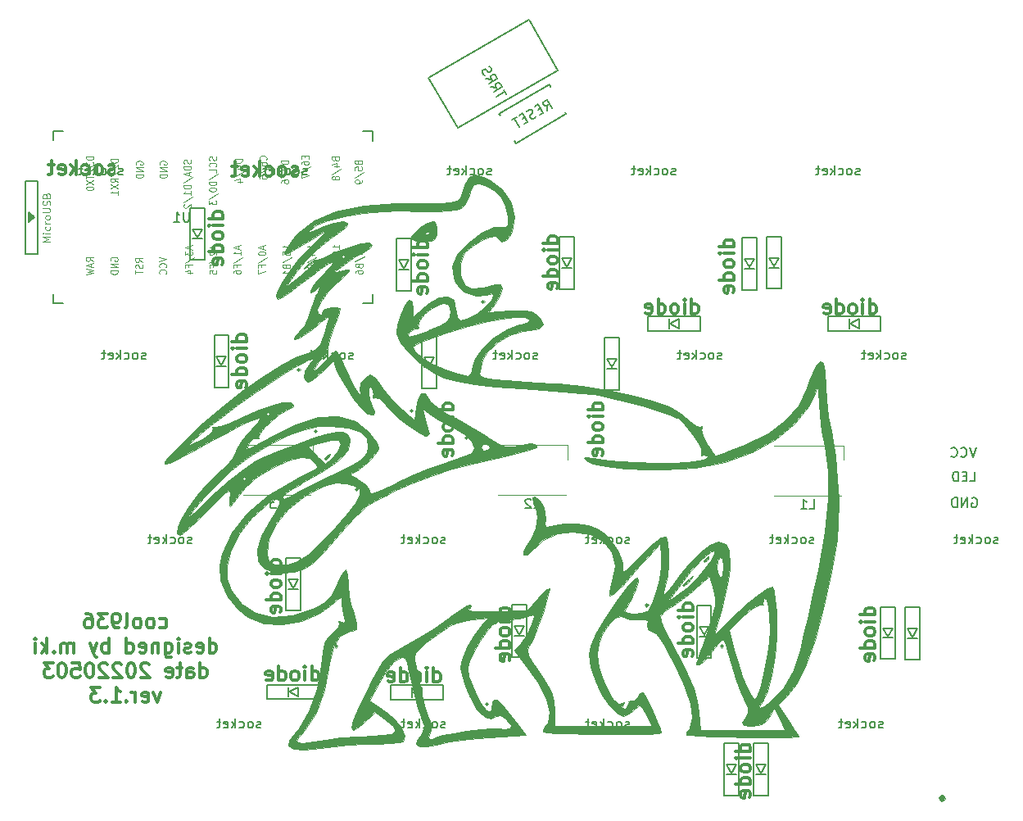
<source format=gbr>
G04 #@! TF.GenerationSoftware,KiCad,Pcbnew,(5.1.6-0-10_14)*
G04 #@! TF.CreationDate,2022-05-03T07:19:32+09:00*
G04 #@! TF.ProjectId,cool936,636f6f6c-3933-4362-9e6b-696361645f70,rev?*
G04 #@! TF.SameCoordinates,Original*
G04 #@! TF.FileFunction,Legend,Bot*
G04 #@! TF.FilePolarity,Positive*
%FSLAX46Y46*%
G04 Gerber Fmt 4.6, Leading zero omitted, Abs format (unit mm)*
G04 Created by KiCad (PCBNEW (5.1.6-0-10_14)) date 2022-05-03 07:19:32*
%MOMM*%
%LPD*%
G01*
G04 APERTURE LIST*
%ADD10C,0.300000*%
%ADD11C,0.120000*%
%ADD12C,0.150000*%
%ADD13C,0.010000*%
%ADD14C,0.125000*%
G04 APERTURE END LIST*
D10*
X45478571Y-35734285D02*
X43978571Y-35734285D01*
X45407142Y-35734285D02*
X45478571Y-35591428D01*
X45478571Y-35305714D01*
X45407142Y-35162857D01*
X45335714Y-35091428D01*
X45192857Y-35020000D01*
X44764285Y-35020000D01*
X44621428Y-35091428D01*
X44550000Y-35162857D01*
X44478571Y-35305714D01*
X44478571Y-35591428D01*
X44550000Y-35734285D01*
X45478571Y-36448571D02*
X44478571Y-36448571D01*
X43978571Y-36448571D02*
X44050000Y-36377142D01*
X44121428Y-36448571D01*
X44050000Y-36520000D01*
X43978571Y-36448571D01*
X44121428Y-36448571D01*
X45478571Y-37377142D02*
X45407142Y-37234285D01*
X45335714Y-37162857D01*
X45192857Y-37091428D01*
X44764285Y-37091428D01*
X44621428Y-37162857D01*
X44550000Y-37234285D01*
X44478571Y-37377142D01*
X44478571Y-37591428D01*
X44550000Y-37734285D01*
X44621428Y-37805714D01*
X44764285Y-37877142D01*
X45192857Y-37877142D01*
X45335714Y-37805714D01*
X45407142Y-37734285D01*
X45478571Y-37591428D01*
X45478571Y-37377142D01*
X45478571Y-39162857D02*
X43978571Y-39162857D01*
X45407142Y-39162857D02*
X45478571Y-39020000D01*
X45478571Y-38734285D01*
X45407142Y-38591428D01*
X45335714Y-38520000D01*
X45192857Y-38448571D01*
X44764285Y-38448571D01*
X44621428Y-38520000D01*
X44550000Y-38591428D01*
X44478571Y-38734285D01*
X44478571Y-39020000D01*
X44550000Y-39162857D01*
X45407142Y-40448571D02*
X45478571Y-40305714D01*
X45478571Y-40020000D01*
X45407142Y-39877142D01*
X45264285Y-39805714D01*
X44692857Y-39805714D01*
X44550000Y-39877142D01*
X44478571Y-40020000D01*
X44478571Y-40305714D01*
X44550000Y-40448571D01*
X44692857Y-40520000D01*
X44835714Y-40520000D01*
X44978571Y-39805714D01*
X94028571Y-54804285D02*
X92528571Y-54804285D01*
X93957142Y-54804285D02*
X94028571Y-54661428D01*
X94028571Y-54375714D01*
X93957142Y-54232857D01*
X93885714Y-54161428D01*
X93742857Y-54090000D01*
X93314285Y-54090000D01*
X93171428Y-54161428D01*
X93100000Y-54232857D01*
X93028571Y-54375714D01*
X93028571Y-54661428D01*
X93100000Y-54804285D01*
X94028571Y-55518571D02*
X93028571Y-55518571D01*
X92528571Y-55518571D02*
X92600000Y-55447142D01*
X92671428Y-55518571D01*
X92600000Y-55590000D01*
X92528571Y-55518571D01*
X92671428Y-55518571D01*
X94028571Y-56447142D02*
X93957142Y-56304285D01*
X93885714Y-56232857D01*
X93742857Y-56161428D01*
X93314285Y-56161428D01*
X93171428Y-56232857D01*
X93100000Y-56304285D01*
X93028571Y-56447142D01*
X93028571Y-56661428D01*
X93100000Y-56804285D01*
X93171428Y-56875714D01*
X93314285Y-56947142D01*
X93742857Y-56947142D01*
X93885714Y-56875714D01*
X93957142Y-56804285D01*
X94028571Y-56661428D01*
X94028571Y-56447142D01*
X94028571Y-58232857D02*
X92528571Y-58232857D01*
X93957142Y-58232857D02*
X94028571Y-58090000D01*
X94028571Y-57804285D01*
X93957142Y-57661428D01*
X93885714Y-57590000D01*
X93742857Y-57518571D01*
X93314285Y-57518571D01*
X93171428Y-57590000D01*
X93100000Y-57661428D01*
X93028571Y-57804285D01*
X93028571Y-58090000D01*
X93100000Y-58232857D01*
X93957142Y-59518571D02*
X94028571Y-59375714D01*
X94028571Y-59090000D01*
X93957142Y-58947142D01*
X93814285Y-58875714D01*
X93242857Y-58875714D01*
X93100000Y-58947142D01*
X93028571Y-59090000D01*
X93028571Y-59375714D01*
X93100000Y-59518571D01*
X93242857Y-59590000D01*
X93385714Y-59590000D01*
X93528571Y-58875714D01*
X106898571Y-40684285D02*
X105398571Y-40684285D01*
X106827142Y-40684285D02*
X106898571Y-40541428D01*
X106898571Y-40255714D01*
X106827142Y-40112857D01*
X106755714Y-40041428D01*
X106612857Y-39970000D01*
X106184285Y-39970000D01*
X106041428Y-40041428D01*
X105970000Y-40112857D01*
X105898571Y-40255714D01*
X105898571Y-40541428D01*
X105970000Y-40684285D01*
X106898571Y-41398571D02*
X105898571Y-41398571D01*
X105398571Y-41398571D02*
X105470000Y-41327142D01*
X105541428Y-41398571D01*
X105470000Y-41470000D01*
X105398571Y-41398571D01*
X105541428Y-41398571D01*
X106898571Y-42327142D02*
X106827142Y-42184285D01*
X106755714Y-42112857D01*
X106612857Y-42041428D01*
X106184285Y-42041428D01*
X106041428Y-42112857D01*
X105970000Y-42184285D01*
X105898571Y-42327142D01*
X105898571Y-42541428D01*
X105970000Y-42684285D01*
X106041428Y-42755714D01*
X106184285Y-42827142D01*
X106612857Y-42827142D01*
X106755714Y-42755714D01*
X106827142Y-42684285D01*
X106898571Y-42541428D01*
X106898571Y-42327142D01*
X106898571Y-44112857D02*
X105398571Y-44112857D01*
X106827142Y-44112857D02*
X106898571Y-43970000D01*
X106898571Y-43684285D01*
X106827142Y-43541428D01*
X106755714Y-43470000D01*
X106612857Y-43398571D01*
X106184285Y-43398571D01*
X106041428Y-43470000D01*
X105970000Y-43541428D01*
X105898571Y-43684285D01*
X105898571Y-43970000D01*
X105970000Y-44112857D01*
X106827142Y-45398571D02*
X106898571Y-45255714D01*
X106898571Y-44970000D01*
X106827142Y-44827142D01*
X106684285Y-44755714D01*
X106112857Y-44755714D01*
X105970000Y-44827142D01*
X105898571Y-44970000D01*
X105898571Y-45255714D01*
X105970000Y-45398571D01*
X106112857Y-45470000D01*
X106255714Y-45470000D01*
X106398571Y-44755714D01*
X78758571Y-19494285D02*
X77258571Y-19494285D01*
X78687142Y-19494285D02*
X78758571Y-19351428D01*
X78758571Y-19065714D01*
X78687142Y-18922857D01*
X78615714Y-18851428D01*
X78472857Y-18780000D01*
X78044285Y-18780000D01*
X77901428Y-18851428D01*
X77830000Y-18922857D01*
X77758571Y-19065714D01*
X77758571Y-19351428D01*
X77830000Y-19494285D01*
X78758571Y-20208571D02*
X77758571Y-20208571D01*
X77258571Y-20208571D02*
X77330000Y-20137142D01*
X77401428Y-20208571D01*
X77330000Y-20280000D01*
X77258571Y-20208571D01*
X77401428Y-20208571D01*
X78758571Y-21137142D02*
X78687142Y-20994285D01*
X78615714Y-20922857D01*
X78472857Y-20851428D01*
X78044285Y-20851428D01*
X77901428Y-20922857D01*
X77830000Y-20994285D01*
X77758571Y-21137142D01*
X77758571Y-21351428D01*
X77830000Y-21494285D01*
X77901428Y-21565714D01*
X78044285Y-21637142D01*
X78472857Y-21637142D01*
X78615714Y-21565714D01*
X78687142Y-21494285D01*
X78758571Y-21351428D01*
X78758571Y-21137142D01*
X78758571Y-22922857D02*
X77258571Y-22922857D01*
X78687142Y-22922857D02*
X78758571Y-22780000D01*
X78758571Y-22494285D01*
X78687142Y-22351428D01*
X78615714Y-22280000D01*
X78472857Y-22208571D01*
X78044285Y-22208571D01*
X77901428Y-22280000D01*
X77830000Y-22351428D01*
X77758571Y-22494285D01*
X77758571Y-22780000D01*
X77830000Y-22922857D01*
X78687142Y-24208571D02*
X78758571Y-24065714D01*
X78758571Y-23780000D01*
X78687142Y-23637142D01*
X78544285Y-23565714D01*
X77972857Y-23565714D01*
X77830000Y-23637142D01*
X77758571Y-23780000D01*
X77758571Y-24065714D01*
X77830000Y-24208571D01*
X77972857Y-24280000D01*
X78115714Y-24280000D01*
X78258571Y-23565714D01*
X69148571Y-40684285D02*
X67648571Y-40684285D01*
X69077142Y-40684285D02*
X69148571Y-40541428D01*
X69148571Y-40255714D01*
X69077142Y-40112857D01*
X69005714Y-40041428D01*
X68862857Y-39970000D01*
X68434285Y-39970000D01*
X68291428Y-40041428D01*
X68220000Y-40112857D01*
X68148571Y-40255714D01*
X68148571Y-40541428D01*
X68220000Y-40684285D01*
X69148571Y-41398571D02*
X68148571Y-41398571D01*
X67648571Y-41398571D02*
X67720000Y-41327142D01*
X67791428Y-41398571D01*
X67720000Y-41470000D01*
X67648571Y-41398571D01*
X67791428Y-41398571D01*
X69148571Y-42327142D02*
X69077142Y-42184285D01*
X69005714Y-42112857D01*
X68862857Y-42041428D01*
X68434285Y-42041428D01*
X68291428Y-42112857D01*
X68220000Y-42184285D01*
X68148571Y-42327142D01*
X68148571Y-42541428D01*
X68220000Y-42684285D01*
X68291428Y-42755714D01*
X68434285Y-42827142D01*
X68862857Y-42827142D01*
X69005714Y-42755714D01*
X69077142Y-42684285D01*
X69148571Y-42541428D01*
X69148571Y-42327142D01*
X69148571Y-44112857D02*
X67648571Y-44112857D01*
X69077142Y-44112857D02*
X69148571Y-43970000D01*
X69148571Y-43684285D01*
X69077142Y-43541428D01*
X69005714Y-43470000D01*
X68862857Y-43398571D01*
X68434285Y-43398571D01*
X68291428Y-43470000D01*
X68220000Y-43541428D01*
X68148571Y-43684285D01*
X68148571Y-43970000D01*
X68220000Y-44112857D01*
X69077142Y-45398571D02*
X69148571Y-45255714D01*
X69148571Y-44970000D01*
X69077142Y-44827142D01*
X68934285Y-44755714D01*
X68362857Y-44755714D01*
X68220000Y-44827142D01*
X68148571Y-44970000D01*
X68148571Y-45255714D01*
X68220000Y-45398571D01*
X68362857Y-45470000D01*
X68505714Y-45470000D01*
X68648571Y-44755714D01*
X88078571Y-40234285D02*
X86578571Y-40234285D01*
X88007142Y-40234285D02*
X88078571Y-40091428D01*
X88078571Y-39805714D01*
X88007142Y-39662857D01*
X87935714Y-39591428D01*
X87792857Y-39520000D01*
X87364285Y-39520000D01*
X87221428Y-39591428D01*
X87150000Y-39662857D01*
X87078571Y-39805714D01*
X87078571Y-40091428D01*
X87150000Y-40234285D01*
X88078571Y-40948571D02*
X87078571Y-40948571D01*
X86578571Y-40948571D02*
X86650000Y-40877142D01*
X86721428Y-40948571D01*
X86650000Y-41020000D01*
X86578571Y-40948571D01*
X86721428Y-40948571D01*
X88078571Y-41877142D02*
X88007142Y-41734285D01*
X87935714Y-41662857D01*
X87792857Y-41591428D01*
X87364285Y-41591428D01*
X87221428Y-41662857D01*
X87150000Y-41734285D01*
X87078571Y-41877142D01*
X87078571Y-42091428D01*
X87150000Y-42234285D01*
X87221428Y-42305714D01*
X87364285Y-42377142D01*
X87792857Y-42377142D01*
X87935714Y-42305714D01*
X88007142Y-42234285D01*
X88078571Y-42091428D01*
X88078571Y-41877142D01*
X88078571Y-43662857D02*
X86578571Y-43662857D01*
X88007142Y-43662857D02*
X88078571Y-43520000D01*
X88078571Y-43234285D01*
X88007142Y-43091428D01*
X87935714Y-43020000D01*
X87792857Y-42948571D01*
X87364285Y-42948571D01*
X87221428Y-43020000D01*
X87150000Y-43091428D01*
X87078571Y-43234285D01*
X87078571Y-43520000D01*
X87150000Y-43662857D01*
X88007142Y-44948571D02*
X88078571Y-44805714D01*
X88078571Y-44520000D01*
X88007142Y-44377142D01*
X87864285Y-44305714D01*
X87292857Y-44305714D01*
X87150000Y-44377142D01*
X87078571Y-44520000D01*
X87078571Y-44805714D01*
X87150000Y-44948571D01*
X87292857Y-45020000D01*
X87435714Y-45020000D01*
X87578571Y-44305714D01*
X74098571Y-2294285D02*
X72598571Y-2294285D01*
X74027142Y-2294285D02*
X74098571Y-2151428D01*
X74098571Y-1865714D01*
X74027142Y-1722857D01*
X73955714Y-1651428D01*
X73812857Y-1580000D01*
X73384285Y-1580000D01*
X73241428Y-1651428D01*
X73170000Y-1722857D01*
X73098571Y-1865714D01*
X73098571Y-2151428D01*
X73170000Y-2294285D01*
X74098571Y-3008571D02*
X73098571Y-3008571D01*
X72598571Y-3008571D02*
X72670000Y-2937142D01*
X72741428Y-3008571D01*
X72670000Y-3080000D01*
X72598571Y-3008571D01*
X72741428Y-3008571D01*
X74098571Y-3937142D02*
X74027142Y-3794285D01*
X73955714Y-3722857D01*
X73812857Y-3651428D01*
X73384285Y-3651428D01*
X73241428Y-3722857D01*
X73170000Y-3794285D01*
X73098571Y-3937142D01*
X73098571Y-4151428D01*
X73170000Y-4294285D01*
X73241428Y-4365714D01*
X73384285Y-4437142D01*
X73812857Y-4437142D01*
X73955714Y-4365714D01*
X74027142Y-4294285D01*
X74098571Y-4151428D01*
X74098571Y-3937142D01*
X74098571Y-5722857D02*
X72598571Y-5722857D01*
X74027142Y-5722857D02*
X74098571Y-5580000D01*
X74098571Y-5294285D01*
X74027142Y-5151428D01*
X73955714Y-5080000D01*
X73812857Y-5008571D01*
X73384285Y-5008571D01*
X73241428Y-5080000D01*
X73170000Y-5151428D01*
X73098571Y-5294285D01*
X73098571Y-5580000D01*
X73170000Y-5722857D01*
X74027142Y-7008571D02*
X74098571Y-6865714D01*
X74098571Y-6580000D01*
X74027142Y-6437142D01*
X73884285Y-6365714D01*
X73312857Y-6365714D01*
X73170000Y-6437142D01*
X73098571Y-6580000D01*
X73098571Y-6865714D01*
X73170000Y-7008571D01*
X73312857Y-7080000D01*
X73455714Y-7080000D01*
X73598571Y-6365714D01*
X39508571Y235714D02*
X38008571Y235714D01*
X39437142Y235714D02*
X39508571Y378571D01*
X39508571Y664285D01*
X39437142Y807142D01*
X39365714Y878571D01*
X39222857Y950000D01*
X38794285Y950000D01*
X38651428Y878571D01*
X38580000Y807142D01*
X38508571Y664285D01*
X38508571Y378571D01*
X38580000Y235714D01*
X39508571Y-478571D02*
X38508571Y-478571D01*
X38008571Y-478571D02*
X38080000Y-407142D01*
X38151428Y-478571D01*
X38080000Y-550000D01*
X38008571Y-478571D01*
X38151428Y-478571D01*
X39508571Y-1407142D02*
X39437142Y-1264285D01*
X39365714Y-1192857D01*
X39222857Y-1121428D01*
X38794285Y-1121428D01*
X38651428Y-1192857D01*
X38580000Y-1264285D01*
X38508571Y-1407142D01*
X38508571Y-1621428D01*
X38580000Y-1764285D01*
X38651428Y-1835714D01*
X38794285Y-1907142D01*
X39222857Y-1907142D01*
X39365714Y-1835714D01*
X39437142Y-1764285D01*
X39508571Y-1621428D01*
X39508571Y-1407142D01*
X39508571Y-3192857D02*
X38008571Y-3192857D01*
X39437142Y-3192857D02*
X39508571Y-3050000D01*
X39508571Y-2764285D01*
X39437142Y-2621428D01*
X39365714Y-2550000D01*
X39222857Y-2478571D01*
X38794285Y-2478571D01*
X38651428Y-2550000D01*
X38580000Y-2621428D01*
X38508571Y-2764285D01*
X38508571Y-3050000D01*
X38580000Y-3192857D01*
X39437142Y-4478571D02*
X39508571Y-4335714D01*
X39508571Y-4050000D01*
X39437142Y-3907142D01*
X39294285Y-3835714D01*
X38722857Y-3835714D01*
X38580000Y-3907142D01*
X38508571Y-4050000D01*
X38508571Y-4335714D01*
X38580000Y-4478571D01*
X38722857Y-4550000D01*
X38865714Y-4550000D01*
X39008571Y-3835714D01*
X60638571Y-2744285D02*
X59138571Y-2744285D01*
X60567142Y-2744285D02*
X60638571Y-2601428D01*
X60638571Y-2315714D01*
X60567142Y-2172857D01*
X60495714Y-2101428D01*
X60352857Y-2030000D01*
X59924285Y-2030000D01*
X59781428Y-2101428D01*
X59710000Y-2172857D01*
X59638571Y-2315714D01*
X59638571Y-2601428D01*
X59710000Y-2744285D01*
X60638571Y-3458571D02*
X59638571Y-3458571D01*
X59138571Y-3458571D02*
X59210000Y-3387142D01*
X59281428Y-3458571D01*
X59210000Y-3530000D01*
X59138571Y-3458571D01*
X59281428Y-3458571D01*
X60638571Y-4387142D02*
X60567142Y-4244285D01*
X60495714Y-4172857D01*
X60352857Y-4101428D01*
X59924285Y-4101428D01*
X59781428Y-4172857D01*
X59710000Y-4244285D01*
X59638571Y-4387142D01*
X59638571Y-4601428D01*
X59710000Y-4744285D01*
X59781428Y-4815714D01*
X59924285Y-4887142D01*
X60352857Y-4887142D01*
X60495714Y-4815714D01*
X60567142Y-4744285D01*
X60638571Y-4601428D01*
X60638571Y-4387142D01*
X60638571Y-6172857D02*
X59138571Y-6172857D01*
X60567142Y-6172857D02*
X60638571Y-6030000D01*
X60638571Y-5744285D01*
X60567142Y-5601428D01*
X60495714Y-5530000D01*
X60352857Y-5458571D01*
X59924285Y-5458571D01*
X59781428Y-5530000D01*
X59710000Y-5601428D01*
X59638571Y-5744285D01*
X59638571Y-6030000D01*
X59710000Y-6172857D01*
X60567142Y-7458571D02*
X60638571Y-7315714D01*
X60638571Y-7030000D01*
X60567142Y-6887142D01*
X60424285Y-6815714D01*
X59852857Y-6815714D01*
X59710000Y-6887142D01*
X59638571Y-7030000D01*
X59638571Y-7315714D01*
X59710000Y-7458571D01*
X59852857Y-7530000D01*
X59995714Y-7530000D01*
X60138571Y-6815714D01*
X63258571Y-19534285D02*
X61758571Y-19534285D01*
X63187142Y-19534285D02*
X63258571Y-19391428D01*
X63258571Y-19105714D01*
X63187142Y-18962857D01*
X63115714Y-18891428D01*
X62972857Y-18820000D01*
X62544285Y-18820000D01*
X62401428Y-18891428D01*
X62330000Y-18962857D01*
X62258571Y-19105714D01*
X62258571Y-19391428D01*
X62330000Y-19534285D01*
X63258571Y-20248571D02*
X62258571Y-20248571D01*
X61758571Y-20248571D02*
X61830000Y-20177142D01*
X61901428Y-20248571D01*
X61830000Y-20320000D01*
X61758571Y-20248571D01*
X61901428Y-20248571D01*
X63258571Y-21177142D02*
X63187142Y-21034285D01*
X63115714Y-20962857D01*
X62972857Y-20891428D01*
X62544285Y-20891428D01*
X62401428Y-20962857D01*
X62330000Y-21034285D01*
X62258571Y-21177142D01*
X62258571Y-21391428D01*
X62330000Y-21534285D01*
X62401428Y-21605714D01*
X62544285Y-21677142D01*
X62972857Y-21677142D01*
X63115714Y-21605714D01*
X63187142Y-21534285D01*
X63258571Y-21391428D01*
X63258571Y-21177142D01*
X63258571Y-22962857D02*
X61758571Y-22962857D01*
X63187142Y-22962857D02*
X63258571Y-22820000D01*
X63258571Y-22534285D01*
X63187142Y-22391428D01*
X63115714Y-22320000D01*
X62972857Y-22248571D01*
X62544285Y-22248571D01*
X62401428Y-22320000D01*
X62330000Y-22391428D01*
X62258571Y-22534285D01*
X62258571Y-22820000D01*
X62330000Y-22962857D01*
X63187142Y-24248571D02*
X63258571Y-24105714D01*
X63258571Y-23820000D01*
X63187142Y-23677142D01*
X63044285Y-23605714D01*
X62472857Y-23605714D01*
X62330000Y-23677142D01*
X62258571Y-23820000D01*
X62258571Y-24105714D01*
X62330000Y-24248571D01*
X62472857Y-24320000D01*
X62615714Y-24320000D01*
X62758571Y-23605714D01*
X41958571Y-12464285D02*
X40458571Y-12464285D01*
X41887142Y-12464285D02*
X41958571Y-12321428D01*
X41958571Y-12035714D01*
X41887142Y-11892857D01*
X41815714Y-11821428D01*
X41672857Y-11750000D01*
X41244285Y-11750000D01*
X41101428Y-11821428D01*
X41030000Y-11892857D01*
X40958571Y-12035714D01*
X40958571Y-12321428D01*
X41030000Y-12464285D01*
X41958571Y-13178571D02*
X40958571Y-13178571D01*
X40458571Y-13178571D02*
X40530000Y-13107142D01*
X40601428Y-13178571D01*
X40530000Y-13250000D01*
X40458571Y-13178571D01*
X40601428Y-13178571D01*
X41958571Y-14107142D02*
X41887142Y-13964285D01*
X41815714Y-13892857D01*
X41672857Y-13821428D01*
X41244285Y-13821428D01*
X41101428Y-13892857D01*
X41030000Y-13964285D01*
X40958571Y-14107142D01*
X40958571Y-14321428D01*
X41030000Y-14464285D01*
X41101428Y-14535714D01*
X41244285Y-14607142D01*
X41672857Y-14607142D01*
X41815714Y-14535714D01*
X41887142Y-14464285D01*
X41958571Y-14321428D01*
X41958571Y-14107142D01*
X41958571Y-15892857D02*
X40458571Y-15892857D01*
X41887142Y-15892857D02*
X41958571Y-15750000D01*
X41958571Y-15464285D01*
X41887142Y-15321428D01*
X41815714Y-15250000D01*
X41672857Y-15178571D01*
X41244285Y-15178571D01*
X41101428Y-15250000D01*
X41030000Y-15321428D01*
X40958571Y-15464285D01*
X40958571Y-15750000D01*
X41030000Y-15892857D01*
X41887142Y-17178571D02*
X41958571Y-17035714D01*
X41958571Y-16750000D01*
X41887142Y-16607142D01*
X41744285Y-16535714D01*
X41172857Y-16535714D01*
X41030000Y-16607142D01*
X40958571Y-16750000D01*
X40958571Y-17035714D01*
X41030000Y-17178571D01*
X41172857Y-17250000D01*
X41315714Y-17250000D01*
X41458571Y-16535714D01*
X106345714Y-9598571D02*
X106345714Y-8098571D01*
X106345714Y-9527142D02*
X106488571Y-9598571D01*
X106774285Y-9598571D01*
X106917142Y-9527142D01*
X106988571Y-9455714D01*
X107060000Y-9312857D01*
X107060000Y-8884285D01*
X106988571Y-8741428D01*
X106917142Y-8670000D01*
X106774285Y-8598571D01*
X106488571Y-8598571D01*
X106345714Y-8670000D01*
X105631428Y-9598571D02*
X105631428Y-8598571D01*
X105631428Y-8098571D02*
X105702857Y-8170000D01*
X105631428Y-8241428D01*
X105560000Y-8170000D01*
X105631428Y-8098571D01*
X105631428Y-8241428D01*
X104702857Y-9598571D02*
X104845714Y-9527142D01*
X104917142Y-9455714D01*
X104988571Y-9312857D01*
X104988571Y-8884285D01*
X104917142Y-8741428D01*
X104845714Y-8670000D01*
X104702857Y-8598571D01*
X104488571Y-8598571D01*
X104345714Y-8670000D01*
X104274285Y-8741428D01*
X104202857Y-8884285D01*
X104202857Y-9312857D01*
X104274285Y-9455714D01*
X104345714Y-9527142D01*
X104488571Y-9598571D01*
X104702857Y-9598571D01*
X102917142Y-9598571D02*
X102917142Y-8098571D01*
X102917142Y-9527142D02*
X103060000Y-9598571D01*
X103345714Y-9598571D01*
X103488571Y-9527142D01*
X103560000Y-9455714D01*
X103631428Y-9312857D01*
X103631428Y-8884285D01*
X103560000Y-8741428D01*
X103488571Y-8670000D01*
X103345714Y-8598571D01*
X103060000Y-8598571D01*
X102917142Y-8670000D01*
X101631428Y-9527142D02*
X101774285Y-9598571D01*
X102060000Y-9598571D01*
X102202857Y-9527142D01*
X102274285Y-9384285D01*
X102274285Y-8812857D01*
X102202857Y-8670000D01*
X102060000Y-8598571D01*
X101774285Y-8598571D01*
X101631428Y-8670000D01*
X101560000Y-8812857D01*
X101560000Y-8955714D01*
X102274285Y-9098571D01*
X87925714Y-9578571D02*
X87925714Y-8078571D01*
X87925714Y-9507142D02*
X88068571Y-9578571D01*
X88354285Y-9578571D01*
X88497142Y-9507142D01*
X88568571Y-9435714D01*
X88640000Y-9292857D01*
X88640000Y-8864285D01*
X88568571Y-8721428D01*
X88497142Y-8650000D01*
X88354285Y-8578571D01*
X88068571Y-8578571D01*
X87925714Y-8650000D01*
X87211428Y-9578571D02*
X87211428Y-8578571D01*
X87211428Y-8078571D02*
X87282857Y-8150000D01*
X87211428Y-8221428D01*
X87140000Y-8150000D01*
X87211428Y-8078571D01*
X87211428Y-8221428D01*
X86282857Y-9578571D02*
X86425714Y-9507142D01*
X86497142Y-9435714D01*
X86568571Y-9292857D01*
X86568571Y-8864285D01*
X86497142Y-8721428D01*
X86425714Y-8650000D01*
X86282857Y-8578571D01*
X86068571Y-8578571D01*
X85925714Y-8650000D01*
X85854285Y-8721428D01*
X85782857Y-8864285D01*
X85782857Y-9292857D01*
X85854285Y-9435714D01*
X85925714Y-9507142D01*
X86068571Y-9578571D01*
X86282857Y-9578571D01*
X84497142Y-9578571D02*
X84497142Y-8078571D01*
X84497142Y-9507142D02*
X84640000Y-9578571D01*
X84925714Y-9578571D01*
X85068571Y-9507142D01*
X85140000Y-9435714D01*
X85211428Y-9292857D01*
X85211428Y-8864285D01*
X85140000Y-8721428D01*
X85068571Y-8650000D01*
X84925714Y-8578571D01*
X84640000Y-8578571D01*
X84497142Y-8650000D01*
X83211428Y-9507142D02*
X83354285Y-9578571D01*
X83640000Y-9578571D01*
X83782857Y-9507142D01*
X83854285Y-9364285D01*
X83854285Y-8792857D01*
X83782857Y-8650000D01*
X83640000Y-8578571D01*
X83354285Y-8578571D01*
X83211428Y-8650000D01*
X83140000Y-8792857D01*
X83140000Y-8935714D01*
X83854285Y-9078571D01*
X48685714Y-47478571D02*
X48685714Y-45978571D01*
X48685714Y-47407142D02*
X48828571Y-47478571D01*
X49114285Y-47478571D01*
X49257142Y-47407142D01*
X49328571Y-47335714D01*
X49400000Y-47192857D01*
X49400000Y-46764285D01*
X49328571Y-46621428D01*
X49257142Y-46550000D01*
X49114285Y-46478571D01*
X48828571Y-46478571D01*
X48685714Y-46550000D01*
X47971428Y-47478571D02*
X47971428Y-46478571D01*
X47971428Y-45978571D02*
X48042857Y-46050000D01*
X47971428Y-46121428D01*
X47900000Y-46050000D01*
X47971428Y-45978571D01*
X47971428Y-46121428D01*
X47042857Y-47478571D02*
X47185714Y-47407142D01*
X47257142Y-47335714D01*
X47328571Y-47192857D01*
X47328571Y-46764285D01*
X47257142Y-46621428D01*
X47185714Y-46550000D01*
X47042857Y-46478571D01*
X46828571Y-46478571D01*
X46685714Y-46550000D01*
X46614285Y-46621428D01*
X46542857Y-46764285D01*
X46542857Y-47192857D01*
X46614285Y-47335714D01*
X46685714Y-47407142D01*
X46828571Y-47478571D01*
X47042857Y-47478571D01*
X45257142Y-47478571D02*
X45257142Y-45978571D01*
X45257142Y-47407142D02*
X45400000Y-47478571D01*
X45685714Y-47478571D01*
X45828571Y-47407142D01*
X45900000Y-47335714D01*
X45971428Y-47192857D01*
X45971428Y-46764285D01*
X45900000Y-46621428D01*
X45828571Y-46550000D01*
X45685714Y-46478571D01*
X45400000Y-46478571D01*
X45257142Y-46550000D01*
X43971428Y-47407142D02*
X44114285Y-47478571D01*
X44400000Y-47478571D01*
X44542857Y-47407142D01*
X44614285Y-47264285D01*
X44614285Y-46692857D01*
X44542857Y-46550000D01*
X44400000Y-46478571D01*
X44114285Y-46478571D01*
X43971428Y-46550000D01*
X43900000Y-46692857D01*
X43900000Y-46835714D01*
X44614285Y-46978571D01*
X61285714Y-47628571D02*
X61285714Y-46128571D01*
X61285714Y-47557142D02*
X61428571Y-47628571D01*
X61714285Y-47628571D01*
X61857142Y-47557142D01*
X61928571Y-47485714D01*
X62000000Y-47342857D01*
X62000000Y-46914285D01*
X61928571Y-46771428D01*
X61857142Y-46700000D01*
X61714285Y-46628571D01*
X61428571Y-46628571D01*
X61285714Y-46700000D01*
X60571428Y-47628571D02*
X60571428Y-46628571D01*
X60571428Y-46128571D02*
X60642857Y-46200000D01*
X60571428Y-46271428D01*
X60500000Y-46200000D01*
X60571428Y-46128571D01*
X60571428Y-46271428D01*
X59642857Y-47628571D02*
X59785714Y-47557142D01*
X59857142Y-47485714D01*
X59928571Y-47342857D01*
X59928571Y-46914285D01*
X59857142Y-46771428D01*
X59785714Y-46700000D01*
X59642857Y-46628571D01*
X59428571Y-46628571D01*
X59285714Y-46700000D01*
X59214285Y-46771428D01*
X59142857Y-46914285D01*
X59142857Y-47342857D01*
X59214285Y-47485714D01*
X59285714Y-47557142D01*
X59428571Y-47628571D01*
X59642857Y-47628571D01*
X57857142Y-47628571D02*
X57857142Y-46128571D01*
X57857142Y-47557142D02*
X58000000Y-47628571D01*
X58285714Y-47628571D01*
X58428571Y-47557142D01*
X58500000Y-47485714D01*
X58571428Y-47342857D01*
X58571428Y-46914285D01*
X58500000Y-46771428D01*
X58428571Y-46700000D01*
X58285714Y-46628571D01*
X58000000Y-46628571D01*
X57857142Y-46700000D01*
X56571428Y-47557142D02*
X56714285Y-47628571D01*
X57000000Y-47628571D01*
X57142857Y-47557142D01*
X57214285Y-47414285D01*
X57214285Y-46842857D01*
X57142857Y-46700000D01*
X57000000Y-46628571D01*
X56714285Y-46628571D01*
X56571428Y-46700000D01*
X56500000Y-46842857D01*
X56500000Y-46985714D01*
X57214285Y-47128571D01*
X92318571Y-2654285D02*
X90818571Y-2654285D01*
X92247142Y-2654285D02*
X92318571Y-2511428D01*
X92318571Y-2225714D01*
X92247142Y-2082857D01*
X92175714Y-2011428D01*
X92032857Y-1940000D01*
X91604285Y-1940000D01*
X91461428Y-2011428D01*
X91390000Y-2082857D01*
X91318571Y-2225714D01*
X91318571Y-2511428D01*
X91390000Y-2654285D01*
X92318571Y-3368571D02*
X91318571Y-3368571D01*
X90818571Y-3368571D02*
X90890000Y-3297142D01*
X90961428Y-3368571D01*
X90890000Y-3440000D01*
X90818571Y-3368571D01*
X90961428Y-3368571D01*
X92318571Y-4297142D02*
X92247142Y-4154285D01*
X92175714Y-4082857D01*
X92032857Y-4011428D01*
X91604285Y-4011428D01*
X91461428Y-4082857D01*
X91390000Y-4154285D01*
X91318571Y-4297142D01*
X91318571Y-4511428D01*
X91390000Y-4654285D01*
X91461428Y-4725714D01*
X91604285Y-4797142D01*
X92032857Y-4797142D01*
X92175714Y-4725714D01*
X92247142Y-4654285D01*
X92318571Y-4511428D01*
X92318571Y-4297142D01*
X92318571Y-6082857D02*
X90818571Y-6082857D01*
X92247142Y-6082857D02*
X92318571Y-5940000D01*
X92318571Y-5654285D01*
X92247142Y-5511428D01*
X92175714Y-5440000D01*
X92032857Y-5368571D01*
X91604285Y-5368571D01*
X91461428Y-5440000D01*
X91390000Y-5511428D01*
X91318571Y-5654285D01*
X91318571Y-5940000D01*
X91390000Y-6082857D01*
X92247142Y-7368571D02*
X92318571Y-7225714D01*
X92318571Y-6940000D01*
X92247142Y-6797142D01*
X92104285Y-6725714D01*
X91532857Y-6725714D01*
X91390000Y-6797142D01*
X91318571Y-6940000D01*
X91318571Y-7225714D01*
X91390000Y-7368571D01*
X91532857Y-7440000D01*
X91675714Y-7440000D01*
X91818571Y-6725714D01*
X32965714Y-41982142D02*
X33108571Y-42053571D01*
X33394285Y-42053571D01*
X33537142Y-41982142D01*
X33608571Y-41910714D01*
X33680000Y-41767857D01*
X33680000Y-41339285D01*
X33608571Y-41196428D01*
X33537142Y-41125000D01*
X33394285Y-41053571D01*
X33108571Y-41053571D01*
X32965714Y-41125000D01*
X32108571Y-42053571D02*
X32251428Y-41982142D01*
X32322857Y-41910714D01*
X32394285Y-41767857D01*
X32394285Y-41339285D01*
X32322857Y-41196428D01*
X32251428Y-41125000D01*
X32108571Y-41053571D01*
X31894285Y-41053571D01*
X31751428Y-41125000D01*
X31680000Y-41196428D01*
X31608571Y-41339285D01*
X31608571Y-41767857D01*
X31680000Y-41910714D01*
X31751428Y-41982142D01*
X31894285Y-42053571D01*
X32108571Y-42053571D01*
X30751428Y-42053571D02*
X30894285Y-41982142D01*
X30965714Y-41910714D01*
X31037142Y-41767857D01*
X31037142Y-41339285D01*
X30965714Y-41196428D01*
X30894285Y-41125000D01*
X30751428Y-41053571D01*
X30537142Y-41053571D01*
X30394285Y-41125000D01*
X30322857Y-41196428D01*
X30251428Y-41339285D01*
X30251428Y-41767857D01*
X30322857Y-41910714D01*
X30394285Y-41982142D01*
X30537142Y-42053571D01*
X30751428Y-42053571D01*
X29394285Y-42053571D02*
X29537142Y-41982142D01*
X29608571Y-41839285D01*
X29608571Y-40553571D01*
X28751428Y-42053571D02*
X28465714Y-42053571D01*
X28322857Y-41982142D01*
X28251428Y-41910714D01*
X28108571Y-41696428D01*
X28037142Y-41410714D01*
X28037142Y-40839285D01*
X28108571Y-40696428D01*
X28180000Y-40625000D01*
X28322857Y-40553571D01*
X28608571Y-40553571D01*
X28751428Y-40625000D01*
X28822857Y-40696428D01*
X28894285Y-40839285D01*
X28894285Y-41196428D01*
X28822857Y-41339285D01*
X28751428Y-41410714D01*
X28608571Y-41482142D01*
X28322857Y-41482142D01*
X28180000Y-41410714D01*
X28108571Y-41339285D01*
X28037142Y-41196428D01*
X27537142Y-40553571D02*
X26608571Y-40553571D01*
X27108571Y-41125000D01*
X26894285Y-41125000D01*
X26751428Y-41196428D01*
X26680000Y-41267857D01*
X26608571Y-41410714D01*
X26608571Y-41767857D01*
X26680000Y-41910714D01*
X26751428Y-41982142D01*
X26894285Y-42053571D01*
X27322857Y-42053571D01*
X27465714Y-41982142D01*
X27537142Y-41910714D01*
X25322857Y-40553571D02*
X25608571Y-40553571D01*
X25751428Y-40625000D01*
X25822857Y-40696428D01*
X25965714Y-40910714D01*
X26037142Y-41196428D01*
X26037142Y-41767857D01*
X25965714Y-41910714D01*
X25894285Y-41982142D01*
X25751428Y-42053571D01*
X25465714Y-42053571D01*
X25322857Y-41982142D01*
X25251428Y-41910714D01*
X25180000Y-41767857D01*
X25180000Y-41410714D01*
X25251428Y-41267857D01*
X25322857Y-41196428D01*
X25465714Y-41125000D01*
X25751428Y-41125000D01*
X25894285Y-41196428D01*
X25965714Y-41267857D01*
X26037142Y-41410714D01*
X38108571Y-44603571D02*
X38108571Y-43103571D01*
X38108571Y-44532142D02*
X38251428Y-44603571D01*
X38537142Y-44603571D01*
X38680000Y-44532142D01*
X38751428Y-44460714D01*
X38822857Y-44317857D01*
X38822857Y-43889285D01*
X38751428Y-43746428D01*
X38680000Y-43675000D01*
X38537142Y-43603571D01*
X38251428Y-43603571D01*
X38108571Y-43675000D01*
X36822857Y-44532142D02*
X36965714Y-44603571D01*
X37251428Y-44603571D01*
X37394285Y-44532142D01*
X37465714Y-44389285D01*
X37465714Y-43817857D01*
X37394285Y-43675000D01*
X37251428Y-43603571D01*
X36965714Y-43603571D01*
X36822857Y-43675000D01*
X36751428Y-43817857D01*
X36751428Y-43960714D01*
X37465714Y-44103571D01*
X36180000Y-44532142D02*
X36037142Y-44603571D01*
X35751428Y-44603571D01*
X35608571Y-44532142D01*
X35537142Y-44389285D01*
X35537142Y-44317857D01*
X35608571Y-44175000D01*
X35751428Y-44103571D01*
X35965714Y-44103571D01*
X36108571Y-44032142D01*
X36180000Y-43889285D01*
X36180000Y-43817857D01*
X36108571Y-43675000D01*
X35965714Y-43603571D01*
X35751428Y-43603571D01*
X35608571Y-43675000D01*
X34894285Y-44603571D02*
X34894285Y-43603571D01*
X34894285Y-43103571D02*
X34965714Y-43175000D01*
X34894285Y-43246428D01*
X34822857Y-43175000D01*
X34894285Y-43103571D01*
X34894285Y-43246428D01*
X33537142Y-43603571D02*
X33537142Y-44817857D01*
X33608571Y-44960714D01*
X33680000Y-45032142D01*
X33822857Y-45103571D01*
X34037142Y-45103571D01*
X34180000Y-45032142D01*
X33537142Y-44532142D02*
X33680000Y-44603571D01*
X33965714Y-44603571D01*
X34108571Y-44532142D01*
X34180000Y-44460714D01*
X34251428Y-44317857D01*
X34251428Y-43889285D01*
X34180000Y-43746428D01*
X34108571Y-43675000D01*
X33965714Y-43603571D01*
X33680000Y-43603571D01*
X33537142Y-43675000D01*
X32822857Y-43603571D02*
X32822857Y-44603571D01*
X32822857Y-43746428D02*
X32751428Y-43675000D01*
X32608571Y-43603571D01*
X32394285Y-43603571D01*
X32251428Y-43675000D01*
X32180000Y-43817857D01*
X32180000Y-44603571D01*
X30894285Y-44532142D02*
X31037142Y-44603571D01*
X31322857Y-44603571D01*
X31465714Y-44532142D01*
X31537142Y-44389285D01*
X31537142Y-43817857D01*
X31465714Y-43675000D01*
X31322857Y-43603571D01*
X31037142Y-43603571D01*
X30894285Y-43675000D01*
X30822857Y-43817857D01*
X30822857Y-43960714D01*
X31537142Y-44103571D01*
X29537142Y-44603571D02*
X29537142Y-43103571D01*
X29537142Y-44532142D02*
X29680000Y-44603571D01*
X29965714Y-44603571D01*
X30108571Y-44532142D01*
X30180000Y-44460714D01*
X30251428Y-44317857D01*
X30251428Y-43889285D01*
X30180000Y-43746428D01*
X30108571Y-43675000D01*
X29965714Y-43603571D01*
X29680000Y-43603571D01*
X29537142Y-43675000D01*
X27680000Y-44603571D02*
X27680000Y-43103571D01*
X27680000Y-43675000D02*
X27537142Y-43603571D01*
X27251428Y-43603571D01*
X27108571Y-43675000D01*
X27037142Y-43746428D01*
X26965714Y-43889285D01*
X26965714Y-44317857D01*
X27037142Y-44460714D01*
X27108571Y-44532142D01*
X27251428Y-44603571D01*
X27537142Y-44603571D01*
X27680000Y-44532142D01*
X26465714Y-43603571D02*
X26108571Y-44603571D01*
X25751428Y-43603571D02*
X26108571Y-44603571D01*
X26251428Y-44960714D01*
X26322857Y-45032142D01*
X26465714Y-45103571D01*
X24037142Y-44603571D02*
X24037142Y-43603571D01*
X24037142Y-43746428D02*
X23965714Y-43675000D01*
X23822857Y-43603571D01*
X23608571Y-43603571D01*
X23465714Y-43675000D01*
X23394285Y-43817857D01*
X23394285Y-44603571D01*
X23394285Y-43817857D02*
X23322857Y-43675000D01*
X23180000Y-43603571D01*
X22965714Y-43603571D01*
X22822857Y-43675000D01*
X22751428Y-43817857D01*
X22751428Y-44603571D01*
X22037142Y-44460714D02*
X21965714Y-44532142D01*
X22037142Y-44603571D01*
X22108571Y-44532142D01*
X22037142Y-44460714D01*
X22037142Y-44603571D01*
X21322857Y-44603571D02*
X21322857Y-43103571D01*
X21180000Y-44032142D02*
X20751428Y-44603571D01*
X20751428Y-43603571D02*
X21322857Y-44175000D01*
X20108571Y-44603571D02*
X20108571Y-43603571D01*
X20108571Y-43103571D02*
X20180000Y-43175000D01*
X20108571Y-43246428D01*
X20037142Y-43175000D01*
X20108571Y-43103571D01*
X20108571Y-43246428D01*
X37144285Y-47153571D02*
X37144285Y-45653571D01*
X37144285Y-47082142D02*
X37287142Y-47153571D01*
X37572857Y-47153571D01*
X37715714Y-47082142D01*
X37787142Y-47010714D01*
X37858571Y-46867857D01*
X37858571Y-46439285D01*
X37787142Y-46296428D01*
X37715714Y-46225000D01*
X37572857Y-46153571D01*
X37287142Y-46153571D01*
X37144285Y-46225000D01*
X35787142Y-47153571D02*
X35787142Y-46367857D01*
X35858571Y-46225000D01*
X36001428Y-46153571D01*
X36287142Y-46153571D01*
X36430000Y-46225000D01*
X35787142Y-47082142D02*
X35930000Y-47153571D01*
X36287142Y-47153571D01*
X36430000Y-47082142D01*
X36501428Y-46939285D01*
X36501428Y-46796428D01*
X36430000Y-46653571D01*
X36287142Y-46582142D01*
X35930000Y-46582142D01*
X35787142Y-46510714D01*
X35287142Y-46153571D02*
X34715714Y-46153571D01*
X35072857Y-45653571D02*
X35072857Y-46939285D01*
X35001428Y-47082142D01*
X34858571Y-47153571D01*
X34715714Y-47153571D01*
X33644285Y-47082142D02*
X33787142Y-47153571D01*
X34072857Y-47153571D01*
X34215714Y-47082142D01*
X34287142Y-46939285D01*
X34287142Y-46367857D01*
X34215714Y-46225000D01*
X34072857Y-46153571D01*
X33787142Y-46153571D01*
X33644285Y-46225000D01*
X33572857Y-46367857D01*
X33572857Y-46510714D01*
X34287142Y-46653571D01*
X31858571Y-45796428D02*
X31787142Y-45725000D01*
X31644285Y-45653571D01*
X31287142Y-45653571D01*
X31144285Y-45725000D01*
X31072857Y-45796428D01*
X31001428Y-45939285D01*
X31001428Y-46082142D01*
X31072857Y-46296428D01*
X31930000Y-47153571D01*
X31001428Y-47153571D01*
X30072857Y-45653571D02*
X29930000Y-45653571D01*
X29787142Y-45725000D01*
X29715714Y-45796428D01*
X29644285Y-45939285D01*
X29572857Y-46225000D01*
X29572857Y-46582142D01*
X29644285Y-46867857D01*
X29715714Y-47010714D01*
X29787142Y-47082142D01*
X29930000Y-47153571D01*
X30072857Y-47153571D01*
X30215714Y-47082142D01*
X30287142Y-47010714D01*
X30358571Y-46867857D01*
X30430000Y-46582142D01*
X30430000Y-46225000D01*
X30358571Y-45939285D01*
X30287142Y-45796428D01*
X30215714Y-45725000D01*
X30072857Y-45653571D01*
X29001428Y-45796428D02*
X28930000Y-45725000D01*
X28787142Y-45653571D01*
X28430000Y-45653571D01*
X28287142Y-45725000D01*
X28215714Y-45796428D01*
X28144285Y-45939285D01*
X28144285Y-46082142D01*
X28215714Y-46296428D01*
X29072857Y-47153571D01*
X28144285Y-47153571D01*
X27572857Y-45796428D02*
X27501428Y-45725000D01*
X27358571Y-45653571D01*
X27001428Y-45653571D01*
X26858571Y-45725000D01*
X26787142Y-45796428D01*
X26715714Y-45939285D01*
X26715714Y-46082142D01*
X26787142Y-46296428D01*
X27644285Y-47153571D01*
X26715714Y-47153571D01*
X25787142Y-45653571D02*
X25644285Y-45653571D01*
X25501428Y-45725000D01*
X25430000Y-45796428D01*
X25358571Y-45939285D01*
X25287142Y-46225000D01*
X25287142Y-46582142D01*
X25358571Y-46867857D01*
X25430000Y-47010714D01*
X25501428Y-47082142D01*
X25644285Y-47153571D01*
X25787142Y-47153571D01*
X25930000Y-47082142D01*
X26001428Y-47010714D01*
X26072857Y-46867857D01*
X26144285Y-46582142D01*
X26144285Y-46225000D01*
X26072857Y-45939285D01*
X26001428Y-45796428D01*
X25930000Y-45725000D01*
X25787142Y-45653571D01*
X23930000Y-45653571D02*
X24644285Y-45653571D01*
X24715714Y-46367857D01*
X24644285Y-46296428D01*
X24501428Y-46225000D01*
X24144285Y-46225000D01*
X24001428Y-46296428D01*
X23930000Y-46367857D01*
X23858571Y-46510714D01*
X23858571Y-46867857D01*
X23930000Y-47010714D01*
X24001428Y-47082142D01*
X24144285Y-47153571D01*
X24501428Y-47153571D01*
X24644285Y-47082142D01*
X24715714Y-47010714D01*
X22930000Y-45653571D02*
X22787142Y-45653571D01*
X22644285Y-45725000D01*
X22572857Y-45796428D01*
X22501428Y-45939285D01*
X22430000Y-46225000D01*
X22430000Y-46582142D01*
X22501428Y-46867857D01*
X22572857Y-47010714D01*
X22644285Y-47082142D01*
X22787142Y-47153571D01*
X22930000Y-47153571D01*
X23072857Y-47082142D01*
X23144285Y-47010714D01*
X23215714Y-46867857D01*
X23287142Y-46582142D01*
X23287142Y-46225000D01*
X23215714Y-45939285D01*
X23144285Y-45796428D01*
X23072857Y-45725000D01*
X22930000Y-45653571D01*
X21930000Y-45653571D02*
X21001428Y-45653571D01*
X21501428Y-46225000D01*
X21287142Y-46225000D01*
X21144285Y-46296428D01*
X21072857Y-46367857D01*
X21001428Y-46510714D01*
X21001428Y-46867857D01*
X21072857Y-47010714D01*
X21144285Y-47082142D01*
X21287142Y-47153571D01*
X21715714Y-47153571D01*
X21858571Y-47082142D01*
X21930000Y-47010714D01*
X33037142Y-48703571D02*
X32680000Y-49703571D01*
X32322857Y-48703571D01*
X31180000Y-49632142D02*
X31322857Y-49703571D01*
X31608571Y-49703571D01*
X31751428Y-49632142D01*
X31822857Y-49489285D01*
X31822857Y-48917857D01*
X31751428Y-48775000D01*
X31608571Y-48703571D01*
X31322857Y-48703571D01*
X31180000Y-48775000D01*
X31108571Y-48917857D01*
X31108571Y-49060714D01*
X31822857Y-49203571D01*
X30465714Y-49703571D02*
X30465714Y-48703571D01*
X30465714Y-48989285D02*
X30394285Y-48846428D01*
X30322857Y-48775000D01*
X30180000Y-48703571D01*
X30037142Y-48703571D01*
X29537142Y-49560714D02*
X29465714Y-49632142D01*
X29537142Y-49703571D01*
X29608571Y-49632142D01*
X29537142Y-49560714D01*
X29537142Y-49703571D01*
X28037142Y-49703571D02*
X28894285Y-49703571D01*
X28465714Y-49703571D02*
X28465714Y-48203571D01*
X28608571Y-48417857D01*
X28751428Y-48560714D01*
X28894285Y-48632142D01*
X27394285Y-49560714D02*
X27322857Y-49632142D01*
X27394285Y-49703571D01*
X27465714Y-49632142D01*
X27394285Y-49560714D01*
X27394285Y-49703571D01*
X26822857Y-48203571D02*
X25894285Y-48203571D01*
X26394285Y-48775000D01*
X26180000Y-48775000D01*
X26037142Y-48846428D01*
X25965714Y-48917857D01*
X25894285Y-49060714D01*
X25894285Y-49417857D01*
X25965714Y-49560714D01*
X26037142Y-49632142D01*
X26180000Y-49703571D01*
X26608571Y-49703571D01*
X26751428Y-49632142D01*
X26822857Y-49560714D01*
X47221428Y4722857D02*
X47078571Y4651428D01*
X46792857Y4651428D01*
X46650000Y4722857D01*
X46578571Y4865714D01*
X46578571Y4937142D01*
X46650000Y5080000D01*
X46792857Y5151428D01*
X47007142Y5151428D01*
X47150000Y5222857D01*
X47221428Y5365714D01*
X47221428Y5437142D01*
X47150000Y5580000D01*
X47007142Y5651428D01*
X46792857Y5651428D01*
X46650000Y5580000D01*
X45721428Y4651428D02*
X45864285Y4722857D01*
X45935714Y4794285D01*
X46007142Y4937142D01*
X46007142Y5365714D01*
X45935714Y5508571D01*
X45864285Y5580000D01*
X45721428Y5651428D01*
X45507142Y5651428D01*
X45364285Y5580000D01*
X45292857Y5508571D01*
X45221428Y5365714D01*
X45221428Y4937142D01*
X45292857Y4794285D01*
X45364285Y4722857D01*
X45507142Y4651428D01*
X45721428Y4651428D01*
X43935714Y4722857D02*
X44078571Y4651428D01*
X44364285Y4651428D01*
X44507142Y4722857D01*
X44578571Y4794285D01*
X44650000Y4937142D01*
X44650000Y5365714D01*
X44578571Y5508571D01*
X44507142Y5580000D01*
X44364285Y5651428D01*
X44078571Y5651428D01*
X43935714Y5580000D01*
X43292857Y4651428D02*
X43292857Y6151428D01*
X43150000Y5222857D02*
X42721428Y4651428D01*
X42721428Y5651428D02*
X43292857Y5080000D01*
X41507142Y4722857D02*
X41650000Y4651428D01*
X41935714Y4651428D01*
X42078571Y4722857D01*
X42150000Y4865714D01*
X42150000Y5437142D01*
X42078571Y5580000D01*
X41935714Y5651428D01*
X41650000Y5651428D01*
X41507142Y5580000D01*
X41435714Y5437142D01*
X41435714Y5294285D01*
X42150000Y5151428D01*
X41007142Y5651428D02*
X40435714Y5651428D01*
X40792857Y6151428D02*
X40792857Y4865714D01*
X40721428Y4722857D01*
X40578571Y4651428D01*
X40435714Y4651428D01*
X28261428Y4852857D02*
X28118571Y4781428D01*
X27832857Y4781428D01*
X27689999Y4852857D01*
X27618571Y4995714D01*
X27618571Y5067142D01*
X27689999Y5210000D01*
X27832857Y5281428D01*
X28047142Y5281428D01*
X28189999Y5352857D01*
X28261428Y5495714D01*
X28261428Y5567142D01*
X28189999Y5710000D01*
X28047142Y5781428D01*
X27832857Y5781428D01*
X27689999Y5710000D01*
X26761428Y4781428D02*
X26904285Y4852857D01*
X26975714Y4924285D01*
X27047142Y5067142D01*
X27047142Y5495714D01*
X26975714Y5638571D01*
X26904285Y5710000D01*
X26761428Y5781428D01*
X26547142Y5781428D01*
X26404285Y5710000D01*
X26332857Y5638571D01*
X26261428Y5495714D01*
X26261428Y5067142D01*
X26332857Y4924285D01*
X26404285Y4852857D01*
X26547142Y4781428D01*
X26761428Y4781428D01*
X24975714Y4852857D02*
X25118571Y4781428D01*
X25404285Y4781428D01*
X25547142Y4852857D01*
X25618571Y4924285D01*
X25689999Y5067142D01*
X25689999Y5495714D01*
X25618571Y5638571D01*
X25547142Y5710000D01*
X25404285Y5781428D01*
X25118571Y5781428D01*
X24975714Y5710000D01*
X24332857Y4781428D02*
X24332857Y6281428D01*
X24189999Y5352857D02*
X23761428Y4781428D01*
X23761428Y5781428D02*
X24332857Y5210000D01*
X22547142Y4852857D02*
X22689999Y4781428D01*
X22975714Y4781428D01*
X23118571Y4852857D01*
X23189999Y4995714D01*
X23189999Y5567142D01*
X23118571Y5710000D01*
X22975714Y5781428D01*
X22689999Y5781428D01*
X22547142Y5710000D01*
X22475714Y5567142D01*
X22475714Y5424285D01*
X23189999Y5281428D01*
X22047142Y5781428D02*
X21475714Y5781428D01*
X21832857Y6281428D02*
X21832857Y4995714D01*
X21761428Y4852857D01*
X21618571Y4781428D01*
X21475714Y4781428D01*
D11*
X48770000Y-23130000D02*
X48770000Y-24622509D01*
X41570000Y-23130000D02*
X48770000Y-23130000D01*
X41570000Y-28330000D02*
X48570000Y-28330000D01*
X75160000Y-23140000D02*
X75160000Y-24632509D01*
X67960000Y-23140000D02*
X75160000Y-23140000D01*
X67960000Y-28340000D02*
X74960000Y-28340000D01*
X103650000Y-23190000D02*
X103650000Y-24682509D01*
X96450000Y-23190000D02*
X103650000Y-23190000D01*
X96450000Y-28390000D02*
X103450000Y-28390000D01*
D12*
X40100000Y-11820000D02*
X38600000Y-11820000D01*
X40100000Y-17220000D02*
X40100000Y-11820000D01*
X38600000Y-17220000D02*
X40100000Y-17220000D01*
X38600000Y-11820000D02*
X38600000Y-17220000D01*
X38850000Y-15020000D02*
X39850000Y-15020000D01*
X39850000Y-14020000D02*
X39350000Y-14920000D01*
X38850000Y-14020000D02*
X39850000Y-14020000D01*
X39350000Y-14920000D02*
X38850000Y-14020000D01*
X47540000Y-34840000D02*
X46040000Y-34840000D01*
X47540000Y-40240000D02*
X47540000Y-34840000D01*
X46040000Y-40240000D02*
X47540000Y-40240000D01*
X46040000Y-34840000D02*
X46040000Y-40240000D01*
X46290000Y-38040000D02*
X47290000Y-38040000D01*
X47290000Y-37040000D02*
X46790000Y-37940000D01*
X46290000Y-37040000D02*
X47290000Y-37040000D01*
X46790000Y-37940000D02*
X46290000Y-37040000D01*
X95850000Y-53980000D02*
X94350000Y-53980000D01*
X95850000Y-59380000D02*
X95850000Y-53980000D01*
X94350000Y-59380000D02*
X95850000Y-59380000D01*
X94350000Y-53980000D02*
X94350000Y-59380000D01*
X94600000Y-57180000D02*
X95600000Y-57180000D01*
X95600000Y-56180000D02*
X95100000Y-57080000D01*
X94600000Y-56180000D02*
X95600000Y-56180000D01*
X95100000Y-57080000D02*
X94600000Y-56180000D01*
X92840000Y-53980000D02*
X91340000Y-53980000D01*
X92840000Y-59380000D02*
X92840000Y-53980000D01*
X91340000Y-59380000D02*
X92840000Y-59380000D01*
X91340000Y-53980000D02*
X91340000Y-59380000D01*
X91590000Y-57180000D02*
X92590000Y-57180000D01*
X92590000Y-56180000D02*
X92090000Y-57080000D01*
X91590000Y-56180000D02*
X92590000Y-56180000D01*
X92090000Y-57080000D02*
X91590000Y-56180000D01*
X89980000Y-39720000D02*
X88480000Y-39720000D01*
X89980000Y-45120000D02*
X89980000Y-39720000D01*
X88480000Y-45120000D02*
X89980000Y-45120000D01*
X88480000Y-39720000D02*
X88480000Y-45120000D01*
X88730000Y-42920000D02*
X89730000Y-42920000D01*
X89730000Y-41920000D02*
X89230000Y-42820000D01*
X88730000Y-41920000D02*
X89730000Y-41920000D01*
X89230000Y-42820000D02*
X88730000Y-41920000D01*
X108970000Y-39870000D02*
X107470000Y-39870000D01*
X108970000Y-45270000D02*
X108970000Y-39870000D01*
X107470000Y-45270000D02*
X108970000Y-45270000D01*
X107470000Y-39870000D02*
X107470000Y-45270000D01*
X107720000Y-43070000D02*
X108720000Y-43070000D01*
X108720000Y-42070000D02*
X108220000Y-42970000D01*
X107720000Y-42070000D02*
X108720000Y-42070000D01*
X108220000Y-42970000D02*
X107720000Y-42070000D01*
X110750000Y-43000000D02*
X110250000Y-42100000D01*
X110250000Y-42100000D02*
X111250000Y-42100000D01*
X111250000Y-42100000D02*
X110750000Y-43000000D01*
X110250000Y-43100000D02*
X111250000Y-43100000D01*
X110000000Y-39900000D02*
X110000000Y-45300000D01*
X110000000Y-45300000D02*
X111500000Y-45300000D01*
X111500000Y-45300000D02*
X111500000Y-39900000D01*
X111500000Y-39900000D02*
X110000000Y-39900000D01*
X49480000Y-49410000D02*
X49480000Y-47910000D01*
X44080000Y-49410000D02*
X49480000Y-49410000D01*
X44080000Y-47910000D02*
X44080000Y-49410000D01*
X49480000Y-47910000D02*
X44080000Y-47910000D01*
X46280000Y-48160000D02*
X46280000Y-49160000D01*
X47280000Y-49160000D02*
X46380000Y-48660000D01*
X47280000Y-48160000D02*
X47280000Y-49160000D01*
X46380000Y-48660000D02*
X47280000Y-48160000D01*
X62230000Y-49480000D02*
X62230000Y-47980000D01*
X56830000Y-49480000D02*
X62230000Y-49480000D01*
X56830000Y-47980000D02*
X56830000Y-49480000D01*
X62230000Y-47980000D02*
X56830000Y-47980000D01*
X59030000Y-48230000D02*
X59030000Y-49230000D01*
X60030000Y-49230000D02*
X59130000Y-48730000D01*
X60030000Y-48230000D02*
X60030000Y-49230000D01*
X59130000Y-48730000D02*
X60030000Y-48230000D01*
X37630000Y1360000D02*
X36130000Y1360000D01*
X37630000Y-4040000D02*
X37630000Y1360000D01*
X36130000Y-4040000D02*
X37630000Y-4040000D01*
X36130000Y1360000D02*
X36130000Y-4040000D01*
X36380000Y-1840000D02*
X37380000Y-1840000D01*
X37380000Y-840000D02*
X36880000Y-1740000D01*
X36380000Y-840000D02*
X37380000Y-840000D01*
X36880000Y-1740000D02*
X36380000Y-840000D01*
X55000000Y9280000D02*
X55000000Y8270000D01*
X55000000Y-8520000D02*
X55000000Y-7520000D01*
X54000000Y9280000D02*
X55000000Y9280000D01*
X53950000Y-8520000D02*
X55000000Y-8520000D01*
X21950000Y9280000D02*
X21950000Y8330000D01*
X21950000Y-8520000D02*
X21950000Y-7520000D01*
X21950000Y9280000D02*
X22950000Y9280000D01*
X21950000Y-8520000D02*
X22950000Y-8520000D01*
X19050000Y-3370000D02*
X20350000Y-3370000D01*
X20350000Y-3370000D02*
X20350000Y4130000D01*
X20350000Y4130000D02*
X19050000Y4130000D01*
X19050000Y4130000D02*
X19050000Y-3370000D01*
X19400000Y-120000D02*
X19400000Y880000D01*
X19400000Y880000D02*
X20050000Y380000D01*
X20050000Y380000D02*
X19400000Y-120000D01*
X19550000Y30000D02*
X19550000Y730000D01*
X19700000Y130000D02*
X19700000Y630000D01*
X19850000Y230000D02*
X19850000Y530000D01*
X74150000Y15591924D02*
X71150000Y20788076D01*
X71150000Y20788076D02*
X60757695Y14788076D01*
X60757695Y14788076D02*
X63757695Y9591924D01*
X63757695Y9591924D02*
X74150000Y15591924D01*
D13*
G36*
X113473584Y-59537344D02*
G01*
X113463333Y-59621666D01*
X113731788Y-59964193D01*
X113816111Y-59974444D01*
X114158637Y-59705989D01*
X114168889Y-59621666D01*
X113900434Y-59279140D01*
X113816111Y-59268889D01*
X113473584Y-59537344D01*
G37*
X113473584Y-59537344D02*
X113463333Y-59621666D01*
X113731788Y-59964193D01*
X113816111Y-59974444D01*
X114158637Y-59705989D01*
X114168889Y-59621666D01*
X113900434Y-59279140D01*
X113816111Y-59268889D01*
X113473584Y-59537344D01*
G36*
X64950007Y4515143D02*
G01*
X64486662Y3703503D01*
X64266717Y3084846D01*
X64020668Y2446888D01*
X63680187Y2096561D01*
X63048249Y1937512D01*
X61927831Y1873387D01*
X61779371Y1868421D01*
X60205369Y1830304D01*
X58412975Y1806545D01*
X57319454Y1802275D01*
X54015607Y1607361D01*
X51208555Y1020015D01*
X48931547Y52129D01*
X47217835Y-1284401D01*
X46625630Y-2022967D01*
X46123657Y-2826159D01*
X45877043Y-3351813D01*
X45877202Y-3442017D01*
X46214614Y-3332948D01*
X46973949Y-2923018D01*
X47967579Y-2315543D01*
X48992639Y-1676465D01*
X49767326Y-1224455D01*
X50114894Y-1060555D01*
X49976210Y-1274842D01*
X49432013Y-1834634D01*
X48663595Y-2559861D01*
X47486800Y-3766464D01*
X46426041Y-5083793D01*
X45594687Y-6347641D01*
X45106107Y-7393798D01*
X45024444Y-7830969D01*
X45148168Y-8054354D01*
X45572122Y-7908462D01*
X46375479Y-7351847D01*
X47229305Y-6676714D01*
X48428008Y-5742316D01*
X49561251Y-4924004D01*
X50408148Y-4380322D01*
X50492500Y-4334514D01*
X51019786Y-4081701D01*
X51119636Y-4128948D01*
X50761351Y-4539493D01*
X50051527Y-5242921D01*
X49303267Y-6041472D01*
X48771029Y-6733045D01*
X48509522Y-7211887D01*
X48573460Y-7372243D01*
X49017552Y-7108360D01*
X49135903Y-7012779D01*
X49497865Y-6744957D01*
X49510910Y-6901007D01*
X49182315Y-7579270D01*
X49178391Y-7586944D01*
X48700350Y-8736867D01*
X48390387Y-9791367D01*
X47994284Y-10759164D01*
X47399044Y-11458947D01*
X46925326Y-11921832D01*
X46888853Y-12214779D01*
X47263149Y-12137573D01*
X47990634Y-11696238D01*
X48690829Y-11164560D01*
X49561058Y-10470317D01*
X50189772Y-10003881D01*
X50402474Y-9880000D01*
X50386726Y-10181386D01*
X50191080Y-10954687D01*
X49990325Y-11614935D01*
X49578627Y-12694398D01*
X49134256Y-13271265D01*
X48501890Y-13537755D01*
X48422986Y-13554601D01*
X47199979Y-13989904D01*
X45586359Y-14842735D01*
X43693776Y-16035103D01*
X41633882Y-17489018D01*
X39518327Y-19126487D01*
X37458762Y-20869520D01*
X35940416Y-22274026D01*
X34715986Y-23474711D01*
X33881780Y-24346830D01*
X33467429Y-24887194D01*
X33502565Y-25092614D01*
X34016816Y-24959901D01*
X35039815Y-24485864D01*
X36601193Y-23667316D01*
X38730578Y-22501067D01*
X39909166Y-21846859D01*
X41090134Y-21221346D01*
X42187021Y-20691781D01*
X42676705Y-20484017D01*
X43197570Y-20305199D01*
X43351517Y-20357383D01*
X43106311Y-20732652D01*
X42429717Y-21523088D01*
X42235732Y-21743714D01*
X41469934Y-22700582D01*
X40946097Y-23521280D01*
X40790938Y-23952584D01*
X40538438Y-24461008D01*
X39878774Y-25233802D01*
X39017979Y-26046968D01*
X37890042Y-27131301D01*
X36838722Y-28341568D01*
X35931679Y-29568449D01*
X35236574Y-30702623D01*
X34821068Y-31634772D01*
X34752821Y-32255575D01*
X35050176Y-32457778D01*
X35393440Y-32224132D01*
X36112844Y-31594506D01*
X37089700Y-30675864D01*
X37814508Y-29966471D01*
X38950930Y-28843969D01*
X39673426Y-28170561D01*
X40068624Y-27898095D01*
X40223152Y-27978419D01*
X40223637Y-28363378D01*
X40194445Y-28643555D01*
X40138110Y-29381534D01*
X40239697Y-29504499D01*
X40516919Y-29147323D01*
X41756098Y-27550640D01*
X42802787Y-26636944D01*
X41849444Y-26636944D01*
X41673055Y-26813333D01*
X41496666Y-26636944D01*
X41673055Y-26460555D01*
X41849444Y-26636944D01*
X42802787Y-26636944D01*
X43097980Y-26379259D01*
X44742147Y-25422693D01*
X46394320Y-24689169D01*
X47595470Y-24388846D01*
X48441566Y-24509270D01*
X48912075Y-24881581D01*
X49162431Y-25188059D01*
X49214328Y-25415470D01*
X48962768Y-25662928D01*
X48302752Y-26029551D01*
X47129279Y-26614453D01*
X47017603Y-26669903D01*
X44245265Y-28307557D01*
X42019516Y-30175341D01*
X40384891Y-32222953D01*
X39385928Y-34400087D01*
X39130965Y-35577807D01*
X39247939Y-37114932D01*
X39911412Y-38694541D01*
X41008061Y-40109231D01*
X42065773Y-40949128D01*
X43713485Y-41584583D01*
X45618570Y-41718590D01*
X47574870Y-41381628D01*
X49376226Y-40604178D01*
X50559385Y-39693392D01*
X51232417Y-39103124D01*
X51654456Y-38892204D01*
X51727222Y-38975347D01*
X51793051Y-39617902D01*
X51952098Y-40549336D01*
X51958679Y-40582423D01*
X52059534Y-41339431D01*
X51912872Y-41536571D01*
X51727783Y-41453958D01*
X51429543Y-41361548D01*
X51498143Y-41544745D01*
X51406544Y-41984254D01*
X50870366Y-42546779D01*
X50806391Y-42594708D01*
X50309657Y-43043482D01*
X49991615Y-43630829D01*
X49783193Y-44549391D01*
X49625340Y-45888724D01*
X49184124Y-48386259D01*
X48408790Y-50627568D01*
X47368139Y-52433196D01*
X46907271Y-52978416D01*
X46321742Y-53730613D01*
X46260445Y-54247678D01*
X46757124Y-54540572D01*
X47845522Y-54620261D01*
X49559382Y-54497707D01*
X51021666Y-54315218D01*
X52442707Y-54166874D01*
X54150461Y-54055560D01*
X55460787Y-54012111D01*
X56719441Y-53970609D01*
X57676336Y-53894304D01*
X58136102Y-53799178D01*
X58144309Y-53792542D01*
X58315042Y-53175348D01*
X57973980Y-52333971D01*
X57209055Y-51415895D01*
X56292173Y-50685977D01*
X54600100Y-49567500D01*
X55700215Y-47565077D01*
X56398207Y-46457680D01*
X57107511Y-45590751D01*
X57594844Y-45200649D01*
X57999037Y-45057105D01*
X58278363Y-45154815D01*
X58503659Y-45616190D01*
X58745763Y-46563639D01*
X58957781Y-47555849D01*
X59295683Y-49020712D01*
X59657019Y-50351590D01*
X59969030Y-51282843D01*
X59996300Y-51347386D01*
X60278213Y-52187042D01*
X60176700Y-52776721D01*
X59977364Y-53090507D01*
X59592356Y-53726957D01*
X59488333Y-54044648D01*
X59788238Y-54275264D01*
X60536424Y-54310756D01*
X61505600Y-54159495D01*
X62199395Y-53944809D01*
X62961330Y-53763006D01*
X64229971Y-53577874D01*
X65807057Y-53414943D01*
X66993682Y-53327448D01*
X70794865Y-53095278D01*
X70014093Y-52057417D01*
X69292943Y-52057417D01*
X69218366Y-52434566D01*
X68511914Y-52505993D01*
X68116735Y-52455682D01*
X67323394Y-52434362D01*
X66133347Y-52521841D01*
X64748930Y-52688448D01*
X63372474Y-52904514D01*
X62206312Y-53140368D01*
X61452780Y-53366342D01*
X61304449Y-53454624D01*
X60891550Y-53652717D01*
X60760740Y-53339785D01*
X60911513Y-52896338D01*
X61116624Y-52144411D01*
X60884389Y-51666026D01*
X60617835Y-51085084D01*
X60307239Y-50027034D01*
X60016439Y-48712029D01*
X59995841Y-48601771D01*
X59733786Y-47238142D01*
X59490616Y-46074124D01*
X59316775Y-45350541D01*
X59310075Y-45327800D01*
X59262683Y-44990407D01*
X59391837Y-44641008D01*
X59781243Y-44198328D01*
X60514606Y-43581091D01*
X61675629Y-42708020D01*
X62987171Y-41757385D01*
X63660987Y-41482012D01*
X64719676Y-41250021D01*
X65244217Y-41180738D01*
X66943157Y-41005873D01*
X66251511Y-41758908D01*
X65458873Y-42814220D01*
X64746218Y-44086618D01*
X64242519Y-45314971D01*
X64074444Y-46166773D01*
X64216281Y-46929903D01*
X64584552Y-48056195D01*
X65000126Y-49072523D01*
X65774427Y-50478477D01*
X66546262Y-51283241D01*
X67270795Y-51451616D01*
X67703473Y-51194860D01*
X68187063Y-51043037D01*
X68726294Y-51390882D01*
X69292943Y-52057417D01*
X70014093Y-52057417D01*
X69391944Y-51230412D01*
X68457684Y-50064960D01*
X67835247Y-49482351D01*
X67485273Y-49453478D01*
X67381736Y-49743889D01*
X67295605Y-50432936D01*
X67293541Y-50449444D01*
X67099991Y-50762431D01*
X66724853Y-50549456D01*
X66244047Y-49941441D01*
X65733492Y-49069312D01*
X65269105Y-48063991D01*
X64926805Y-47056403D01*
X64782511Y-46177471D01*
X64781792Y-46117858D01*
X64968338Y-45426458D01*
X65453603Y-44392653D01*
X66073283Y-43335913D01*
X66798864Y-42261402D01*
X67361318Y-41646584D01*
X67959099Y-41345294D01*
X68790660Y-41211365D01*
X68981906Y-41193625D01*
X70104465Y-41047182D01*
X71000938Y-40850440D01*
X71212198Y-40775186D01*
X71593767Y-40663321D01*
X71652781Y-40921835D01*
X71427914Y-41682752D01*
X70938012Y-42752081D01*
X70324912Y-43646944D01*
X69617561Y-44429165D01*
X70638364Y-45704324D01*
X72047041Y-47670588D01*
X72930174Y-49376799D01*
X73272893Y-50779302D01*
X73060330Y-51834444D01*
X72829213Y-52136898D01*
X72564627Y-52590777D01*
X72604060Y-52746652D01*
X73020736Y-52831841D01*
X73993338Y-52903760D01*
X75379900Y-52961119D01*
X77038460Y-53002626D01*
X78827051Y-53026989D01*
X80603710Y-53032917D01*
X82226473Y-53019117D01*
X83553374Y-52984299D01*
X84442451Y-52927171D01*
X84750094Y-52857161D01*
X84677959Y-52458439D01*
X84375029Y-51650058D01*
X83937941Y-50647339D01*
X83463334Y-49665600D01*
X83047844Y-48920161D01*
X82879157Y-48688494D01*
X82608090Y-48802655D01*
X82370747Y-49136886D01*
X81949434Y-49552645D01*
X81682911Y-49548698D01*
X81431365Y-49601299D01*
X81440009Y-49761764D01*
X81254681Y-50239272D01*
X81046867Y-50362919D01*
X80732520Y-50352275D01*
X80838843Y-50054239D01*
X80943526Y-49765591D01*
X80832212Y-49829022D01*
X80366947Y-49868738D01*
X79812813Y-49366460D01*
X79243854Y-48466685D01*
X78734116Y-47313910D01*
X78357643Y-46052631D01*
X78188481Y-44827345D01*
X78185555Y-44664145D01*
X78358723Y-43593323D01*
X78804530Y-42523634D01*
X79412429Y-41608259D01*
X80071873Y-41000377D01*
X80672317Y-40853167D01*
X80864551Y-40951966D01*
X81544543Y-41194272D01*
X82441829Y-41198605D01*
X83182752Y-41150706D01*
X83407374Y-41374845D01*
X83360032Y-41687257D01*
X83419107Y-42224409D01*
X83801512Y-42335555D01*
X84278623Y-42637955D01*
X84952116Y-43559414D01*
X85836961Y-45121328D01*
X86084941Y-45598750D01*
X87175940Y-47951113D01*
X87825009Y-49876693D01*
X88024291Y-51342550D01*
X87765925Y-52315745D01*
X87706281Y-52394872D01*
X87400169Y-52896842D01*
X87399664Y-53078368D01*
X87785883Y-53141389D01*
X88721906Y-53200787D01*
X90065918Y-53254200D01*
X91676101Y-53299262D01*
X93410637Y-53333609D01*
X95127708Y-53354877D01*
X96685498Y-53360701D01*
X97942189Y-53348717D01*
X98755964Y-53316560D01*
X98993503Y-53271666D01*
X98807813Y-52904899D01*
X98596644Y-52566111D01*
X97606452Y-52566111D01*
X88856258Y-52566111D01*
X88697911Y-50714028D01*
X88514006Y-49531318D01*
X88127926Y-48253022D01*
X87485778Y-46747545D01*
X86533668Y-44883294D01*
X85673339Y-43328756D01*
X85115875Y-42225613D01*
X84776323Y-41320054D01*
X84725230Y-40840643D01*
X85135743Y-40348319D01*
X85897735Y-39776925D01*
X86018571Y-39703364D01*
X86969662Y-39055027D01*
X88058796Y-38193894D01*
X88457124Y-37846812D01*
X89787567Y-36644837D01*
X90180643Y-38104609D01*
X90353858Y-38936659D01*
X90353673Y-39722920D01*
X90151198Y-40687013D01*
X89717540Y-42052560D01*
X89642108Y-42272885D01*
X89184221Y-43595594D01*
X88801959Y-44684342D01*
X88563166Y-45346320D01*
X88533906Y-45422361D01*
X88462266Y-45860249D01*
X88733172Y-45827997D01*
X89237948Y-45397872D01*
X89867919Y-44642144D01*
X90012853Y-44438886D01*
X90620750Y-43674546D01*
X91088850Y-43287470D01*
X91239783Y-43292359D01*
X91446985Y-43754809D01*
X91756325Y-44695079D01*
X92088167Y-45863333D01*
X92511031Y-47272078D01*
X92988652Y-48592890D01*
X93338017Y-49377355D01*
X93729090Y-50237401D01*
X93756390Y-50815114D01*
X93473289Y-51370549D01*
X93186548Y-51881954D01*
X93331262Y-52096279D01*
X94033164Y-52142395D01*
X94226703Y-52142778D01*
X95197764Y-52015553D01*
X95785093Y-51531624D01*
X95964580Y-51229567D01*
X96443059Y-50316357D01*
X97024755Y-51441234D01*
X97606452Y-52566111D01*
X98596644Y-52566111D01*
X98338053Y-52151242D01*
X97924200Y-51527264D01*
X96861795Y-49959251D01*
X97734127Y-49150379D01*
X98751809Y-47847015D01*
X99735405Y-45871036D01*
X100674416Y-43254987D01*
X101558346Y-40031413D01*
X102376698Y-36232861D01*
X102947441Y-32986944D01*
X103108213Y-31226101D01*
X103129423Y-29023979D01*
X103117907Y-28762509D01*
X102028313Y-28762509D01*
X101701172Y-32151947D01*
X101033329Y-36054974D01*
X100393511Y-38984167D01*
X99981038Y-40761225D01*
X99539462Y-42689125D01*
X99170658Y-44322538D01*
X98478372Y-46409602D01*
X97441042Y-48231355D01*
X96169806Y-49616015D01*
X95415495Y-50126729D01*
X94952245Y-50345892D01*
X94940671Y-50183480D01*
X95281072Y-49638690D01*
X95774941Y-48530678D01*
X96200972Y-46921459D01*
X96527916Y-45014432D01*
X96724524Y-43012997D01*
X96739632Y-42196622D01*
X96032401Y-42196622D01*
X95981258Y-43510212D01*
X95825931Y-44699501D01*
X95822722Y-44715682D01*
X95376069Y-46827091D01*
X95007153Y-48281577D01*
X94703430Y-49121971D01*
X94453313Y-49391111D01*
X94149085Y-49098108D01*
X93736020Y-48366027D01*
X93601113Y-48068194D01*
X93197864Y-46993206D01*
X92743773Y-45587970D01*
X92437110Y-44520443D01*
X91839705Y-42295608D01*
X93205409Y-40897000D01*
X94036214Y-40156158D01*
X94733484Y-39725410D01*
X95039712Y-39678211D01*
X95345495Y-39669618D01*
X95307846Y-39533669D01*
X95342635Y-39082955D01*
X95425763Y-39012537D01*
X95676042Y-39166688D01*
X95868263Y-39859196D01*
X95990892Y-40924395D01*
X96032401Y-42196622D01*
X96739632Y-42196622D01*
X96759548Y-41120554D01*
X96711458Y-40328271D01*
X96573378Y-39083006D01*
X96431145Y-38167919D01*
X96312575Y-37756883D01*
X96298879Y-37749444D01*
X95788674Y-37973088D01*
X94927958Y-38560362D01*
X93874727Y-39385786D01*
X92786974Y-40323875D01*
X91822692Y-41249148D01*
X91611749Y-41472082D01*
X90880572Y-42216497D01*
X90423615Y-42583882D01*
X90334263Y-42500073D01*
X90342079Y-42480397D01*
X90661532Y-41526879D01*
X91029165Y-40155806D01*
X91391921Y-38603574D01*
X91696746Y-37106580D01*
X91890582Y-35901221D01*
X91898115Y-35809167D01*
X91238333Y-35809167D01*
X91155977Y-36622950D01*
X90937473Y-36888672D01*
X90885555Y-36867500D01*
X90609978Y-36379991D01*
X90532778Y-35809167D01*
X90665942Y-35070450D01*
X90885555Y-34750833D01*
X91124547Y-34901094D01*
X91235316Y-35623191D01*
X91238333Y-35809167D01*
X91898115Y-35809167D01*
X91931840Y-35397047D01*
X91829190Y-34111692D01*
X91814016Y-34083172D01*
X90320266Y-34083172D01*
X90293402Y-34418503D01*
X89957695Y-35044543D01*
X89393751Y-35843564D01*
X88682178Y-36697838D01*
X87903585Y-37489635D01*
X87367225Y-37939651D01*
X86482275Y-38593189D01*
X85857964Y-39033294D01*
X85664130Y-39149843D01*
X85786967Y-38903216D01*
X86218964Y-38264527D01*
X86526050Y-37837639D01*
X87834842Y-36165959D01*
X88993942Y-34914832D01*
X89912868Y-34181323D01*
X89957676Y-34156279D01*
X90320266Y-34083172D01*
X91814016Y-34083172D01*
X91450346Y-33399654D01*
X90740842Y-33164443D01*
X90671031Y-33163333D01*
X89900311Y-33441650D01*
X88881614Y-34196701D01*
X87743658Y-35308642D01*
X86615161Y-36657624D01*
X86021922Y-37492032D01*
X85381593Y-38365204D01*
X85032400Y-38643122D01*
X84999752Y-38322348D01*
X85231241Y-37599016D01*
X85454036Y-36664594D01*
X85567176Y-35475365D01*
X85571656Y-34259162D01*
X85468470Y-33243820D01*
X85258614Y-32657171D01*
X85209481Y-32614618D01*
X84806291Y-32742947D01*
X84059526Y-33292782D01*
X83099436Y-34162850D01*
X82685915Y-34576758D01*
X81770104Y-35481918D01*
X81103025Y-36069863D01*
X80778463Y-36261718D01*
X80773762Y-36184906D01*
X80784611Y-35309012D01*
X80360847Y-34182899D01*
X79600991Y-33018494D01*
X78997428Y-32363814D01*
X78167542Y-31736090D01*
X77216490Y-31417432D01*
X76043563Y-31305480D01*
X74816645Y-31306995D01*
X73784969Y-31401429D01*
X73395285Y-31492234D01*
X72886362Y-31598967D01*
X72753764Y-31273370D01*
X72806964Y-30773429D01*
X72639457Y-29572945D01*
X72229110Y-28916751D01*
X71717830Y-28460633D01*
X71498112Y-28571989D01*
X71615989Y-29156836D01*
X71857213Y-29676023D01*
X72005883Y-30561964D01*
X71804155Y-31734975D01*
X71323266Y-32916412D01*
X70852377Y-33606468D01*
X70530352Y-34181082D01*
X70573043Y-34487858D01*
X70964124Y-34472417D01*
X71247038Y-34212826D01*
X72556536Y-32939651D01*
X74128795Y-32267429D01*
X75675492Y-32117687D01*
X77512380Y-32383533D01*
X78882074Y-33109557D01*
X79730531Y-34227926D01*
X80003706Y-35670804D01*
X79714306Y-37187113D01*
X79420583Y-38256763D01*
X79485975Y-38719367D01*
X79902909Y-38570664D01*
X80663814Y-37806392D01*
X80713103Y-37749201D01*
X81570679Y-36771258D01*
X82618648Y-35606425D01*
X83241587Y-34927222D01*
X84711944Y-33339722D01*
X84822070Y-34673306D01*
X84785907Y-35715419D01*
X84576075Y-37006987D01*
X84249735Y-38328870D01*
X83864050Y-39461926D01*
X83476178Y-40187016D01*
X83353950Y-40301681D01*
X82755694Y-40495123D01*
X81967014Y-40559442D01*
X81285968Y-40493950D01*
X81010102Y-40307083D01*
X81189936Y-39862040D01*
X81628350Y-39114408D01*
X81713333Y-38984167D01*
X82189138Y-38071552D01*
X82404678Y-37273484D01*
X82405869Y-37220278D01*
X82344564Y-36836290D01*
X82097315Y-36921170D01*
X81547646Y-37520429D01*
X81503081Y-37573055D01*
X80189325Y-39252278D01*
X79033550Y-40964050D01*
X78116782Y-42567603D01*
X77520053Y-43922174D01*
X77323337Y-44834209D01*
X77498598Y-46099345D01*
X77968638Y-47500530D01*
X78639838Y-48872196D01*
X79418578Y-50048776D01*
X80211240Y-50864702D01*
X80897390Y-51155000D01*
X81479609Y-50923854D01*
X82021869Y-50493686D01*
X82472802Y-50100044D01*
X82773505Y-50156716D01*
X83118487Y-50747450D01*
X83250884Y-51022852D01*
X83818585Y-52213333D01*
X73775833Y-52211149D01*
X73770073Y-50536547D01*
X73695500Y-49521783D01*
X73415268Y-48616457D01*
X72832744Y-47579488D01*
X72233104Y-46702153D01*
X71460784Y-45591543D01*
X71048179Y-44880468D01*
X70942333Y-44396176D01*
X71090288Y-43965916D01*
X71293993Y-43638706D01*
X71658123Y-42910686D01*
X72111251Y-41776275D01*
X72573421Y-40468515D01*
X72964676Y-39220449D01*
X73205059Y-38265119D01*
X73243971Y-37955251D01*
X73043766Y-38005720D01*
X72527806Y-38485796D01*
X72100139Y-38956703D01*
X70953611Y-40281514D01*
X67710832Y-40346598D01*
X66354677Y-40349753D01*
X65368098Y-40304895D01*
X64881489Y-40220701D01*
X64878393Y-40158078D01*
X65114635Y-39795683D01*
X65053603Y-39669344D01*
X64686397Y-39758453D01*
X63931592Y-40209463D01*
X62941095Y-40929588D01*
X62770764Y-41063686D01*
X61322558Y-42110471D01*
X59656695Y-43162143D01*
X58430000Y-43837273D01*
X57400314Y-44368153D01*
X56667319Y-44841638D01*
X56097218Y-45409085D01*
X55556218Y-46221851D01*
X54910521Y-47431291D01*
X54456079Y-48332778D01*
X53528567Y-50255831D01*
X52972201Y-51595813D01*
X52785918Y-52369041D01*
X52968654Y-52591834D01*
X53519346Y-52280509D01*
X54240422Y-51642246D01*
X55204729Y-50718382D01*
X56288197Y-51489880D01*
X57135834Y-52201404D01*
X57345935Y-52699180D01*
X56901997Y-53007926D01*
X55787518Y-53152358D01*
X55166805Y-53169494D01*
X53532061Y-53242622D01*
X51711627Y-53405649D01*
X50668889Y-53540061D01*
X48920449Y-53800077D01*
X47792186Y-53930420D01*
X47206327Y-53904722D01*
X47085096Y-53696618D01*
X47350721Y-53279740D01*
X47925426Y-52627720D01*
X47937704Y-52614131D01*
X49157327Y-50796836D01*
X50014616Y-48431212D01*
X50497706Y-45717061D01*
X50887211Y-43999318D01*
X51589191Y-42876530D01*
X52586191Y-42373385D01*
X52880471Y-42347292D01*
X53260072Y-42160719D01*
X53317273Y-41566255D01*
X53047705Y-40481356D01*
X52733899Y-39578562D01*
X52532991Y-38677285D01*
X52434733Y-37537097D01*
X52432778Y-37373701D01*
X52373163Y-36498706D01*
X52224523Y-36018473D01*
X52168194Y-35986878D01*
X51893989Y-36284767D01*
X51486339Y-37043743D01*
X51234718Y-37614482D01*
X50711199Y-38661405D01*
X50045474Y-39365031D01*
X48989275Y-39973148D01*
X48765273Y-40079158D01*
X46650755Y-40775105D01*
X44653024Y-40892196D01*
X42868854Y-40464569D01*
X41395020Y-39526367D01*
X40328295Y-38111728D01*
X39898636Y-36951141D01*
X39871850Y-35568739D01*
X40341297Y-33954828D01*
X41219234Y-32273855D01*
X42417919Y-30690268D01*
X43849610Y-29368513D01*
X44004934Y-29255133D01*
X44883386Y-28751174D01*
X45322842Y-28770884D01*
X45310287Y-29275478D01*
X44832704Y-30226177D01*
X44501102Y-30733512D01*
X43472536Y-32511724D01*
X43015433Y-33994247D01*
X43122786Y-35145065D01*
X43787587Y-35928160D01*
X45002827Y-36307513D01*
X45591688Y-36338333D01*
X46819491Y-36254455D01*
X47846408Y-35939628D01*
X48824390Y-35299060D01*
X49905392Y-34237959D01*
X50988071Y-32971976D01*
X52065037Y-31718787D01*
X53131582Y-30576666D01*
X54009937Y-29732809D01*
X54257516Y-29529191D01*
X55400891Y-28815001D01*
X56471297Y-28275008D01*
X53657027Y-28275008D01*
X53214005Y-29118212D01*
X52285786Y-30310154D01*
X51135346Y-31614160D01*
X49546546Y-33287093D01*
X48254350Y-34447080D01*
X47155450Y-35162448D01*
X46146539Y-35501525D01*
X45200833Y-35539239D01*
X44445470Y-35375148D01*
X44119459Y-34889053D01*
X44033629Y-34332325D01*
X44218559Y-32807892D01*
X44993460Y-31231109D01*
X46265183Y-29726146D01*
X47940581Y-28417172D01*
X48863893Y-27893383D01*
X50152293Y-27311626D01*
X51140568Y-27068849D01*
X52108117Y-27101589D01*
X52252591Y-27123692D01*
X53158552Y-27349161D01*
X53632621Y-27709129D01*
X53657027Y-28275008D01*
X56471297Y-28275008D01*
X57032574Y-27991858D01*
X58961088Y-27139753D01*
X60994957Y-26338681D01*
X62942704Y-25668636D01*
X64578837Y-25217236D01*
X67050416Y-24659200D01*
X68913745Y-24233638D01*
X70248557Y-23916534D01*
X71134584Y-23683872D01*
X71651559Y-23511636D01*
X71794613Y-23426285D01*
X67114925Y-23426285D01*
X66846135Y-23671125D01*
X66370897Y-23708007D01*
X66235000Y-23483873D01*
X65479436Y-23483873D01*
X65256016Y-23957301D01*
X64791168Y-24178742D01*
X63846049Y-24530778D01*
X62616134Y-24941079D01*
X62486944Y-24981920D01*
X60895186Y-25548511D01*
X59072732Y-26294847D01*
X57407709Y-27061758D01*
X57371666Y-27079713D01*
X56075577Y-27711015D01*
X55275163Y-28041502D01*
X54843450Y-28102192D01*
X54653461Y-27924105D01*
X54609310Y-27754531D01*
X54227989Y-27182647D01*
X53456251Y-26658907D01*
X53374588Y-26621811D01*
X52753831Y-26303960D01*
X52628433Y-26131037D01*
X52685085Y-26121586D01*
X53252878Y-25874850D01*
X54036457Y-25287200D01*
X54827722Y-24549734D01*
X55418571Y-23853554D01*
X55607778Y-23437675D01*
X55601850Y-23423003D01*
X54490889Y-23423003D01*
X54385388Y-23915005D01*
X54133531Y-24337358D01*
X53631740Y-24763231D01*
X52776440Y-25265792D01*
X51464055Y-25918209D01*
X49963333Y-26621357D01*
X48621116Y-27268380D01*
X47448182Y-27878399D01*
X46658628Y-28339025D01*
X46557368Y-28409351D01*
X45875859Y-28739955D01*
X45573752Y-28609811D01*
X45751190Y-28285575D01*
X46436144Y-27774609D01*
X47491839Y-27177752D01*
X47568606Y-27139099D01*
X49849311Y-25881183D01*
X51461819Y-24724353D01*
X52398284Y-23675928D01*
X52565076Y-23059987D01*
X51690703Y-23059987D01*
X51336867Y-23789657D01*
X50960172Y-24232957D01*
X50402482Y-24797240D01*
X50099516Y-25048613D01*
X50094263Y-25049444D01*
X49806044Y-24827337D01*
X49229760Y-24283207D01*
X49134904Y-24188945D01*
X48274405Y-23328445D01*
X49347900Y-22954222D01*
X50659711Y-22613314D01*
X51452815Y-22658221D01*
X51690703Y-23059987D01*
X52565076Y-23059987D01*
X52650854Y-22743225D01*
X52583498Y-22463930D01*
X52340864Y-22044967D01*
X51947570Y-21803134D01*
X51327533Y-21754792D01*
X50404672Y-21916306D01*
X49102905Y-22304038D01*
X47346153Y-22934352D01*
X45058332Y-23823610D01*
X43659929Y-24383164D01*
X42778531Y-24872165D01*
X41562874Y-25720740D01*
X40183277Y-26795303D01*
X38810062Y-27962270D01*
X37613550Y-29088053D01*
X37456321Y-29248759D01*
X36508074Y-30201804D01*
X36018726Y-30619816D01*
X35987617Y-30503125D01*
X36414088Y-29852059D01*
X36506316Y-29723750D01*
X37500603Y-28541523D01*
X38862193Y-27167945D01*
X40372413Y-25804651D01*
X41812590Y-24653281D01*
X42555000Y-24146272D01*
X44679942Y-22892468D01*
X46417372Y-22027631D01*
X47925223Y-21493178D01*
X49361427Y-21230531D01*
X50560908Y-21176733D01*
X52452579Y-21320409D01*
X53718265Y-21747178D01*
X54384744Y-22472344D01*
X54490889Y-23423003D01*
X55601850Y-23423003D01*
X55389301Y-22896986D01*
X54839124Y-22099953D01*
X54552984Y-21755985D01*
X53160121Y-20676622D01*
X51421498Y-20189621D01*
X49372762Y-20293764D01*
X47049561Y-20987836D01*
X44800547Y-22088983D01*
X43577422Y-22778310D01*
X42608413Y-23309928D01*
X42039545Y-23604376D01*
X41953206Y-23638333D01*
X41993841Y-23377137D01*
X42207510Y-22922897D01*
X42645349Y-22458949D01*
X42979985Y-22448237D01*
X43204672Y-22470537D01*
X43134543Y-22308733D01*
X43263519Y-21920491D01*
X43798291Y-21287968D01*
X44563891Y-20567528D01*
X45361884Y-19934166D01*
X44318889Y-19934166D01*
X44142500Y-20110555D01*
X43966111Y-19934166D01*
X44142500Y-19757778D01*
X44318889Y-19934166D01*
X45361884Y-19934166D01*
X45385351Y-19915541D01*
X46087702Y-19488373D01*
X46383694Y-19405000D01*
X46766440Y-19135023D01*
X46788333Y-19005772D01*
X46494441Y-18733740D01*
X45694575Y-18752956D01*
X44511450Y-19034422D01*
X43067781Y-19549140D01*
X41521658Y-20250319D01*
X40289755Y-20819218D01*
X39280069Y-21194870D01*
X38667853Y-21314784D01*
X38592650Y-21294726D01*
X38379591Y-21281900D01*
X38456008Y-21453633D01*
X38320905Y-21844862D01*
X37617741Y-22365460D01*
X37187599Y-22595640D01*
X35675833Y-23343889D01*
X37263333Y-21905526D01*
X38184033Y-21140690D01*
X39488012Y-20148278D01*
X41043996Y-19018670D01*
X42720710Y-17842248D01*
X44386880Y-16709392D01*
X45911231Y-15710483D01*
X47162488Y-14935902D01*
X48009376Y-14476030D01*
X48125216Y-14427270D01*
X48750387Y-14212849D01*
X48795716Y-14333372D01*
X48447143Y-14740092D01*
X47984615Y-15479143D01*
X47865412Y-16159424D01*
X48111251Y-16553953D01*
X48270844Y-16582778D01*
X48765538Y-16354136D01*
X49509121Y-15778973D01*
X49823367Y-15489142D01*
X50951712Y-14395507D01*
X51202919Y-15224559D01*
X51591731Y-16117744D01*
X52230652Y-17221910D01*
X52985044Y-18341029D01*
X53720266Y-19279072D01*
X54301681Y-19840012D01*
X54415235Y-19901537D01*
X55046441Y-20010153D01*
X55158190Y-19645521D01*
X54930804Y-19105628D01*
X54678215Y-18438547D01*
X54555383Y-17748815D01*
X54567298Y-17233442D01*
X54718951Y-17089438D01*
X54884347Y-17271490D01*
X55060763Y-17887520D01*
X55000826Y-18119747D01*
X55026790Y-18287356D01*
X55184994Y-18213543D01*
X55630061Y-18299848D01*
X56153776Y-18852025D01*
X56157137Y-18857141D01*
X56728146Y-19508107D01*
X57623408Y-20308652D01*
X58655279Y-21115965D01*
X59636115Y-21787237D01*
X60378271Y-22179657D01*
X60585226Y-22227222D01*
X60813656Y-21968080D01*
X60759294Y-21665282D01*
X60510997Y-20893594D01*
X60315949Y-20165976D01*
X60184975Y-19523119D01*
X60343610Y-19477663D01*
X60832622Y-19887980D01*
X61585951Y-20418791D01*
X62678268Y-21038448D01*
X63320980Y-21355345D01*
X64457212Y-22033888D01*
X65207026Y-22784177D01*
X65479436Y-23483873D01*
X66235000Y-23483873D01*
X66161536Y-23362710D01*
X66307281Y-23051792D01*
X66728513Y-23031245D01*
X66910859Y-23117938D01*
X67114925Y-23426285D01*
X71794613Y-23426285D01*
X71879215Y-23375809D01*
X71897283Y-23252375D01*
X71785497Y-23117318D01*
X71730632Y-23063039D01*
X71279390Y-23001791D01*
X70426544Y-23121540D01*
X70125220Y-23191540D01*
X69361416Y-23344173D01*
X68720535Y-23305446D01*
X67989368Y-23012958D01*
X66954707Y-22404310D01*
X66539828Y-22142201D01*
X65146248Y-21289399D01*
X63700981Y-20457139D01*
X62639660Y-19889153D01*
X61635734Y-19277715D01*
X60916968Y-18642302D01*
X60714391Y-18319367D01*
X60378655Y-17765975D01*
X59996013Y-17834952D01*
X59658044Y-18456836D01*
X59488333Y-19249304D01*
X59311944Y-20625955D01*
X57789801Y-19248239D01*
X56842991Y-18298676D01*
X56060057Y-17352585D01*
X55752269Y-16873873D01*
X55246858Y-16177545D01*
X54740910Y-15877480D01*
X54729186Y-15877222D01*
X54181027Y-16163015D01*
X53742665Y-16802304D01*
X53609362Y-17467954D01*
X53672006Y-17648402D01*
X53731683Y-17971962D01*
X53669785Y-17993889D01*
X53426125Y-17698760D01*
X52985334Y-16921102D01*
X52438231Y-15822505D01*
X52380991Y-15700833D01*
X51838894Y-14580358D01*
X51409838Y-13763532D01*
X51178833Y-13411265D01*
X51169551Y-13407778D01*
X50869210Y-13640441D01*
X50249619Y-14236680D01*
X49767764Y-14730694D01*
X49134078Y-15337559D01*
X48826500Y-15511186D01*
X48861811Y-15319041D01*
X49397141Y-14513099D01*
X49767684Y-14129318D01*
X50236767Y-13480349D01*
X50331595Y-13099999D01*
X50492049Y-12298760D01*
X50908089Y-11035693D01*
X51523265Y-9481772D01*
X51536483Y-9450617D01*
X51602013Y-9032675D01*
X51197733Y-8904193D01*
X50736556Y-8921450D01*
X50043714Y-9042530D01*
X49822616Y-9229971D01*
X49827070Y-9238262D01*
X49729369Y-9610330D01*
X49616310Y-9700054D01*
X49339956Y-9589693D01*
X49257777Y-9125047D01*
X49545061Y-8373534D01*
X50364464Y-7331573D01*
X51109861Y-6579900D01*
X52039734Y-5688468D01*
X52495517Y-5189187D01*
X52522548Y-4996707D01*
X52166163Y-5025680D01*
X51903611Y-5085621D01*
X50845277Y-5339897D01*
X52080000Y-4404502D01*
X53045328Y-3739016D01*
X53102480Y-3706389D01*
X52080000Y-3706389D01*
X51903611Y-3882778D01*
X51727222Y-3706389D01*
X51903611Y-3530000D01*
X52080000Y-3706389D01*
X53102480Y-3706389D01*
X53922748Y-3238114D01*
X54108472Y-3155507D01*
X54720464Y-2771543D01*
X54902222Y-2452368D01*
X54608305Y-2232416D01*
X53814889Y-2297856D01*
X52654477Y-2620421D01*
X51259570Y-3171840D01*
X51021666Y-3280257D01*
X50011184Y-3716383D01*
X49232787Y-3993842D01*
X49006739Y-4042331D01*
X48427713Y-4304769D01*
X48124794Y-4575414D01*
X47857685Y-4900764D01*
X48082106Y-4769963D01*
X48287639Y-4616318D01*
X48840247Y-4239359D01*
X48951284Y-4255024D01*
X48693205Y-4572631D01*
X48138467Y-5101497D01*
X47417602Y-5705217D01*
X45930204Y-6881389D01*
X47110406Y-5164075D01*
X48013146Y-4076692D01*
X49247157Y-2874197D01*
X50545907Y-1816230D01*
X50550806Y-1812687D01*
X51653018Y-1000013D01*
X52241192Y-501855D01*
X52381865Y-231805D01*
X52141578Y-103460D01*
X51896606Y-65080D01*
X51017448Y-155989D01*
X49921956Y-520579D01*
X49565276Y-690098D01*
X48782044Y-1051962D01*
X48378887Y-1144093D01*
X48372652Y-1065703D01*
X49069381Y-485580D01*
X50331867Y45009D01*
X52020540Y494435D01*
X53995829Y831069D01*
X56118163Y1023280D01*
X57724444Y1053604D01*
X59961820Y1023114D01*
X61600113Y1016605D01*
X62745692Y1046012D01*
X63504926Y1123269D01*
X63984184Y1260311D01*
X64289836Y1469072D01*
X64528251Y1761486D01*
X64570699Y1821733D01*
X64996074Y2647342D01*
X65132778Y3251273D01*
X65364280Y3760907D01*
X65952261Y3859760D01*
X66736929Y3617964D01*
X67558495Y3105650D01*
X68257168Y2392947D01*
X68622308Y1719743D01*
X68962405Y466944D01*
X68974700Y-338666D01*
X68663988Y-618979D01*
X68481103Y-579028D01*
X67517362Y-576332D01*
X66268353Y-1168718D01*
X64834576Y-2287939D01*
X63698370Y-3533078D01*
X63205983Y-4683368D01*
X63324328Y-5842974D01*
X63544209Y-6350156D01*
X64402354Y-7319916D01*
X65621688Y-7720517D01*
X66738771Y-7613826D01*
X67359749Y-7506634D01*
X67431854Y-7737899D01*
X67245422Y-8123626D01*
X66633695Y-8841233D01*
X65690569Y-9555950D01*
X64700872Y-10078648D01*
X64071034Y-10231459D01*
X63666217Y-9951116D01*
X63576916Y-9330013D01*
X63016111Y-9330013D01*
X62947213Y-9925072D01*
X62645242Y-10372003D01*
X61967282Y-10796260D01*
X60770417Y-11323299D01*
X60723259Y-11342726D01*
X59419597Y-11827628D01*
X58715095Y-11960127D01*
X58598112Y-11740993D01*
X58779554Y-11471384D01*
X59274651Y-11121163D01*
X59524264Y-11136929D01*
X59695616Y-11057431D01*
X59641247Y-10827979D01*
X59768394Y-10296306D01*
X60324330Y-9622628D01*
X61107979Y-8982866D01*
X61918267Y-8552945D01*
X62337622Y-8468889D01*
X62878424Y-8696244D01*
X63016111Y-9330013D01*
X63576916Y-9330013D01*
X63541867Y-9086250D01*
X63321738Y-8169838D01*
X62712424Y-7780839D01*
X61801044Y-7926144D01*
X60674716Y-8612642D01*
X60405383Y-8838167D01*
X59135555Y-9953090D01*
X59135555Y-9034600D01*
X59028129Y-8290685D01*
X58739375Y-8192220D01*
X58319577Y-8718201D01*
X57939138Y-9534361D01*
X57528565Y-10721680D01*
X57456933Y-11620445D01*
X57781944Y-12440660D01*
X58561302Y-13392330D01*
X59169866Y-14013425D01*
X60168277Y-14923948D01*
X61182949Y-15631023D01*
X62329514Y-16168244D01*
X63723605Y-16569205D01*
X65480854Y-16867500D01*
X67716895Y-17096724D01*
X70424444Y-17283169D01*
X72569984Y-17426855D01*
X74644350Y-17593783D01*
X76467955Y-17767535D01*
X77861209Y-17931691D01*
X78361944Y-18008868D01*
X79632612Y-18276405D01*
X81171486Y-18659421D01*
X82798414Y-19105767D01*
X84333247Y-19563289D01*
X85595836Y-19979838D01*
X86406030Y-20303262D01*
X86534563Y-20374743D01*
X87166937Y-20944374D01*
X87865778Y-21791225D01*
X88489049Y-22709173D01*
X88894716Y-23492091D01*
X88962218Y-23897785D01*
X88963536Y-24214966D01*
X89101331Y-24180068D01*
X89553308Y-24221652D01*
X89633285Y-24315495D01*
X89473383Y-24565311D01*
X88730519Y-24758048D01*
X87525099Y-24892152D01*
X85977526Y-24966073D01*
X84208207Y-24978258D01*
X82337546Y-24927155D01*
X80485949Y-24811214D01*
X78773820Y-24628881D01*
X77762947Y-24468481D01*
X77022746Y-24367140D01*
X76860502Y-24484887D01*
X77037959Y-24719504D01*
X77750149Y-25080579D01*
X79103636Y-25367467D01*
X81037316Y-25572616D01*
X83490083Y-25688474D01*
X85064722Y-25711524D01*
X88306133Y-25503606D01*
X91371021Y-24880203D01*
X94169152Y-23886908D01*
X96610290Y-22569313D01*
X98604198Y-20973011D01*
X100060643Y-19143596D01*
X100688275Y-17817500D01*
X100899192Y-17273337D01*
X101014462Y-17224780D01*
X101067442Y-17745326D01*
X101088549Y-18699444D01*
X101182305Y-20062399D01*
X101400105Y-21736799D01*
X101680062Y-23285555D01*
X102019645Y-25826949D01*
X102028313Y-28762509D01*
X103117907Y-28762509D01*
X103023903Y-26628200D01*
X102804488Y-24286387D01*
X102484011Y-22246163D01*
X102362362Y-21698055D01*
X102086939Y-20183026D01*
X101894997Y-18397335D01*
X101834233Y-17023750D01*
X101756875Y-15488040D01*
X101548220Y-14643165D01*
X101215664Y-14488171D01*
X100766604Y-15022103D01*
X100208434Y-16244007D01*
X99832692Y-17282052D01*
X98968010Y-19100294D01*
X97667887Y-20624109D01*
X95843174Y-21934175D01*
X93404722Y-23111169D01*
X93380630Y-23121030D01*
X92072227Y-23645144D01*
X91045394Y-24036095D01*
X90447781Y-24238679D01*
X90355971Y-24251927D01*
X90142586Y-23936815D01*
X89675294Y-23256761D01*
X89514282Y-23023380D01*
X89068936Y-22198793D01*
X88943410Y-21570609D01*
X88977477Y-21469567D01*
X89022314Y-21221310D01*
X88874675Y-21279898D01*
X88423230Y-21196761D01*
X87778913Y-20705965D01*
X87673641Y-20598046D01*
X86728479Y-19815775D01*
X85638983Y-19197808D01*
X85634910Y-19196098D01*
X83892105Y-18593749D01*
X81659990Y-18010408D01*
X79154399Y-17489215D01*
X76591163Y-17073307D01*
X74186117Y-16805824D01*
X73423055Y-16755325D01*
X70836103Y-16610300D01*
X68883534Y-16472323D01*
X67494370Y-16331932D01*
X66597633Y-16179658D01*
X66122345Y-16006039D01*
X65997527Y-15801608D01*
X66005118Y-15766124D01*
X66171708Y-15126906D01*
X66348347Y-14363607D01*
X66854282Y-13453154D01*
X67847988Y-12562811D01*
X69120650Y-11824841D01*
X70463454Y-11371511D01*
X71199067Y-11291111D01*
X72195558Y-11142631D01*
X72549526Y-10713293D01*
X72301172Y-10144905D01*
X71252081Y-10144905D01*
X71090821Y-10419783D01*
X70393505Y-10661990D01*
X70120160Y-10713271D01*
X68843105Y-11166176D01*
X67522558Y-12028741D01*
X66355042Y-13127515D01*
X65537081Y-14289045D01*
X65289321Y-14976992D01*
X65108246Y-15734523D01*
X64800766Y-15998006D01*
X64131030Y-15895902D01*
X63777605Y-15800378D01*
X62535377Y-15377507D01*
X61300426Y-14841244D01*
X61252222Y-14816927D01*
X60269211Y-14222946D01*
X59483792Y-13593890D01*
X59410686Y-13517388D01*
X59178828Y-13217925D01*
X59171024Y-12970243D01*
X59482897Y-12715323D01*
X60210071Y-12394146D01*
X61448169Y-11947694D01*
X62585686Y-11557773D01*
X64570943Y-10942873D01*
X66506169Y-10453368D01*
X68266923Y-10109544D01*
X69728764Y-9931689D01*
X70767250Y-9940090D01*
X71252081Y-10144905D01*
X72301172Y-10144905D01*
X72249763Y-10027250D01*
X71943908Y-9685972D01*
X71445921Y-9351344D01*
X70703162Y-9211958D01*
X69515958Y-9238090D01*
X69128463Y-9266828D01*
X66910222Y-9444887D01*
X67609000Y-8556535D01*
X68127205Y-7700634D01*
X68315923Y-6972346D01*
X68168565Y-6534482D01*
X67690416Y-6544625D01*
X66402665Y-6923150D01*
X65262018Y-6940650D01*
X64487789Y-6596966D01*
X64442466Y-6546979D01*
X64061911Y-5620912D01*
X64058307Y-4462340D01*
X64416134Y-3425080D01*
X64589612Y-3192691D01*
X65339429Y-2539184D01*
X66238269Y-1986788D01*
X67089055Y-1626840D01*
X67694711Y-1550677D01*
X67858012Y-1677917D01*
X68238517Y-2101060D01*
X68760355Y-1944150D01*
X69271639Y-1268869D01*
X69363676Y-1066435D01*
X69635040Y436297D01*
X69287862Y1924523D01*
X68397345Y3255189D01*
X67038691Y4285239D01*
X66398248Y4574555D01*
X65540077Y4772558D01*
X64950007Y4515143D01*
G37*
X64950007Y4515143D02*
X64486662Y3703503D01*
X64266717Y3084846D01*
X64020668Y2446888D01*
X63680187Y2096561D01*
X63048249Y1937512D01*
X61927831Y1873387D01*
X61779371Y1868421D01*
X60205369Y1830304D01*
X58412975Y1806545D01*
X57319454Y1802275D01*
X54015607Y1607361D01*
X51208555Y1020015D01*
X48931547Y52129D01*
X47217835Y-1284401D01*
X46625630Y-2022967D01*
X46123657Y-2826159D01*
X45877043Y-3351813D01*
X45877202Y-3442017D01*
X46214614Y-3332948D01*
X46973949Y-2923018D01*
X47967579Y-2315543D01*
X48992639Y-1676465D01*
X49767326Y-1224455D01*
X50114894Y-1060555D01*
X49976210Y-1274842D01*
X49432013Y-1834634D01*
X48663595Y-2559861D01*
X47486800Y-3766464D01*
X46426041Y-5083793D01*
X45594687Y-6347641D01*
X45106107Y-7393798D01*
X45024444Y-7830969D01*
X45148168Y-8054354D01*
X45572122Y-7908462D01*
X46375479Y-7351847D01*
X47229305Y-6676714D01*
X48428008Y-5742316D01*
X49561251Y-4924004D01*
X50408148Y-4380322D01*
X50492500Y-4334514D01*
X51019786Y-4081701D01*
X51119636Y-4128948D01*
X50761351Y-4539493D01*
X50051527Y-5242921D01*
X49303267Y-6041472D01*
X48771029Y-6733045D01*
X48509522Y-7211887D01*
X48573460Y-7372243D01*
X49017552Y-7108360D01*
X49135903Y-7012779D01*
X49497865Y-6744957D01*
X49510910Y-6901007D01*
X49182315Y-7579270D01*
X49178391Y-7586944D01*
X48700350Y-8736867D01*
X48390387Y-9791367D01*
X47994284Y-10759164D01*
X47399044Y-11458947D01*
X46925326Y-11921832D01*
X46888853Y-12214779D01*
X47263149Y-12137573D01*
X47990634Y-11696238D01*
X48690829Y-11164560D01*
X49561058Y-10470317D01*
X50189772Y-10003881D01*
X50402474Y-9880000D01*
X50386726Y-10181386D01*
X50191080Y-10954687D01*
X49990325Y-11614935D01*
X49578627Y-12694398D01*
X49134256Y-13271265D01*
X48501890Y-13537755D01*
X48422986Y-13554601D01*
X47199979Y-13989904D01*
X45586359Y-14842735D01*
X43693776Y-16035103D01*
X41633882Y-17489018D01*
X39518327Y-19126487D01*
X37458762Y-20869520D01*
X35940416Y-22274026D01*
X34715986Y-23474711D01*
X33881780Y-24346830D01*
X33467429Y-24887194D01*
X33502565Y-25092614D01*
X34016816Y-24959901D01*
X35039815Y-24485864D01*
X36601193Y-23667316D01*
X38730578Y-22501067D01*
X39909166Y-21846859D01*
X41090134Y-21221346D01*
X42187021Y-20691781D01*
X42676705Y-20484017D01*
X43197570Y-20305199D01*
X43351517Y-20357383D01*
X43106311Y-20732652D01*
X42429717Y-21523088D01*
X42235732Y-21743714D01*
X41469934Y-22700582D01*
X40946097Y-23521280D01*
X40790938Y-23952584D01*
X40538438Y-24461008D01*
X39878774Y-25233802D01*
X39017979Y-26046968D01*
X37890042Y-27131301D01*
X36838722Y-28341568D01*
X35931679Y-29568449D01*
X35236574Y-30702623D01*
X34821068Y-31634772D01*
X34752821Y-32255575D01*
X35050176Y-32457778D01*
X35393440Y-32224132D01*
X36112844Y-31594506D01*
X37089700Y-30675864D01*
X37814508Y-29966471D01*
X38950930Y-28843969D01*
X39673426Y-28170561D01*
X40068624Y-27898095D01*
X40223152Y-27978419D01*
X40223637Y-28363378D01*
X40194445Y-28643555D01*
X40138110Y-29381534D01*
X40239697Y-29504499D01*
X40516919Y-29147323D01*
X41756098Y-27550640D01*
X42802787Y-26636944D01*
X41849444Y-26636944D01*
X41673055Y-26813333D01*
X41496666Y-26636944D01*
X41673055Y-26460555D01*
X41849444Y-26636944D01*
X42802787Y-26636944D01*
X43097980Y-26379259D01*
X44742147Y-25422693D01*
X46394320Y-24689169D01*
X47595470Y-24388846D01*
X48441566Y-24509270D01*
X48912075Y-24881581D01*
X49162431Y-25188059D01*
X49214328Y-25415470D01*
X48962768Y-25662928D01*
X48302752Y-26029551D01*
X47129279Y-26614453D01*
X47017603Y-26669903D01*
X44245265Y-28307557D01*
X42019516Y-30175341D01*
X40384891Y-32222953D01*
X39385928Y-34400087D01*
X39130965Y-35577807D01*
X39247939Y-37114932D01*
X39911412Y-38694541D01*
X41008061Y-40109231D01*
X42065773Y-40949128D01*
X43713485Y-41584583D01*
X45618570Y-41718590D01*
X47574870Y-41381628D01*
X49376226Y-40604178D01*
X50559385Y-39693392D01*
X51232417Y-39103124D01*
X51654456Y-38892204D01*
X51727222Y-38975347D01*
X51793051Y-39617902D01*
X51952098Y-40549336D01*
X51958679Y-40582423D01*
X52059534Y-41339431D01*
X51912872Y-41536571D01*
X51727783Y-41453958D01*
X51429543Y-41361548D01*
X51498143Y-41544745D01*
X51406544Y-41984254D01*
X50870366Y-42546779D01*
X50806391Y-42594708D01*
X50309657Y-43043482D01*
X49991615Y-43630829D01*
X49783193Y-44549391D01*
X49625340Y-45888724D01*
X49184124Y-48386259D01*
X48408790Y-50627568D01*
X47368139Y-52433196D01*
X46907271Y-52978416D01*
X46321742Y-53730613D01*
X46260445Y-54247678D01*
X46757124Y-54540572D01*
X47845522Y-54620261D01*
X49559382Y-54497707D01*
X51021666Y-54315218D01*
X52442707Y-54166874D01*
X54150461Y-54055560D01*
X55460787Y-54012111D01*
X56719441Y-53970609D01*
X57676336Y-53894304D01*
X58136102Y-53799178D01*
X58144309Y-53792542D01*
X58315042Y-53175348D01*
X57973980Y-52333971D01*
X57209055Y-51415895D01*
X56292173Y-50685977D01*
X54600100Y-49567500D01*
X55700215Y-47565077D01*
X56398207Y-46457680D01*
X57107511Y-45590751D01*
X57594844Y-45200649D01*
X57999037Y-45057105D01*
X58278363Y-45154815D01*
X58503659Y-45616190D01*
X58745763Y-46563639D01*
X58957781Y-47555849D01*
X59295683Y-49020712D01*
X59657019Y-50351590D01*
X59969030Y-51282843D01*
X59996300Y-51347386D01*
X60278213Y-52187042D01*
X60176700Y-52776721D01*
X59977364Y-53090507D01*
X59592356Y-53726957D01*
X59488333Y-54044648D01*
X59788238Y-54275264D01*
X60536424Y-54310756D01*
X61505600Y-54159495D01*
X62199395Y-53944809D01*
X62961330Y-53763006D01*
X64229971Y-53577874D01*
X65807057Y-53414943D01*
X66993682Y-53327448D01*
X70794865Y-53095278D01*
X70014093Y-52057417D01*
X69292943Y-52057417D01*
X69218366Y-52434566D01*
X68511914Y-52505993D01*
X68116735Y-52455682D01*
X67323394Y-52434362D01*
X66133347Y-52521841D01*
X64748930Y-52688448D01*
X63372474Y-52904514D01*
X62206312Y-53140368D01*
X61452780Y-53366342D01*
X61304449Y-53454624D01*
X60891550Y-53652717D01*
X60760740Y-53339785D01*
X60911513Y-52896338D01*
X61116624Y-52144411D01*
X60884389Y-51666026D01*
X60617835Y-51085084D01*
X60307239Y-50027034D01*
X60016439Y-48712029D01*
X59995841Y-48601771D01*
X59733786Y-47238142D01*
X59490616Y-46074124D01*
X59316775Y-45350541D01*
X59310075Y-45327800D01*
X59262683Y-44990407D01*
X59391837Y-44641008D01*
X59781243Y-44198328D01*
X60514606Y-43581091D01*
X61675629Y-42708020D01*
X62987171Y-41757385D01*
X63660987Y-41482012D01*
X64719676Y-41250021D01*
X65244217Y-41180738D01*
X66943157Y-41005873D01*
X66251511Y-41758908D01*
X65458873Y-42814220D01*
X64746218Y-44086618D01*
X64242519Y-45314971D01*
X64074444Y-46166773D01*
X64216281Y-46929903D01*
X64584552Y-48056195D01*
X65000126Y-49072523D01*
X65774427Y-50478477D01*
X66546262Y-51283241D01*
X67270795Y-51451616D01*
X67703473Y-51194860D01*
X68187063Y-51043037D01*
X68726294Y-51390882D01*
X69292943Y-52057417D01*
X70014093Y-52057417D01*
X69391944Y-51230412D01*
X68457684Y-50064960D01*
X67835247Y-49482351D01*
X67485273Y-49453478D01*
X67381736Y-49743889D01*
X67295605Y-50432936D01*
X67293541Y-50449444D01*
X67099991Y-50762431D01*
X66724853Y-50549456D01*
X66244047Y-49941441D01*
X65733492Y-49069312D01*
X65269105Y-48063991D01*
X64926805Y-47056403D01*
X64782511Y-46177471D01*
X64781792Y-46117858D01*
X64968338Y-45426458D01*
X65453603Y-44392653D01*
X66073283Y-43335913D01*
X66798864Y-42261402D01*
X67361318Y-41646584D01*
X67959099Y-41345294D01*
X68790660Y-41211365D01*
X68981906Y-41193625D01*
X70104465Y-41047182D01*
X71000938Y-40850440D01*
X71212198Y-40775186D01*
X71593767Y-40663321D01*
X71652781Y-40921835D01*
X71427914Y-41682752D01*
X70938012Y-42752081D01*
X70324912Y-43646944D01*
X69617561Y-44429165D01*
X70638364Y-45704324D01*
X72047041Y-47670588D01*
X72930174Y-49376799D01*
X73272893Y-50779302D01*
X73060330Y-51834444D01*
X72829213Y-52136898D01*
X72564627Y-52590777D01*
X72604060Y-52746652D01*
X73020736Y-52831841D01*
X73993338Y-52903760D01*
X75379900Y-52961119D01*
X77038460Y-53002626D01*
X78827051Y-53026989D01*
X80603710Y-53032917D01*
X82226473Y-53019117D01*
X83553374Y-52984299D01*
X84442451Y-52927171D01*
X84750094Y-52857161D01*
X84677959Y-52458439D01*
X84375029Y-51650058D01*
X83937941Y-50647339D01*
X83463334Y-49665600D01*
X83047844Y-48920161D01*
X82879157Y-48688494D01*
X82608090Y-48802655D01*
X82370747Y-49136886D01*
X81949434Y-49552645D01*
X81682911Y-49548698D01*
X81431365Y-49601299D01*
X81440009Y-49761764D01*
X81254681Y-50239272D01*
X81046867Y-50362919D01*
X80732520Y-50352275D01*
X80838843Y-50054239D01*
X80943526Y-49765591D01*
X80832212Y-49829022D01*
X80366947Y-49868738D01*
X79812813Y-49366460D01*
X79243854Y-48466685D01*
X78734116Y-47313910D01*
X78357643Y-46052631D01*
X78188481Y-44827345D01*
X78185555Y-44664145D01*
X78358723Y-43593323D01*
X78804530Y-42523634D01*
X79412429Y-41608259D01*
X80071873Y-41000377D01*
X80672317Y-40853167D01*
X80864551Y-40951966D01*
X81544543Y-41194272D01*
X82441829Y-41198605D01*
X83182752Y-41150706D01*
X83407374Y-41374845D01*
X83360032Y-41687257D01*
X83419107Y-42224409D01*
X83801512Y-42335555D01*
X84278623Y-42637955D01*
X84952116Y-43559414D01*
X85836961Y-45121328D01*
X86084941Y-45598750D01*
X87175940Y-47951113D01*
X87825009Y-49876693D01*
X88024291Y-51342550D01*
X87765925Y-52315745D01*
X87706281Y-52394872D01*
X87400169Y-52896842D01*
X87399664Y-53078368D01*
X87785883Y-53141389D01*
X88721906Y-53200787D01*
X90065918Y-53254200D01*
X91676101Y-53299262D01*
X93410637Y-53333609D01*
X95127708Y-53354877D01*
X96685498Y-53360701D01*
X97942189Y-53348717D01*
X98755964Y-53316560D01*
X98993503Y-53271666D01*
X98807813Y-52904899D01*
X98596644Y-52566111D01*
X97606452Y-52566111D01*
X88856258Y-52566111D01*
X88697911Y-50714028D01*
X88514006Y-49531318D01*
X88127926Y-48253022D01*
X87485778Y-46747545D01*
X86533668Y-44883294D01*
X85673339Y-43328756D01*
X85115875Y-42225613D01*
X84776323Y-41320054D01*
X84725230Y-40840643D01*
X85135743Y-40348319D01*
X85897735Y-39776925D01*
X86018571Y-39703364D01*
X86969662Y-39055027D01*
X88058796Y-38193894D01*
X88457124Y-37846812D01*
X89787567Y-36644837D01*
X90180643Y-38104609D01*
X90353858Y-38936659D01*
X90353673Y-39722920D01*
X90151198Y-40687013D01*
X89717540Y-42052560D01*
X89642108Y-42272885D01*
X89184221Y-43595594D01*
X88801959Y-44684342D01*
X88563166Y-45346320D01*
X88533906Y-45422361D01*
X88462266Y-45860249D01*
X88733172Y-45827997D01*
X89237948Y-45397872D01*
X89867919Y-44642144D01*
X90012853Y-44438886D01*
X90620750Y-43674546D01*
X91088850Y-43287470D01*
X91239783Y-43292359D01*
X91446985Y-43754809D01*
X91756325Y-44695079D01*
X92088167Y-45863333D01*
X92511031Y-47272078D01*
X92988652Y-48592890D01*
X93338017Y-49377355D01*
X93729090Y-50237401D01*
X93756390Y-50815114D01*
X93473289Y-51370549D01*
X93186548Y-51881954D01*
X93331262Y-52096279D01*
X94033164Y-52142395D01*
X94226703Y-52142778D01*
X95197764Y-52015553D01*
X95785093Y-51531624D01*
X95964580Y-51229567D01*
X96443059Y-50316357D01*
X97024755Y-51441234D01*
X97606452Y-52566111D01*
X98596644Y-52566111D01*
X98338053Y-52151242D01*
X97924200Y-51527264D01*
X96861795Y-49959251D01*
X97734127Y-49150379D01*
X98751809Y-47847015D01*
X99735405Y-45871036D01*
X100674416Y-43254987D01*
X101558346Y-40031413D01*
X102376698Y-36232861D01*
X102947441Y-32986944D01*
X103108213Y-31226101D01*
X103129423Y-29023979D01*
X103117907Y-28762509D01*
X102028313Y-28762509D01*
X101701172Y-32151947D01*
X101033329Y-36054974D01*
X100393511Y-38984167D01*
X99981038Y-40761225D01*
X99539462Y-42689125D01*
X99170658Y-44322538D01*
X98478372Y-46409602D01*
X97441042Y-48231355D01*
X96169806Y-49616015D01*
X95415495Y-50126729D01*
X94952245Y-50345892D01*
X94940671Y-50183480D01*
X95281072Y-49638690D01*
X95774941Y-48530678D01*
X96200972Y-46921459D01*
X96527916Y-45014432D01*
X96724524Y-43012997D01*
X96739632Y-42196622D01*
X96032401Y-42196622D01*
X95981258Y-43510212D01*
X95825931Y-44699501D01*
X95822722Y-44715682D01*
X95376069Y-46827091D01*
X95007153Y-48281577D01*
X94703430Y-49121971D01*
X94453313Y-49391111D01*
X94149085Y-49098108D01*
X93736020Y-48366027D01*
X93601113Y-48068194D01*
X93197864Y-46993206D01*
X92743773Y-45587970D01*
X92437110Y-44520443D01*
X91839705Y-42295608D01*
X93205409Y-40897000D01*
X94036214Y-40156158D01*
X94733484Y-39725410D01*
X95039712Y-39678211D01*
X95345495Y-39669618D01*
X95307846Y-39533669D01*
X95342635Y-39082955D01*
X95425763Y-39012537D01*
X95676042Y-39166688D01*
X95868263Y-39859196D01*
X95990892Y-40924395D01*
X96032401Y-42196622D01*
X96739632Y-42196622D01*
X96759548Y-41120554D01*
X96711458Y-40328271D01*
X96573378Y-39083006D01*
X96431145Y-38167919D01*
X96312575Y-37756883D01*
X96298879Y-37749444D01*
X95788674Y-37973088D01*
X94927958Y-38560362D01*
X93874727Y-39385786D01*
X92786974Y-40323875D01*
X91822692Y-41249148D01*
X91611749Y-41472082D01*
X90880572Y-42216497D01*
X90423615Y-42583882D01*
X90334263Y-42500073D01*
X90342079Y-42480397D01*
X90661532Y-41526879D01*
X91029165Y-40155806D01*
X91391921Y-38603574D01*
X91696746Y-37106580D01*
X91890582Y-35901221D01*
X91898115Y-35809167D01*
X91238333Y-35809167D01*
X91155977Y-36622950D01*
X90937473Y-36888672D01*
X90885555Y-36867500D01*
X90609978Y-36379991D01*
X90532778Y-35809167D01*
X90665942Y-35070450D01*
X90885555Y-34750833D01*
X91124547Y-34901094D01*
X91235316Y-35623191D01*
X91238333Y-35809167D01*
X91898115Y-35809167D01*
X91931840Y-35397047D01*
X91829190Y-34111692D01*
X91814016Y-34083172D01*
X90320266Y-34083172D01*
X90293402Y-34418503D01*
X89957695Y-35044543D01*
X89393751Y-35843564D01*
X88682178Y-36697838D01*
X87903585Y-37489635D01*
X87367225Y-37939651D01*
X86482275Y-38593189D01*
X85857964Y-39033294D01*
X85664130Y-39149843D01*
X85786967Y-38903216D01*
X86218964Y-38264527D01*
X86526050Y-37837639D01*
X87834842Y-36165959D01*
X88993942Y-34914832D01*
X89912868Y-34181323D01*
X89957676Y-34156279D01*
X90320266Y-34083172D01*
X91814016Y-34083172D01*
X91450346Y-33399654D01*
X90740842Y-33164443D01*
X90671031Y-33163333D01*
X89900311Y-33441650D01*
X88881614Y-34196701D01*
X87743658Y-35308642D01*
X86615161Y-36657624D01*
X86021922Y-37492032D01*
X85381593Y-38365204D01*
X85032400Y-38643122D01*
X84999752Y-38322348D01*
X85231241Y-37599016D01*
X85454036Y-36664594D01*
X85567176Y-35475365D01*
X85571656Y-34259162D01*
X85468470Y-33243820D01*
X85258614Y-32657171D01*
X85209481Y-32614618D01*
X84806291Y-32742947D01*
X84059526Y-33292782D01*
X83099436Y-34162850D01*
X82685915Y-34576758D01*
X81770104Y-35481918D01*
X81103025Y-36069863D01*
X80778463Y-36261718D01*
X80773762Y-36184906D01*
X80784611Y-35309012D01*
X80360847Y-34182899D01*
X79600991Y-33018494D01*
X78997428Y-32363814D01*
X78167542Y-31736090D01*
X77216490Y-31417432D01*
X76043563Y-31305480D01*
X74816645Y-31306995D01*
X73784969Y-31401429D01*
X73395285Y-31492234D01*
X72886362Y-31598967D01*
X72753764Y-31273370D01*
X72806964Y-30773429D01*
X72639457Y-29572945D01*
X72229110Y-28916751D01*
X71717830Y-28460633D01*
X71498112Y-28571989D01*
X71615989Y-29156836D01*
X71857213Y-29676023D01*
X72005883Y-30561964D01*
X71804155Y-31734975D01*
X71323266Y-32916412D01*
X70852377Y-33606468D01*
X70530352Y-34181082D01*
X70573043Y-34487858D01*
X70964124Y-34472417D01*
X71247038Y-34212826D01*
X72556536Y-32939651D01*
X74128795Y-32267429D01*
X75675492Y-32117687D01*
X77512380Y-32383533D01*
X78882074Y-33109557D01*
X79730531Y-34227926D01*
X80003706Y-35670804D01*
X79714306Y-37187113D01*
X79420583Y-38256763D01*
X79485975Y-38719367D01*
X79902909Y-38570664D01*
X80663814Y-37806392D01*
X80713103Y-37749201D01*
X81570679Y-36771258D01*
X82618648Y-35606425D01*
X83241587Y-34927222D01*
X84711944Y-33339722D01*
X84822070Y-34673306D01*
X84785907Y-35715419D01*
X84576075Y-37006987D01*
X84249735Y-38328870D01*
X83864050Y-39461926D01*
X83476178Y-40187016D01*
X83353950Y-40301681D01*
X82755694Y-40495123D01*
X81967014Y-40559442D01*
X81285968Y-40493950D01*
X81010102Y-40307083D01*
X81189936Y-39862040D01*
X81628350Y-39114408D01*
X81713333Y-38984167D01*
X82189138Y-38071552D01*
X82404678Y-37273484D01*
X82405869Y-37220278D01*
X82344564Y-36836290D01*
X82097315Y-36921170D01*
X81547646Y-37520429D01*
X81503081Y-37573055D01*
X80189325Y-39252278D01*
X79033550Y-40964050D01*
X78116782Y-42567603D01*
X77520053Y-43922174D01*
X77323337Y-44834209D01*
X77498598Y-46099345D01*
X77968638Y-47500530D01*
X78639838Y-48872196D01*
X79418578Y-50048776D01*
X80211240Y-50864702D01*
X80897390Y-51155000D01*
X81479609Y-50923854D01*
X82021869Y-50493686D01*
X82472802Y-50100044D01*
X82773505Y-50156716D01*
X83118487Y-50747450D01*
X83250884Y-51022852D01*
X83818585Y-52213333D01*
X73775833Y-52211149D01*
X73770073Y-50536547D01*
X73695500Y-49521783D01*
X73415268Y-48616457D01*
X72832744Y-47579488D01*
X72233104Y-46702153D01*
X71460784Y-45591543D01*
X71048179Y-44880468D01*
X70942333Y-44396176D01*
X71090288Y-43965916D01*
X71293993Y-43638706D01*
X71658123Y-42910686D01*
X72111251Y-41776275D01*
X72573421Y-40468515D01*
X72964676Y-39220449D01*
X73205059Y-38265119D01*
X73243971Y-37955251D01*
X73043766Y-38005720D01*
X72527806Y-38485796D01*
X72100139Y-38956703D01*
X70953611Y-40281514D01*
X67710832Y-40346598D01*
X66354677Y-40349753D01*
X65368098Y-40304895D01*
X64881489Y-40220701D01*
X64878393Y-40158078D01*
X65114635Y-39795683D01*
X65053603Y-39669344D01*
X64686397Y-39758453D01*
X63931592Y-40209463D01*
X62941095Y-40929588D01*
X62770764Y-41063686D01*
X61322558Y-42110471D01*
X59656695Y-43162143D01*
X58430000Y-43837273D01*
X57400314Y-44368153D01*
X56667319Y-44841638D01*
X56097218Y-45409085D01*
X55556218Y-46221851D01*
X54910521Y-47431291D01*
X54456079Y-48332778D01*
X53528567Y-50255831D01*
X52972201Y-51595813D01*
X52785918Y-52369041D01*
X52968654Y-52591834D01*
X53519346Y-52280509D01*
X54240422Y-51642246D01*
X55204729Y-50718382D01*
X56288197Y-51489880D01*
X57135834Y-52201404D01*
X57345935Y-52699180D01*
X56901997Y-53007926D01*
X55787518Y-53152358D01*
X55166805Y-53169494D01*
X53532061Y-53242622D01*
X51711627Y-53405649D01*
X50668889Y-53540061D01*
X48920449Y-53800077D01*
X47792186Y-53930420D01*
X47206327Y-53904722D01*
X47085096Y-53696618D01*
X47350721Y-53279740D01*
X47925426Y-52627720D01*
X47937704Y-52614131D01*
X49157327Y-50796836D01*
X50014616Y-48431212D01*
X50497706Y-45717061D01*
X50887211Y-43999318D01*
X51589191Y-42876530D01*
X52586191Y-42373385D01*
X52880471Y-42347292D01*
X53260072Y-42160719D01*
X53317273Y-41566255D01*
X53047705Y-40481356D01*
X52733899Y-39578562D01*
X52532991Y-38677285D01*
X52434733Y-37537097D01*
X52432778Y-37373701D01*
X52373163Y-36498706D01*
X52224523Y-36018473D01*
X52168194Y-35986878D01*
X51893989Y-36284767D01*
X51486339Y-37043743D01*
X51234718Y-37614482D01*
X50711199Y-38661405D01*
X50045474Y-39365031D01*
X48989275Y-39973148D01*
X48765273Y-40079158D01*
X46650755Y-40775105D01*
X44653024Y-40892196D01*
X42868854Y-40464569D01*
X41395020Y-39526367D01*
X40328295Y-38111728D01*
X39898636Y-36951141D01*
X39871850Y-35568739D01*
X40341297Y-33954828D01*
X41219234Y-32273855D01*
X42417919Y-30690268D01*
X43849610Y-29368513D01*
X44004934Y-29255133D01*
X44883386Y-28751174D01*
X45322842Y-28770884D01*
X45310287Y-29275478D01*
X44832704Y-30226177D01*
X44501102Y-30733512D01*
X43472536Y-32511724D01*
X43015433Y-33994247D01*
X43122786Y-35145065D01*
X43787587Y-35928160D01*
X45002827Y-36307513D01*
X45591688Y-36338333D01*
X46819491Y-36254455D01*
X47846408Y-35939628D01*
X48824390Y-35299060D01*
X49905392Y-34237959D01*
X50988071Y-32971976D01*
X52065037Y-31718787D01*
X53131582Y-30576666D01*
X54009937Y-29732809D01*
X54257516Y-29529191D01*
X55400891Y-28815001D01*
X56471297Y-28275008D01*
X53657027Y-28275008D01*
X53214005Y-29118212D01*
X52285786Y-30310154D01*
X51135346Y-31614160D01*
X49546546Y-33287093D01*
X48254350Y-34447080D01*
X47155450Y-35162448D01*
X46146539Y-35501525D01*
X45200833Y-35539239D01*
X44445470Y-35375148D01*
X44119459Y-34889053D01*
X44033629Y-34332325D01*
X44218559Y-32807892D01*
X44993460Y-31231109D01*
X46265183Y-29726146D01*
X47940581Y-28417172D01*
X48863893Y-27893383D01*
X50152293Y-27311626D01*
X51140568Y-27068849D01*
X52108117Y-27101589D01*
X52252591Y-27123692D01*
X53158552Y-27349161D01*
X53632621Y-27709129D01*
X53657027Y-28275008D01*
X56471297Y-28275008D01*
X57032574Y-27991858D01*
X58961088Y-27139753D01*
X60994957Y-26338681D01*
X62942704Y-25668636D01*
X64578837Y-25217236D01*
X67050416Y-24659200D01*
X68913745Y-24233638D01*
X70248557Y-23916534D01*
X71134584Y-23683872D01*
X71651559Y-23511636D01*
X71794613Y-23426285D01*
X67114925Y-23426285D01*
X66846135Y-23671125D01*
X66370897Y-23708007D01*
X66235000Y-23483873D01*
X65479436Y-23483873D01*
X65256016Y-23957301D01*
X64791168Y-24178742D01*
X63846049Y-24530778D01*
X62616134Y-24941079D01*
X62486944Y-24981920D01*
X60895186Y-25548511D01*
X59072732Y-26294847D01*
X57407709Y-27061758D01*
X57371666Y-27079713D01*
X56075577Y-27711015D01*
X55275163Y-28041502D01*
X54843450Y-28102192D01*
X54653461Y-27924105D01*
X54609310Y-27754531D01*
X54227989Y-27182647D01*
X53456251Y-26658907D01*
X53374588Y-26621811D01*
X52753831Y-26303960D01*
X52628433Y-26131037D01*
X52685085Y-26121586D01*
X53252878Y-25874850D01*
X54036457Y-25287200D01*
X54827722Y-24549734D01*
X55418571Y-23853554D01*
X55607778Y-23437675D01*
X55601850Y-23423003D01*
X54490889Y-23423003D01*
X54385388Y-23915005D01*
X54133531Y-24337358D01*
X53631740Y-24763231D01*
X52776440Y-25265792D01*
X51464055Y-25918209D01*
X49963333Y-26621357D01*
X48621116Y-27268380D01*
X47448182Y-27878399D01*
X46658628Y-28339025D01*
X46557368Y-28409351D01*
X45875859Y-28739955D01*
X45573752Y-28609811D01*
X45751190Y-28285575D01*
X46436144Y-27774609D01*
X47491839Y-27177752D01*
X47568606Y-27139099D01*
X49849311Y-25881183D01*
X51461819Y-24724353D01*
X52398284Y-23675928D01*
X52565076Y-23059987D01*
X51690703Y-23059987D01*
X51336867Y-23789657D01*
X50960172Y-24232957D01*
X50402482Y-24797240D01*
X50099516Y-25048613D01*
X50094263Y-25049444D01*
X49806044Y-24827337D01*
X49229760Y-24283207D01*
X49134904Y-24188945D01*
X48274405Y-23328445D01*
X49347900Y-22954222D01*
X50659711Y-22613314D01*
X51452815Y-22658221D01*
X51690703Y-23059987D01*
X52565076Y-23059987D01*
X52650854Y-22743225D01*
X52583498Y-22463930D01*
X52340864Y-22044967D01*
X51947570Y-21803134D01*
X51327533Y-21754792D01*
X50404672Y-21916306D01*
X49102905Y-22304038D01*
X47346153Y-22934352D01*
X45058332Y-23823610D01*
X43659929Y-24383164D01*
X42778531Y-24872165D01*
X41562874Y-25720740D01*
X40183277Y-26795303D01*
X38810062Y-27962270D01*
X37613550Y-29088053D01*
X37456321Y-29248759D01*
X36508074Y-30201804D01*
X36018726Y-30619816D01*
X35987617Y-30503125D01*
X36414088Y-29852059D01*
X36506316Y-29723750D01*
X37500603Y-28541523D01*
X38862193Y-27167945D01*
X40372413Y-25804651D01*
X41812590Y-24653281D01*
X42555000Y-24146272D01*
X44679942Y-22892468D01*
X46417372Y-22027631D01*
X47925223Y-21493178D01*
X49361427Y-21230531D01*
X50560908Y-21176733D01*
X52452579Y-21320409D01*
X53718265Y-21747178D01*
X54384744Y-22472344D01*
X54490889Y-23423003D01*
X55601850Y-23423003D01*
X55389301Y-22896986D01*
X54839124Y-22099953D01*
X54552984Y-21755985D01*
X53160121Y-20676622D01*
X51421498Y-20189621D01*
X49372762Y-20293764D01*
X47049561Y-20987836D01*
X44800547Y-22088983D01*
X43577422Y-22778310D01*
X42608413Y-23309928D01*
X42039545Y-23604376D01*
X41953206Y-23638333D01*
X41993841Y-23377137D01*
X42207510Y-22922897D01*
X42645349Y-22458949D01*
X42979985Y-22448237D01*
X43204672Y-22470537D01*
X43134543Y-22308733D01*
X43263519Y-21920491D01*
X43798291Y-21287968D01*
X44563891Y-20567528D01*
X45361884Y-19934166D01*
X44318889Y-19934166D01*
X44142500Y-20110555D01*
X43966111Y-19934166D01*
X44142500Y-19757778D01*
X44318889Y-19934166D01*
X45361884Y-19934166D01*
X45385351Y-19915541D01*
X46087702Y-19488373D01*
X46383694Y-19405000D01*
X46766440Y-19135023D01*
X46788333Y-19005772D01*
X46494441Y-18733740D01*
X45694575Y-18752956D01*
X44511450Y-19034422D01*
X43067781Y-19549140D01*
X41521658Y-20250319D01*
X40289755Y-20819218D01*
X39280069Y-21194870D01*
X38667853Y-21314784D01*
X38592650Y-21294726D01*
X38379591Y-21281900D01*
X38456008Y-21453633D01*
X38320905Y-21844862D01*
X37617741Y-22365460D01*
X37187599Y-22595640D01*
X35675833Y-23343889D01*
X37263333Y-21905526D01*
X38184033Y-21140690D01*
X39488012Y-20148278D01*
X41043996Y-19018670D01*
X42720710Y-17842248D01*
X44386880Y-16709392D01*
X45911231Y-15710483D01*
X47162488Y-14935902D01*
X48009376Y-14476030D01*
X48125216Y-14427270D01*
X48750387Y-14212849D01*
X48795716Y-14333372D01*
X48447143Y-14740092D01*
X47984615Y-15479143D01*
X47865412Y-16159424D01*
X48111251Y-16553953D01*
X48270844Y-16582778D01*
X48765538Y-16354136D01*
X49509121Y-15778973D01*
X49823367Y-15489142D01*
X50951712Y-14395507D01*
X51202919Y-15224559D01*
X51591731Y-16117744D01*
X52230652Y-17221910D01*
X52985044Y-18341029D01*
X53720266Y-19279072D01*
X54301681Y-19840012D01*
X54415235Y-19901537D01*
X55046441Y-20010153D01*
X55158190Y-19645521D01*
X54930804Y-19105628D01*
X54678215Y-18438547D01*
X54555383Y-17748815D01*
X54567298Y-17233442D01*
X54718951Y-17089438D01*
X54884347Y-17271490D01*
X55060763Y-17887520D01*
X55000826Y-18119747D01*
X55026790Y-18287356D01*
X55184994Y-18213543D01*
X55630061Y-18299848D01*
X56153776Y-18852025D01*
X56157137Y-18857141D01*
X56728146Y-19508107D01*
X57623408Y-20308652D01*
X58655279Y-21115965D01*
X59636115Y-21787237D01*
X60378271Y-22179657D01*
X60585226Y-22227222D01*
X60813656Y-21968080D01*
X60759294Y-21665282D01*
X60510997Y-20893594D01*
X60315949Y-20165976D01*
X60184975Y-19523119D01*
X60343610Y-19477663D01*
X60832622Y-19887980D01*
X61585951Y-20418791D01*
X62678268Y-21038448D01*
X63320980Y-21355345D01*
X64457212Y-22033888D01*
X65207026Y-22784177D01*
X65479436Y-23483873D01*
X66235000Y-23483873D01*
X66161536Y-23362710D01*
X66307281Y-23051792D01*
X66728513Y-23031245D01*
X66910859Y-23117938D01*
X67114925Y-23426285D01*
X71794613Y-23426285D01*
X71879215Y-23375809D01*
X71897283Y-23252375D01*
X71785497Y-23117318D01*
X71730632Y-23063039D01*
X71279390Y-23001791D01*
X70426544Y-23121540D01*
X70125220Y-23191540D01*
X69361416Y-23344173D01*
X68720535Y-23305446D01*
X67989368Y-23012958D01*
X66954707Y-22404310D01*
X66539828Y-22142201D01*
X65146248Y-21289399D01*
X63700981Y-20457139D01*
X62639660Y-19889153D01*
X61635734Y-19277715D01*
X60916968Y-18642302D01*
X60714391Y-18319367D01*
X60378655Y-17765975D01*
X59996013Y-17834952D01*
X59658044Y-18456836D01*
X59488333Y-19249304D01*
X59311944Y-20625955D01*
X57789801Y-19248239D01*
X56842991Y-18298676D01*
X56060057Y-17352585D01*
X55752269Y-16873873D01*
X55246858Y-16177545D01*
X54740910Y-15877480D01*
X54729186Y-15877222D01*
X54181027Y-16163015D01*
X53742665Y-16802304D01*
X53609362Y-17467954D01*
X53672006Y-17648402D01*
X53731683Y-17971962D01*
X53669785Y-17993889D01*
X53426125Y-17698760D01*
X52985334Y-16921102D01*
X52438231Y-15822505D01*
X52380991Y-15700833D01*
X51838894Y-14580358D01*
X51409838Y-13763532D01*
X51178833Y-13411265D01*
X51169551Y-13407778D01*
X50869210Y-13640441D01*
X50249619Y-14236680D01*
X49767764Y-14730694D01*
X49134078Y-15337559D01*
X48826500Y-15511186D01*
X48861811Y-15319041D01*
X49397141Y-14513099D01*
X49767684Y-14129318D01*
X50236767Y-13480349D01*
X50331595Y-13099999D01*
X50492049Y-12298760D01*
X50908089Y-11035693D01*
X51523265Y-9481772D01*
X51536483Y-9450617D01*
X51602013Y-9032675D01*
X51197733Y-8904193D01*
X50736556Y-8921450D01*
X50043714Y-9042530D01*
X49822616Y-9229971D01*
X49827070Y-9238262D01*
X49729369Y-9610330D01*
X49616310Y-9700054D01*
X49339956Y-9589693D01*
X49257777Y-9125047D01*
X49545061Y-8373534D01*
X50364464Y-7331573D01*
X51109861Y-6579900D01*
X52039734Y-5688468D01*
X52495517Y-5189187D01*
X52522548Y-4996707D01*
X52166163Y-5025680D01*
X51903611Y-5085621D01*
X50845277Y-5339897D01*
X52080000Y-4404502D01*
X53045328Y-3739016D01*
X53102480Y-3706389D01*
X52080000Y-3706389D01*
X51903611Y-3882778D01*
X51727222Y-3706389D01*
X51903611Y-3530000D01*
X52080000Y-3706389D01*
X53102480Y-3706389D01*
X53922748Y-3238114D01*
X54108472Y-3155507D01*
X54720464Y-2771543D01*
X54902222Y-2452368D01*
X54608305Y-2232416D01*
X53814889Y-2297856D01*
X52654477Y-2620421D01*
X51259570Y-3171840D01*
X51021666Y-3280257D01*
X50011184Y-3716383D01*
X49232787Y-3993842D01*
X49006739Y-4042331D01*
X48427713Y-4304769D01*
X48124794Y-4575414D01*
X47857685Y-4900764D01*
X48082106Y-4769963D01*
X48287639Y-4616318D01*
X48840247Y-4239359D01*
X48951284Y-4255024D01*
X48693205Y-4572631D01*
X48138467Y-5101497D01*
X47417602Y-5705217D01*
X45930204Y-6881389D01*
X47110406Y-5164075D01*
X48013146Y-4076692D01*
X49247157Y-2874197D01*
X50545907Y-1816230D01*
X50550806Y-1812687D01*
X51653018Y-1000013D01*
X52241192Y-501855D01*
X52381865Y-231805D01*
X52141578Y-103460D01*
X51896606Y-65080D01*
X51017448Y-155989D01*
X49921956Y-520579D01*
X49565276Y-690098D01*
X48782044Y-1051962D01*
X48378887Y-1144093D01*
X48372652Y-1065703D01*
X49069381Y-485580D01*
X50331867Y45009D01*
X52020540Y494435D01*
X53995829Y831069D01*
X56118163Y1023280D01*
X57724444Y1053604D01*
X59961820Y1023114D01*
X61600113Y1016605D01*
X62745692Y1046012D01*
X63504926Y1123269D01*
X63984184Y1260311D01*
X64289836Y1469072D01*
X64528251Y1761486D01*
X64570699Y1821733D01*
X64996074Y2647342D01*
X65132778Y3251273D01*
X65364280Y3760907D01*
X65952261Y3859760D01*
X66736929Y3617964D01*
X67558495Y3105650D01*
X68257168Y2392947D01*
X68622308Y1719743D01*
X68962405Y466944D01*
X68974700Y-338666D01*
X68663988Y-618979D01*
X68481103Y-579028D01*
X67517362Y-576332D01*
X66268353Y-1168718D01*
X64834576Y-2287939D01*
X63698370Y-3533078D01*
X63205983Y-4683368D01*
X63324328Y-5842974D01*
X63544209Y-6350156D01*
X64402354Y-7319916D01*
X65621688Y-7720517D01*
X66738771Y-7613826D01*
X67359749Y-7506634D01*
X67431854Y-7737899D01*
X67245422Y-8123626D01*
X66633695Y-8841233D01*
X65690569Y-9555950D01*
X64700872Y-10078648D01*
X64071034Y-10231459D01*
X63666217Y-9951116D01*
X63576916Y-9330013D01*
X63016111Y-9330013D01*
X62947213Y-9925072D01*
X62645242Y-10372003D01*
X61967282Y-10796260D01*
X60770417Y-11323299D01*
X60723259Y-11342726D01*
X59419597Y-11827628D01*
X58715095Y-11960127D01*
X58598112Y-11740993D01*
X58779554Y-11471384D01*
X59274651Y-11121163D01*
X59524264Y-11136929D01*
X59695616Y-11057431D01*
X59641247Y-10827979D01*
X59768394Y-10296306D01*
X60324330Y-9622628D01*
X61107979Y-8982866D01*
X61918267Y-8552945D01*
X62337622Y-8468889D01*
X62878424Y-8696244D01*
X63016111Y-9330013D01*
X63576916Y-9330013D01*
X63541867Y-9086250D01*
X63321738Y-8169838D01*
X62712424Y-7780839D01*
X61801044Y-7926144D01*
X60674716Y-8612642D01*
X60405383Y-8838167D01*
X59135555Y-9953090D01*
X59135555Y-9034600D01*
X59028129Y-8290685D01*
X58739375Y-8192220D01*
X58319577Y-8718201D01*
X57939138Y-9534361D01*
X57528565Y-10721680D01*
X57456933Y-11620445D01*
X57781944Y-12440660D01*
X58561302Y-13392330D01*
X59169866Y-14013425D01*
X60168277Y-14923948D01*
X61182949Y-15631023D01*
X62329514Y-16168244D01*
X63723605Y-16569205D01*
X65480854Y-16867500D01*
X67716895Y-17096724D01*
X70424444Y-17283169D01*
X72569984Y-17426855D01*
X74644350Y-17593783D01*
X76467955Y-17767535D01*
X77861209Y-17931691D01*
X78361944Y-18008868D01*
X79632612Y-18276405D01*
X81171486Y-18659421D01*
X82798414Y-19105767D01*
X84333247Y-19563289D01*
X85595836Y-19979838D01*
X86406030Y-20303262D01*
X86534563Y-20374743D01*
X87166937Y-20944374D01*
X87865778Y-21791225D01*
X88489049Y-22709173D01*
X88894716Y-23492091D01*
X88962218Y-23897785D01*
X88963536Y-24214966D01*
X89101331Y-24180068D01*
X89553308Y-24221652D01*
X89633285Y-24315495D01*
X89473383Y-24565311D01*
X88730519Y-24758048D01*
X87525099Y-24892152D01*
X85977526Y-24966073D01*
X84208207Y-24978258D01*
X82337546Y-24927155D01*
X80485949Y-24811214D01*
X78773820Y-24628881D01*
X77762947Y-24468481D01*
X77022746Y-24367140D01*
X76860502Y-24484887D01*
X77037959Y-24719504D01*
X77750149Y-25080579D01*
X79103636Y-25367467D01*
X81037316Y-25572616D01*
X83490083Y-25688474D01*
X85064722Y-25711524D01*
X88306133Y-25503606D01*
X91371021Y-24880203D01*
X94169152Y-23886908D01*
X96610290Y-22569313D01*
X98604198Y-20973011D01*
X100060643Y-19143596D01*
X100688275Y-17817500D01*
X100899192Y-17273337D01*
X101014462Y-17224780D01*
X101067442Y-17745326D01*
X101088549Y-18699444D01*
X101182305Y-20062399D01*
X101400105Y-21736799D01*
X101680062Y-23285555D01*
X102019645Y-25826949D01*
X102028313Y-28762509D01*
X103117907Y-28762509D01*
X103023903Y-26628200D01*
X102804488Y-24286387D01*
X102484011Y-22246163D01*
X102362362Y-21698055D01*
X102086939Y-20183026D01*
X101894997Y-18397335D01*
X101834233Y-17023750D01*
X101756875Y-15488040D01*
X101548220Y-14643165D01*
X101215664Y-14488171D01*
X100766604Y-15022103D01*
X100208434Y-16244007D01*
X99832692Y-17282052D01*
X98968010Y-19100294D01*
X97667887Y-20624109D01*
X95843174Y-21934175D01*
X93404722Y-23111169D01*
X93380630Y-23121030D01*
X92072227Y-23645144D01*
X91045394Y-24036095D01*
X90447781Y-24238679D01*
X90355971Y-24251927D01*
X90142586Y-23936815D01*
X89675294Y-23256761D01*
X89514282Y-23023380D01*
X89068936Y-22198793D01*
X88943410Y-21570609D01*
X88977477Y-21469567D01*
X89022314Y-21221310D01*
X88874675Y-21279898D01*
X88423230Y-21196761D01*
X87778913Y-20705965D01*
X87673641Y-20598046D01*
X86728479Y-19815775D01*
X85638983Y-19197808D01*
X85634910Y-19196098D01*
X83892105Y-18593749D01*
X81659990Y-18010408D01*
X79154399Y-17489215D01*
X76591163Y-17073307D01*
X74186117Y-16805824D01*
X73423055Y-16755325D01*
X70836103Y-16610300D01*
X68883534Y-16472323D01*
X67494370Y-16331932D01*
X66597633Y-16179658D01*
X66122345Y-16006039D01*
X65997527Y-15801608D01*
X66005118Y-15766124D01*
X66171708Y-15126906D01*
X66348347Y-14363607D01*
X66854282Y-13453154D01*
X67847988Y-12562811D01*
X69120650Y-11824841D01*
X70463454Y-11371511D01*
X71199067Y-11291111D01*
X72195558Y-11142631D01*
X72549526Y-10713293D01*
X72301172Y-10144905D01*
X71252081Y-10144905D01*
X71090821Y-10419783D01*
X70393505Y-10661990D01*
X70120160Y-10713271D01*
X68843105Y-11166176D01*
X67522558Y-12028741D01*
X66355042Y-13127515D01*
X65537081Y-14289045D01*
X65289321Y-14976992D01*
X65108246Y-15734523D01*
X64800766Y-15998006D01*
X64131030Y-15895902D01*
X63777605Y-15800378D01*
X62535377Y-15377507D01*
X61300426Y-14841244D01*
X61252222Y-14816927D01*
X60269211Y-14222946D01*
X59483792Y-13593890D01*
X59410686Y-13517388D01*
X59178828Y-13217925D01*
X59171024Y-12970243D01*
X59482897Y-12715323D01*
X60210071Y-12394146D01*
X61448169Y-11947694D01*
X62585686Y-11557773D01*
X64570943Y-10942873D01*
X66506169Y-10453368D01*
X68266923Y-10109544D01*
X69728764Y-9931689D01*
X70767250Y-9940090D01*
X71252081Y-10144905D01*
X72301172Y-10144905D01*
X72249763Y-10027250D01*
X71943908Y-9685972D01*
X71445921Y-9351344D01*
X70703162Y-9211958D01*
X69515958Y-9238090D01*
X69128463Y-9266828D01*
X66910222Y-9444887D01*
X67609000Y-8556535D01*
X68127205Y-7700634D01*
X68315923Y-6972346D01*
X68168565Y-6534482D01*
X67690416Y-6544625D01*
X66402665Y-6923150D01*
X65262018Y-6940650D01*
X64487789Y-6596966D01*
X64442466Y-6546979D01*
X64061911Y-5620912D01*
X64058307Y-4462340D01*
X64416134Y-3425080D01*
X64589612Y-3192691D01*
X65339429Y-2539184D01*
X66238269Y-1986788D01*
X67089055Y-1626840D01*
X67694711Y-1550677D01*
X67858012Y-1677917D01*
X68238517Y-2101060D01*
X68760355Y-1944150D01*
X69271639Y-1268869D01*
X69363676Y-1066435D01*
X69635040Y436297D01*
X69287862Y1924523D01*
X68397345Y3255189D01*
X67038691Y4285239D01*
X66398248Y4574555D01*
X65540077Y4772558D01*
X64950007Y4515143D01*
G36*
X66543889Y-49920278D02*
G01*
X66720278Y-50096666D01*
X66896666Y-49920278D01*
X66720278Y-49743889D01*
X66543889Y-49920278D01*
G37*
X66543889Y-49920278D02*
X66720278Y-50096666D01*
X66896666Y-49920278D01*
X66720278Y-49743889D01*
X66543889Y-49920278D01*
G36*
X51021666Y-43923055D02*
G01*
X51198055Y-44099444D01*
X51374444Y-43923055D01*
X51198055Y-43746667D01*
X51021666Y-43923055D01*
G37*
X51021666Y-43923055D02*
X51198055Y-44099444D01*
X51374444Y-43923055D01*
X51198055Y-43746667D01*
X51021666Y-43923055D01*
G36*
X83124444Y-39689722D02*
G01*
X83300833Y-39866111D01*
X83477222Y-39689722D01*
X83300833Y-39513333D01*
X83124444Y-39689722D01*
G37*
X83124444Y-39689722D02*
X83300833Y-39866111D01*
X83477222Y-39689722D01*
X83300833Y-39513333D01*
X83124444Y-39689722D01*
G36*
X58782778Y-19581389D02*
G01*
X58959166Y-19757778D01*
X59135555Y-19581389D01*
X58959166Y-19405000D01*
X58782778Y-19581389D01*
G37*
X58782778Y-19581389D02*
X58959166Y-19757778D01*
X59135555Y-19581389D01*
X58959166Y-19405000D01*
X58782778Y-19581389D01*
G36*
X66191111Y-8292500D02*
G01*
X66367500Y-8468889D01*
X66543889Y-8292500D01*
X66367500Y-8116111D01*
X66191111Y-8292500D01*
G37*
X66191111Y-8292500D02*
X66367500Y-8468889D01*
X66543889Y-8292500D01*
X66367500Y-8116111D01*
X66191111Y-8292500D01*
G36*
X60637220Y-194247D02*
G01*
X59921177Y-652900D01*
X59290919Y-1202050D01*
X58967011Y-1665565D01*
X58975838Y-1793087D01*
X59449666Y-2027215D01*
X60255979Y-2113719D01*
X61034547Y-2038965D01*
X61369815Y-1883704D01*
X61578950Y-1361005D01*
X61579368Y-1178148D01*
X60781852Y-1178148D01*
X60733426Y-1387874D01*
X60546666Y-1413333D01*
X60256290Y-1284257D01*
X60311481Y-1178148D01*
X60730146Y-1135927D01*
X60781852Y-1178148D01*
X61579368Y-1178148D01*
X61580553Y-659824D01*
X61401549Y-114909D01*
X61218486Y-2222D01*
X60637220Y-194247D01*
G37*
X60637220Y-194247D02*
X59921177Y-652900D01*
X59290919Y-1202050D01*
X58967011Y-1665565D01*
X58975838Y-1793087D01*
X59449666Y-2027215D01*
X60255979Y-2113719D01*
X61034547Y-2038965D01*
X61369815Y-1883704D01*
X61578950Y-1361005D01*
X61579368Y-1178148D01*
X60781852Y-1178148D01*
X60733426Y-1387874D01*
X60546666Y-1413333D01*
X60256290Y-1284257D01*
X60311481Y-1178148D01*
X60730146Y-1135927D01*
X60781852Y-1178148D01*
X61579368Y-1178148D01*
X61580553Y-659824D01*
X61401549Y-114909D01*
X61218486Y-2222D01*
X60637220Y-194247D01*
G36*
X90885555Y-43923055D02*
G01*
X91061944Y-44099444D01*
X91238333Y-43923055D01*
X91061944Y-43746667D01*
X90885555Y-43923055D01*
G37*
X90885555Y-43923055D02*
X91061944Y-44099444D01*
X91238333Y-43923055D01*
X91061944Y-43746667D01*
X90885555Y-43923055D01*
G36*
X87877969Y-36801821D02*
G01*
X87622361Y-36998890D01*
X87133778Y-37434075D01*
X87005000Y-37616251D01*
X87176603Y-37721847D01*
X87645576Y-37268667D01*
X87755554Y-37132083D01*
X88060653Y-36714220D01*
X87877969Y-36801821D01*
G37*
X87877969Y-36801821D02*
X87622361Y-36998890D01*
X87133778Y-37434075D01*
X87005000Y-37616251D01*
X87176603Y-37721847D01*
X87645576Y-37268667D01*
X87755554Y-37132083D01*
X88060653Y-36714220D01*
X87877969Y-36801821D01*
G36*
X89528951Y-34717146D02*
G01*
X89150229Y-35072356D01*
X89227918Y-35276566D01*
X89277235Y-35280000D01*
X89575621Y-35029429D01*
X89684520Y-34872715D01*
X89726100Y-34631311D01*
X89528951Y-34717146D01*
G37*
X89528951Y-34717146D02*
X89150229Y-35072356D01*
X89227918Y-35276566D01*
X89277235Y-35280000D01*
X89575621Y-35029429D01*
X89684520Y-34872715D01*
X89726100Y-34631311D01*
X89528951Y-34717146D01*
G36*
X53138333Y-27695278D02*
G01*
X53314722Y-27871667D01*
X53491111Y-27695278D01*
X53314722Y-27518889D01*
X53138333Y-27695278D01*
G37*
X53138333Y-27695278D02*
X53314722Y-27871667D01*
X53491111Y-27695278D01*
X53314722Y-27518889D01*
X53138333Y-27695278D01*
G36*
X48905000Y-21698055D02*
G01*
X49081389Y-21874444D01*
X49257777Y-21698055D01*
X49081389Y-21521666D01*
X48905000Y-21698055D01*
G37*
X48905000Y-21698055D02*
X49081389Y-21874444D01*
X49257777Y-21698055D01*
X49081389Y-21521666D01*
X48905000Y-21698055D01*
G36*
X64427222Y-22403611D02*
G01*
X64603611Y-22580000D01*
X64780000Y-22403611D01*
X64603611Y-22227222D01*
X64427222Y-22403611D01*
G37*
X64427222Y-22403611D02*
X64603611Y-22580000D01*
X64780000Y-22403611D01*
X64603611Y-22227222D01*
X64427222Y-22403611D01*
G36*
X47141111Y-15348055D02*
G01*
X47317500Y-15524444D01*
X47493889Y-15348055D01*
X47317500Y-15171667D01*
X47141111Y-15348055D01*
G37*
X47141111Y-15348055D02*
X47317500Y-15524444D01*
X47493889Y-15348055D01*
X47317500Y-15171667D01*
X47141111Y-15348055D01*
G36*
X50370618Y-24133813D02*
G01*
X49991895Y-24489022D01*
X50069585Y-24693232D01*
X50118902Y-24696666D01*
X50417287Y-24446096D01*
X50526187Y-24289382D01*
X50567766Y-24047978D01*
X50370618Y-24133813D01*
G37*
X50370618Y-24133813D02*
X49991895Y-24489022D01*
X50069585Y-24693232D01*
X50118902Y-24696666D01*
X50417287Y-24446096D01*
X50526187Y-24289382D01*
X50567766Y-24047978D01*
X50370618Y-24133813D01*
D12*
X68036924Y11075544D02*
X68161924Y10859038D01*
X73233076Y14075544D02*
X68036924Y11075544D01*
X73233076Y14075544D02*
X73358076Y13859038D01*
X74983076Y11044456D02*
X74858076Y11260962D01*
X69786924Y8044456D02*
X69661924Y8260962D01*
X74983076Y11044456D02*
X69786924Y8044456D01*
X75790000Y-1670000D02*
X74290000Y-1670000D01*
X75790000Y-7070000D02*
X75790000Y-1670000D01*
X74290000Y-7070000D02*
X75790000Y-7070000D01*
X74290000Y-1670000D02*
X74290000Y-7070000D01*
X74540000Y-4870000D02*
X75540000Y-4870000D01*
X75540000Y-3870000D02*
X75040000Y-4770000D01*
X74540000Y-3870000D02*
X75540000Y-3870000D01*
X75040000Y-4770000D02*
X74540000Y-3870000D01*
X58950000Y-1810000D02*
X57450000Y-1810000D01*
X58950000Y-7210000D02*
X58950000Y-1810000D01*
X57450000Y-7210000D02*
X58950000Y-7210000D01*
X57450000Y-1810000D02*
X57450000Y-7210000D01*
X57700000Y-5010000D02*
X58700000Y-5010000D01*
X58700000Y-4010000D02*
X58200000Y-4910000D01*
X57700000Y-4010000D02*
X58700000Y-4010000D01*
X58200000Y-4910000D02*
X57700000Y-4010000D01*
X97230000Y-1610000D02*
X95730000Y-1610000D01*
X97230000Y-7010000D02*
X97230000Y-1610000D01*
X95730000Y-7010000D02*
X97230000Y-7010000D01*
X95730000Y-1610000D02*
X95730000Y-7010000D01*
X95980000Y-4810000D02*
X96980000Y-4810000D01*
X96980000Y-3810000D02*
X96480000Y-4710000D01*
X95980000Y-3810000D02*
X96980000Y-3810000D01*
X96480000Y-4710000D02*
X95980000Y-3810000D01*
X94650000Y-1700000D02*
X93150000Y-1700000D01*
X94650000Y-7100000D02*
X94650000Y-1700000D01*
X93150000Y-7100000D02*
X94650000Y-7100000D01*
X93150000Y-1700000D02*
X93150000Y-7100000D01*
X93400000Y-4900000D02*
X94400000Y-4900000D01*
X94400000Y-3900000D02*
X93900000Y-4800000D01*
X93400000Y-3900000D02*
X94400000Y-3900000D01*
X93900000Y-4800000D02*
X93400000Y-3900000D01*
X88850000Y-11370000D02*
X88850000Y-9870000D01*
X83450000Y-11370000D02*
X88850000Y-11370000D01*
X83450000Y-9870000D02*
X83450000Y-11370000D01*
X88850000Y-9870000D02*
X83450000Y-9870000D01*
X85650000Y-10120000D02*
X85650000Y-11120000D01*
X86650000Y-11120000D02*
X85750000Y-10620000D01*
X86650000Y-10120000D02*
X86650000Y-11120000D01*
X85750000Y-10620000D02*
X86650000Y-10120000D01*
X104340000Y-10620000D02*
X105240000Y-10120000D01*
X105240000Y-10120000D02*
X105240000Y-11120000D01*
X105240000Y-11120000D02*
X104340000Y-10620000D01*
X104240000Y-10120000D02*
X104240000Y-11120000D01*
X107440000Y-9870000D02*
X102040000Y-9870000D01*
X102040000Y-9870000D02*
X102040000Y-11370000D01*
X102040000Y-11370000D02*
X107440000Y-11370000D01*
X107440000Y-11370000D02*
X107440000Y-9870000D01*
X70910000Y-39680000D02*
X69410000Y-39680000D01*
X70910000Y-45080000D02*
X70910000Y-39680000D01*
X69410000Y-45080000D02*
X70910000Y-45080000D01*
X69410000Y-39680000D02*
X69410000Y-45080000D01*
X69660000Y-42880000D02*
X70660000Y-42880000D01*
X70660000Y-41880000D02*
X70160000Y-42780000D01*
X69660000Y-41880000D02*
X70660000Y-41880000D01*
X70160000Y-42780000D02*
X69660000Y-41880000D01*
X80470000Y-12030000D02*
X78970000Y-12030000D01*
X80470000Y-17430000D02*
X80470000Y-12030000D01*
X78970000Y-17430000D02*
X80470000Y-17430000D01*
X78970000Y-12030000D02*
X78970000Y-17430000D01*
X79220000Y-15230000D02*
X80220000Y-15230000D01*
X80220000Y-14230000D02*
X79720000Y-15130000D01*
X79220000Y-14230000D02*
X80220000Y-14230000D01*
X79720000Y-15130000D02*
X79220000Y-14230000D01*
X61560000Y-11880000D02*
X60060000Y-11880000D01*
X61560000Y-17280000D02*
X61560000Y-11880000D01*
X60060000Y-17280000D02*
X61560000Y-17280000D01*
X60060000Y-11880000D02*
X60060000Y-17280000D01*
X60310000Y-15080000D02*
X61310000Y-15080000D01*
X61310000Y-14080000D02*
X60810000Y-14980000D01*
X60310000Y-14080000D02*
X61310000Y-14080000D01*
X60810000Y-14980000D02*
X60310000Y-14080000D01*
X116921904Y-28640000D02*
X117017142Y-28592380D01*
X117160000Y-28592380D01*
X117302857Y-28640000D01*
X117398095Y-28735238D01*
X117445714Y-28830476D01*
X117493333Y-29020952D01*
X117493333Y-29163809D01*
X117445714Y-29354285D01*
X117398095Y-29449523D01*
X117302857Y-29544761D01*
X117160000Y-29592380D01*
X117064761Y-29592380D01*
X116921904Y-29544761D01*
X116874285Y-29497142D01*
X116874285Y-29163809D01*
X117064761Y-29163809D01*
X116445714Y-29592380D02*
X116445714Y-28592380D01*
X115874285Y-29592380D01*
X115874285Y-28592380D01*
X115398095Y-29592380D02*
X115398095Y-28592380D01*
X115160000Y-28592380D01*
X115017142Y-28640000D01*
X114921904Y-28735238D01*
X114874285Y-28830476D01*
X114826666Y-29020952D01*
X114826666Y-29163809D01*
X114874285Y-29354285D01*
X114921904Y-29449523D01*
X115017142Y-29544761D01*
X115160000Y-29592380D01*
X115398095Y-29592380D01*
X116732857Y-26892380D02*
X117209047Y-26892380D01*
X117209047Y-25892380D01*
X116399523Y-26368571D02*
X116066190Y-26368571D01*
X115923333Y-26892380D02*
X116399523Y-26892380D01*
X116399523Y-25892380D01*
X115923333Y-25892380D01*
X115494761Y-26892380D02*
X115494761Y-25892380D01*
X115256666Y-25892380D01*
X115113809Y-25940000D01*
X115018571Y-26035238D01*
X114970952Y-26130476D01*
X114923333Y-26320952D01*
X114923333Y-26463809D01*
X114970952Y-26654285D01*
X115018571Y-26749523D01*
X115113809Y-26844761D01*
X115256666Y-26892380D01*
X115494761Y-26892380D01*
X117353333Y-23392380D02*
X117020000Y-24392380D01*
X116686666Y-23392380D01*
X115781904Y-24297142D02*
X115829523Y-24344761D01*
X115972380Y-24392380D01*
X116067619Y-24392380D01*
X116210476Y-24344761D01*
X116305714Y-24249523D01*
X116353333Y-24154285D01*
X116400952Y-23963809D01*
X116400952Y-23820952D01*
X116353333Y-23630476D01*
X116305714Y-23535238D01*
X116210476Y-23440000D01*
X116067619Y-23392380D01*
X115972380Y-23392380D01*
X115829523Y-23440000D01*
X115781904Y-23487619D01*
X114781904Y-24297142D02*
X114829523Y-24344761D01*
X114972380Y-24392380D01*
X115067619Y-24392380D01*
X115210476Y-24344761D01*
X115305714Y-24249523D01*
X115353333Y-24154285D01*
X115400952Y-23963809D01*
X115400952Y-23820952D01*
X115353333Y-23630476D01*
X115305714Y-23535238D01*
X115210476Y-23440000D01*
X115067619Y-23392380D01*
X114972380Y-23392380D01*
X114829523Y-23440000D01*
X114781904Y-23487619D01*
X107700785Y-52334761D02*
X107605547Y-52382380D01*
X107415071Y-52382380D01*
X107319833Y-52334761D01*
X107272214Y-52239523D01*
X107272214Y-52191904D01*
X107319833Y-52096666D01*
X107415071Y-52049047D01*
X107557928Y-52049047D01*
X107653166Y-52001428D01*
X107700785Y-51906190D01*
X107700785Y-51858571D01*
X107653166Y-51763333D01*
X107557928Y-51715714D01*
X107415071Y-51715714D01*
X107319833Y-51763333D01*
X106700785Y-52382380D02*
X106796023Y-52334761D01*
X106843642Y-52287142D01*
X106891261Y-52191904D01*
X106891261Y-51906190D01*
X106843642Y-51810952D01*
X106796023Y-51763333D01*
X106700785Y-51715714D01*
X106557928Y-51715714D01*
X106462690Y-51763333D01*
X106415071Y-51810952D01*
X106367452Y-51906190D01*
X106367452Y-52191904D01*
X106415071Y-52287142D01*
X106462690Y-52334761D01*
X106557928Y-52382380D01*
X106700785Y-52382380D01*
X105510309Y-52334761D02*
X105605547Y-52382380D01*
X105796023Y-52382380D01*
X105891261Y-52334761D01*
X105938880Y-52287142D01*
X105986500Y-52191904D01*
X105986500Y-51906190D01*
X105938880Y-51810952D01*
X105891261Y-51763333D01*
X105796023Y-51715714D01*
X105605547Y-51715714D01*
X105510309Y-51763333D01*
X105081738Y-52382380D02*
X105081738Y-51382380D01*
X104986500Y-52001428D02*
X104700785Y-52382380D01*
X104700785Y-51715714D02*
X105081738Y-52096666D01*
X103891261Y-52334761D02*
X103986500Y-52382380D01*
X104176976Y-52382380D01*
X104272214Y-52334761D01*
X104319833Y-52239523D01*
X104319833Y-51858571D01*
X104272214Y-51763333D01*
X104176976Y-51715714D01*
X103986500Y-51715714D01*
X103891261Y-51763333D01*
X103843642Y-51858571D01*
X103843642Y-51953809D01*
X104319833Y-52049047D01*
X103557928Y-51715714D02*
X103176976Y-51715714D01*
X103415071Y-51382380D02*
X103415071Y-52239523D01*
X103367452Y-52334761D01*
X103272214Y-52382380D01*
X103176976Y-52382380D01*
X36263285Y-33284761D02*
X36168047Y-33332380D01*
X35977571Y-33332380D01*
X35882333Y-33284761D01*
X35834714Y-33189523D01*
X35834714Y-33141904D01*
X35882333Y-33046666D01*
X35977571Y-32999047D01*
X36120428Y-32999047D01*
X36215666Y-32951428D01*
X36263285Y-32856190D01*
X36263285Y-32808571D01*
X36215666Y-32713333D01*
X36120428Y-32665714D01*
X35977571Y-32665714D01*
X35882333Y-32713333D01*
X35263285Y-33332380D02*
X35358523Y-33284761D01*
X35406142Y-33237142D01*
X35453761Y-33141904D01*
X35453761Y-32856190D01*
X35406142Y-32760952D01*
X35358523Y-32713333D01*
X35263285Y-32665714D01*
X35120428Y-32665714D01*
X35025190Y-32713333D01*
X34977571Y-32760952D01*
X34929952Y-32856190D01*
X34929952Y-33141904D01*
X34977571Y-33237142D01*
X35025190Y-33284761D01*
X35120428Y-33332380D01*
X35263285Y-33332380D01*
X34072809Y-33284761D02*
X34168047Y-33332380D01*
X34358523Y-33332380D01*
X34453761Y-33284761D01*
X34501380Y-33237142D01*
X34549000Y-33141904D01*
X34549000Y-32856190D01*
X34501380Y-32760952D01*
X34453761Y-32713333D01*
X34358523Y-32665714D01*
X34168047Y-32665714D01*
X34072809Y-32713333D01*
X33644238Y-33332380D02*
X33644238Y-32332380D01*
X33549000Y-32951428D02*
X33263285Y-33332380D01*
X33263285Y-32665714D02*
X33644238Y-33046666D01*
X32453761Y-33284761D02*
X32549000Y-33332380D01*
X32739476Y-33332380D01*
X32834714Y-33284761D01*
X32882333Y-33189523D01*
X32882333Y-32808571D01*
X32834714Y-32713333D01*
X32739476Y-32665714D01*
X32549000Y-32665714D01*
X32453761Y-32713333D01*
X32406142Y-32808571D01*
X32406142Y-32903809D01*
X32882333Y-32999047D01*
X32120428Y-32665714D02*
X31739476Y-32665714D01*
X31977571Y-32332380D02*
X31977571Y-33189523D01*
X31929952Y-33284761D01*
X31834714Y-33332380D01*
X31739476Y-33332380D01*
X31500285Y-14234761D02*
X31405047Y-14282380D01*
X31214571Y-14282380D01*
X31119333Y-14234761D01*
X31071714Y-14139523D01*
X31071714Y-14091904D01*
X31119333Y-13996666D01*
X31214571Y-13949047D01*
X31357428Y-13949047D01*
X31452666Y-13901428D01*
X31500285Y-13806190D01*
X31500285Y-13758571D01*
X31452666Y-13663333D01*
X31357428Y-13615714D01*
X31214571Y-13615714D01*
X31119333Y-13663333D01*
X30500285Y-14282380D02*
X30595523Y-14234761D01*
X30643142Y-14187142D01*
X30690761Y-14091904D01*
X30690761Y-13806190D01*
X30643142Y-13710952D01*
X30595523Y-13663333D01*
X30500285Y-13615714D01*
X30357428Y-13615714D01*
X30262190Y-13663333D01*
X30214571Y-13710952D01*
X30166952Y-13806190D01*
X30166952Y-14091904D01*
X30214571Y-14187142D01*
X30262190Y-14234761D01*
X30357428Y-14282380D01*
X30500285Y-14282380D01*
X29309809Y-14234761D02*
X29405047Y-14282380D01*
X29595523Y-14282380D01*
X29690761Y-14234761D01*
X29738380Y-14187142D01*
X29786000Y-14091904D01*
X29786000Y-13806190D01*
X29738380Y-13710952D01*
X29690761Y-13663333D01*
X29595523Y-13615714D01*
X29405047Y-13615714D01*
X29309809Y-13663333D01*
X28881238Y-14282380D02*
X28881238Y-13282380D01*
X28786000Y-13901428D02*
X28500285Y-14282380D01*
X28500285Y-13615714D02*
X28881238Y-13996666D01*
X27690761Y-14234761D02*
X27786000Y-14282380D01*
X27976476Y-14282380D01*
X28071714Y-14234761D01*
X28119333Y-14139523D01*
X28119333Y-13758571D01*
X28071714Y-13663333D01*
X27976476Y-13615714D01*
X27786000Y-13615714D01*
X27690761Y-13663333D01*
X27643142Y-13758571D01*
X27643142Y-13853809D01*
X28119333Y-13949047D01*
X27357428Y-13615714D02*
X26976476Y-13615714D01*
X27214571Y-13282380D02*
X27214571Y-14139523D01*
X27166952Y-14234761D01*
X27071714Y-14282380D01*
X26976476Y-14282380D01*
X81506785Y-52334761D02*
X81411547Y-52382380D01*
X81221071Y-52382380D01*
X81125833Y-52334761D01*
X81078214Y-52239523D01*
X81078214Y-52191904D01*
X81125833Y-52096666D01*
X81221071Y-52049047D01*
X81363928Y-52049047D01*
X81459166Y-52001428D01*
X81506785Y-51906190D01*
X81506785Y-51858571D01*
X81459166Y-51763333D01*
X81363928Y-51715714D01*
X81221071Y-51715714D01*
X81125833Y-51763333D01*
X80506785Y-52382380D02*
X80602023Y-52334761D01*
X80649642Y-52287142D01*
X80697261Y-52191904D01*
X80697261Y-51906190D01*
X80649642Y-51810952D01*
X80602023Y-51763333D01*
X80506785Y-51715714D01*
X80363928Y-51715714D01*
X80268690Y-51763333D01*
X80221071Y-51810952D01*
X80173452Y-51906190D01*
X80173452Y-52191904D01*
X80221071Y-52287142D01*
X80268690Y-52334761D01*
X80363928Y-52382380D01*
X80506785Y-52382380D01*
X79316309Y-52334761D02*
X79411547Y-52382380D01*
X79602023Y-52382380D01*
X79697261Y-52334761D01*
X79744880Y-52287142D01*
X79792500Y-52191904D01*
X79792500Y-51906190D01*
X79744880Y-51810952D01*
X79697261Y-51763333D01*
X79602023Y-51715714D01*
X79411547Y-51715714D01*
X79316309Y-51763333D01*
X78887738Y-52382380D02*
X78887738Y-51382380D01*
X78792500Y-52001428D02*
X78506785Y-52382380D01*
X78506785Y-51715714D02*
X78887738Y-52096666D01*
X77697261Y-52334761D02*
X77792500Y-52382380D01*
X77982976Y-52382380D01*
X78078214Y-52334761D01*
X78125833Y-52239523D01*
X78125833Y-51858571D01*
X78078214Y-51763333D01*
X77982976Y-51715714D01*
X77792500Y-51715714D01*
X77697261Y-51763333D01*
X77649642Y-51858571D01*
X77649642Y-51953809D01*
X78125833Y-52049047D01*
X77363928Y-51715714D02*
X76982976Y-51715714D01*
X77221071Y-51382380D02*
X77221071Y-52239523D01*
X77173452Y-52334761D01*
X77078214Y-52382380D01*
X76982976Y-52382380D01*
X62456785Y-52334761D02*
X62361547Y-52382380D01*
X62171071Y-52382380D01*
X62075833Y-52334761D01*
X62028214Y-52239523D01*
X62028214Y-52191904D01*
X62075833Y-52096666D01*
X62171071Y-52049047D01*
X62313928Y-52049047D01*
X62409166Y-52001428D01*
X62456785Y-51906190D01*
X62456785Y-51858571D01*
X62409166Y-51763333D01*
X62313928Y-51715714D01*
X62171071Y-51715714D01*
X62075833Y-51763333D01*
X61456785Y-52382380D02*
X61552023Y-52334761D01*
X61599642Y-52287142D01*
X61647261Y-52191904D01*
X61647261Y-51906190D01*
X61599642Y-51810952D01*
X61552023Y-51763333D01*
X61456785Y-51715714D01*
X61313928Y-51715714D01*
X61218690Y-51763333D01*
X61171071Y-51810952D01*
X61123452Y-51906190D01*
X61123452Y-52191904D01*
X61171071Y-52287142D01*
X61218690Y-52334761D01*
X61313928Y-52382380D01*
X61456785Y-52382380D01*
X60266309Y-52334761D02*
X60361547Y-52382380D01*
X60552023Y-52382380D01*
X60647261Y-52334761D01*
X60694880Y-52287142D01*
X60742500Y-52191904D01*
X60742500Y-51906190D01*
X60694880Y-51810952D01*
X60647261Y-51763333D01*
X60552023Y-51715714D01*
X60361547Y-51715714D01*
X60266309Y-51763333D01*
X59837738Y-52382380D02*
X59837738Y-51382380D01*
X59742500Y-52001428D02*
X59456785Y-52382380D01*
X59456785Y-51715714D02*
X59837738Y-52096666D01*
X58647261Y-52334761D02*
X58742500Y-52382380D01*
X58932976Y-52382380D01*
X59028214Y-52334761D01*
X59075833Y-52239523D01*
X59075833Y-51858571D01*
X59028214Y-51763333D01*
X58932976Y-51715714D01*
X58742500Y-51715714D01*
X58647261Y-51763333D01*
X58599642Y-51858571D01*
X58599642Y-51953809D01*
X59075833Y-52049047D01*
X58313928Y-51715714D02*
X57932976Y-51715714D01*
X58171071Y-51382380D02*
X58171071Y-52239523D01*
X58123452Y-52334761D01*
X58028214Y-52382380D01*
X57932976Y-52382380D01*
X43406785Y-52334761D02*
X43311547Y-52382380D01*
X43121071Y-52382380D01*
X43025833Y-52334761D01*
X42978214Y-52239523D01*
X42978214Y-52191904D01*
X43025833Y-52096666D01*
X43121071Y-52049047D01*
X43263928Y-52049047D01*
X43359166Y-52001428D01*
X43406785Y-51906190D01*
X43406785Y-51858571D01*
X43359166Y-51763333D01*
X43263928Y-51715714D01*
X43121071Y-51715714D01*
X43025833Y-51763333D01*
X42406785Y-52382380D02*
X42502023Y-52334761D01*
X42549642Y-52287142D01*
X42597261Y-52191904D01*
X42597261Y-51906190D01*
X42549642Y-51810952D01*
X42502023Y-51763333D01*
X42406785Y-51715714D01*
X42263928Y-51715714D01*
X42168690Y-51763333D01*
X42121071Y-51810952D01*
X42073452Y-51906190D01*
X42073452Y-52191904D01*
X42121071Y-52287142D01*
X42168690Y-52334761D01*
X42263928Y-52382380D01*
X42406785Y-52382380D01*
X41216309Y-52334761D02*
X41311547Y-52382380D01*
X41502023Y-52382380D01*
X41597261Y-52334761D01*
X41644880Y-52287142D01*
X41692500Y-52191904D01*
X41692500Y-51906190D01*
X41644880Y-51810952D01*
X41597261Y-51763333D01*
X41502023Y-51715714D01*
X41311547Y-51715714D01*
X41216309Y-51763333D01*
X40787738Y-52382380D02*
X40787738Y-51382380D01*
X40692500Y-52001428D02*
X40406785Y-52382380D01*
X40406785Y-51715714D02*
X40787738Y-52096666D01*
X39597261Y-52334761D02*
X39692500Y-52382380D01*
X39882976Y-52382380D01*
X39978214Y-52334761D01*
X40025833Y-52239523D01*
X40025833Y-51858571D01*
X39978214Y-51763333D01*
X39882976Y-51715714D01*
X39692500Y-51715714D01*
X39597261Y-51763333D01*
X39549642Y-51858571D01*
X39549642Y-51953809D01*
X40025833Y-52049047D01*
X39263928Y-51715714D02*
X38882976Y-51715714D01*
X39121071Y-51382380D02*
X39121071Y-52239523D01*
X39073452Y-52334761D01*
X38978214Y-52382380D01*
X38882976Y-52382380D01*
X119606785Y-33284761D02*
X119511547Y-33332380D01*
X119321071Y-33332380D01*
X119225833Y-33284761D01*
X119178214Y-33189523D01*
X119178214Y-33141904D01*
X119225833Y-33046666D01*
X119321071Y-32999047D01*
X119463928Y-32999047D01*
X119559166Y-32951428D01*
X119606785Y-32856190D01*
X119606785Y-32808571D01*
X119559166Y-32713333D01*
X119463928Y-32665714D01*
X119321071Y-32665714D01*
X119225833Y-32713333D01*
X118606785Y-33332380D02*
X118702023Y-33284761D01*
X118749642Y-33237142D01*
X118797261Y-33141904D01*
X118797261Y-32856190D01*
X118749642Y-32760952D01*
X118702023Y-32713333D01*
X118606785Y-32665714D01*
X118463928Y-32665714D01*
X118368690Y-32713333D01*
X118321071Y-32760952D01*
X118273452Y-32856190D01*
X118273452Y-33141904D01*
X118321071Y-33237142D01*
X118368690Y-33284761D01*
X118463928Y-33332380D01*
X118606785Y-33332380D01*
X117416309Y-33284761D02*
X117511547Y-33332380D01*
X117702023Y-33332380D01*
X117797261Y-33284761D01*
X117844880Y-33237142D01*
X117892500Y-33141904D01*
X117892500Y-32856190D01*
X117844880Y-32760952D01*
X117797261Y-32713333D01*
X117702023Y-32665714D01*
X117511547Y-32665714D01*
X117416309Y-32713333D01*
X116987738Y-33332380D02*
X116987738Y-32332380D01*
X116892500Y-32951428D02*
X116606785Y-33332380D01*
X116606785Y-32665714D02*
X116987738Y-33046666D01*
X115797261Y-33284761D02*
X115892500Y-33332380D01*
X116082976Y-33332380D01*
X116178214Y-33284761D01*
X116225833Y-33189523D01*
X116225833Y-32808571D01*
X116178214Y-32713333D01*
X116082976Y-32665714D01*
X115892500Y-32665714D01*
X115797261Y-32713333D01*
X115749642Y-32808571D01*
X115749642Y-32903809D01*
X116225833Y-32999047D01*
X115463928Y-32665714D02*
X115082976Y-32665714D01*
X115321071Y-32332380D02*
X115321071Y-33189523D01*
X115273452Y-33284761D01*
X115178214Y-33332380D01*
X115082976Y-33332380D01*
X100556785Y-33284761D02*
X100461547Y-33332380D01*
X100271071Y-33332380D01*
X100175833Y-33284761D01*
X100128214Y-33189523D01*
X100128214Y-33141904D01*
X100175833Y-33046666D01*
X100271071Y-32999047D01*
X100413928Y-32999047D01*
X100509166Y-32951428D01*
X100556785Y-32856190D01*
X100556785Y-32808571D01*
X100509166Y-32713333D01*
X100413928Y-32665714D01*
X100271071Y-32665714D01*
X100175833Y-32713333D01*
X99556785Y-33332380D02*
X99652023Y-33284761D01*
X99699642Y-33237142D01*
X99747261Y-33141904D01*
X99747261Y-32856190D01*
X99699642Y-32760952D01*
X99652023Y-32713333D01*
X99556785Y-32665714D01*
X99413928Y-32665714D01*
X99318690Y-32713333D01*
X99271071Y-32760952D01*
X99223452Y-32856190D01*
X99223452Y-33141904D01*
X99271071Y-33237142D01*
X99318690Y-33284761D01*
X99413928Y-33332380D01*
X99556785Y-33332380D01*
X98366309Y-33284761D02*
X98461547Y-33332380D01*
X98652023Y-33332380D01*
X98747261Y-33284761D01*
X98794880Y-33237142D01*
X98842500Y-33141904D01*
X98842500Y-32856190D01*
X98794880Y-32760952D01*
X98747261Y-32713333D01*
X98652023Y-32665714D01*
X98461547Y-32665714D01*
X98366309Y-32713333D01*
X97937738Y-33332380D02*
X97937738Y-32332380D01*
X97842500Y-32951428D02*
X97556785Y-33332380D01*
X97556785Y-32665714D02*
X97937738Y-33046666D01*
X96747261Y-33284761D02*
X96842500Y-33332380D01*
X97032976Y-33332380D01*
X97128214Y-33284761D01*
X97175833Y-33189523D01*
X97175833Y-32808571D01*
X97128214Y-32713333D01*
X97032976Y-32665714D01*
X96842500Y-32665714D01*
X96747261Y-32713333D01*
X96699642Y-32808571D01*
X96699642Y-32903809D01*
X97175833Y-32999047D01*
X96413928Y-32665714D02*
X96032976Y-32665714D01*
X96271071Y-32332380D02*
X96271071Y-33189523D01*
X96223452Y-33284761D01*
X96128214Y-33332380D01*
X96032976Y-33332380D01*
X81506785Y-33284761D02*
X81411547Y-33332380D01*
X81221071Y-33332380D01*
X81125833Y-33284761D01*
X81078214Y-33189523D01*
X81078214Y-33141904D01*
X81125833Y-33046666D01*
X81221071Y-32999047D01*
X81363928Y-32999047D01*
X81459166Y-32951428D01*
X81506785Y-32856190D01*
X81506785Y-32808571D01*
X81459166Y-32713333D01*
X81363928Y-32665714D01*
X81221071Y-32665714D01*
X81125833Y-32713333D01*
X80506785Y-33332380D02*
X80602023Y-33284761D01*
X80649642Y-33237142D01*
X80697261Y-33141904D01*
X80697261Y-32856190D01*
X80649642Y-32760952D01*
X80602023Y-32713333D01*
X80506785Y-32665714D01*
X80363928Y-32665714D01*
X80268690Y-32713333D01*
X80221071Y-32760952D01*
X80173452Y-32856190D01*
X80173452Y-33141904D01*
X80221071Y-33237142D01*
X80268690Y-33284761D01*
X80363928Y-33332380D01*
X80506785Y-33332380D01*
X79316309Y-33284761D02*
X79411547Y-33332380D01*
X79602023Y-33332380D01*
X79697261Y-33284761D01*
X79744880Y-33237142D01*
X79792500Y-33141904D01*
X79792500Y-32856190D01*
X79744880Y-32760952D01*
X79697261Y-32713333D01*
X79602023Y-32665714D01*
X79411547Y-32665714D01*
X79316309Y-32713333D01*
X78887738Y-33332380D02*
X78887738Y-32332380D01*
X78792500Y-32951428D02*
X78506785Y-33332380D01*
X78506785Y-32665714D02*
X78887738Y-33046666D01*
X77697261Y-33284761D02*
X77792500Y-33332380D01*
X77982976Y-33332380D01*
X78078214Y-33284761D01*
X78125833Y-33189523D01*
X78125833Y-32808571D01*
X78078214Y-32713333D01*
X77982976Y-32665714D01*
X77792500Y-32665714D01*
X77697261Y-32713333D01*
X77649642Y-32808571D01*
X77649642Y-32903809D01*
X78125833Y-32999047D01*
X77363928Y-32665714D02*
X76982976Y-32665714D01*
X77221071Y-32332380D02*
X77221071Y-33189523D01*
X77173452Y-33284761D01*
X77078214Y-33332380D01*
X76982976Y-33332380D01*
X62456785Y-33284761D02*
X62361547Y-33332380D01*
X62171071Y-33332380D01*
X62075833Y-33284761D01*
X62028214Y-33189523D01*
X62028214Y-33141904D01*
X62075833Y-33046666D01*
X62171071Y-32999047D01*
X62313928Y-32999047D01*
X62409166Y-32951428D01*
X62456785Y-32856190D01*
X62456785Y-32808571D01*
X62409166Y-32713333D01*
X62313928Y-32665714D01*
X62171071Y-32665714D01*
X62075833Y-32713333D01*
X61456785Y-33332380D02*
X61552023Y-33284761D01*
X61599642Y-33237142D01*
X61647261Y-33141904D01*
X61647261Y-32856190D01*
X61599642Y-32760952D01*
X61552023Y-32713333D01*
X61456785Y-32665714D01*
X61313928Y-32665714D01*
X61218690Y-32713333D01*
X61171071Y-32760952D01*
X61123452Y-32856190D01*
X61123452Y-33141904D01*
X61171071Y-33237142D01*
X61218690Y-33284761D01*
X61313928Y-33332380D01*
X61456785Y-33332380D01*
X60266309Y-33284761D02*
X60361547Y-33332380D01*
X60552023Y-33332380D01*
X60647261Y-33284761D01*
X60694880Y-33237142D01*
X60742500Y-33141904D01*
X60742500Y-32856190D01*
X60694880Y-32760952D01*
X60647261Y-32713333D01*
X60552023Y-32665714D01*
X60361547Y-32665714D01*
X60266309Y-32713333D01*
X59837738Y-33332380D02*
X59837738Y-32332380D01*
X59742500Y-32951428D02*
X59456785Y-33332380D01*
X59456785Y-32665714D02*
X59837738Y-33046666D01*
X58647261Y-33284761D02*
X58742500Y-33332380D01*
X58932976Y-33332380D01*
X59028214Y-33284761D01*
X59075833Y-33189523D01*
X59075833Y-32808571D01*
X59028214Y-32713333D01*
X58932976Y-32665714D01*
X58742500Y-32665714D01*
X58647261Y-32713333D01*
X58599642Y-32808571D01*
X58599642Y-32903809D01*
X59075833Y-32999047D01*
X58313928Y-32665714D02*
X57932976Y-32665714D01*
X58171071Y-32332380D02*
X58171071Y-33189523D01*
X58123452Y-33284761D01*
X58028214Y-33332380D01*
X57932976Y-33332380D01*
X110081785Y-14234761D02*
X109986547Y-14282380D01*
X109796071Y-14282380D01*
X109700833Y-14234761D01*
X109653214Y-14139523D01*
X109653214Y-14091904D01*
X109700833Y-13996666D01*
X109796071Y-13949047D01*
X109938928Y-13949047D01*
X110034166Y-13901428D01*
X110081785Y-13806190D01*
X110081785Y-13758571D01*
X110034166Y-13663333D01*
X109938928Y-13615714D01*
X109796071Y-13615714D01*
X109700833Y-13663333D01*
X109081785Y-14282380D02*
X109177023Y-14234761D01*
X109224642Y-14187142D01*
X109272261Y-14091904D01*
X109272261Y-13806190D01*
X109224642Y-13710952D01*
X109177023Y-13663333D01*
X109081785Y-13615714D01*
X108938928Y-13615714D01*
X108843690Y-13663333D01*
X108796071Y-13710952D01*
X108748452Y-13806190D01*
X108748452Y-14091904D01*
X108796071Y-14187142D01*
X108843690Y-14234761D01*
X108938928Y-14282380D01*
X109081785Y-14282380D01*
X107891309Y-14234761D02*
X107986547Y-14282380D01*
X108177023Y-14282380D01*
X108272261Y-14234761D01*
X108319880Y-14187142D01*
X108367500Y-14091904D01*
X108367500Y-13806190D01*
X108319880Y-13710952D01*
X108272261Y-13663333D01*
X108177023Y-13615714D01*
X107986547Y-13615714D01*
X107891309Y-13663333D01*
X107462738Y-14282380D02*
X107462738Y-13282380D01*
X107367500Y-13901428D02*
X107081785Y-14282380D01*
X107081785Y-13615714D02*
X107462738Y-13996666D01*
X106272261Y-14234761D02*
X106367500Y-14282380D01*
X106557976Y-14282380D01*
X106653214Y-14234761D01*
X106700833Y-14139523D01*
X106700833Y-13758571D01*
X106653214Y-13663333D01*
X106557976Y-13615714D01*
X106367500Y-13615714D01*
X106272261Y-13663333D01*
X106224642Y-13758571D01*
X106224642Y-13853809D01*
X106700833Y-13949047D01*
X105938928Y-13615714D02*
X105557976Y-13615714D01*
X105796071Y-13282380D02*
X105796071Y-14139523D01*
X105748452Y-14234761D01*
X105653214Y-14282380D01*
X105557976Y-14282380D01*
X91031785Y-14234761D02*
X90936547Y-14282380D01*
X90746071Y-14282380D01*
X90650833Y-14234761D01*
X90603214Y-14139523D01*
X90603214Y-14091904D01*
X90650833Y-13996666D01*
X90746071Y-13949047D01*
X90888928Y-13949047D01*
X90984166Y-13901428D01*
X91031785Y-13806190D01*
X91031785Y-13758571D01*
X90984166Y-13663333D01*
X90888928Y-13615714D01*
X90746071Y-13615714D01*
X90650833Y-13663333D01*
X90031785Y-14282380D02*
X90127023Y-14234761D01*
X90174642Y-14187142D01*
X90222261Y-14091904D01*
X90222261Y-13806190D01*
X90174642Y-13710952D01*
X90127023Y-13663333D01*
X90031785Y-13615714D01*
X89888928Y-13615714D01*
X89793690Y-13663333D01*
X89746071Y-13710952D01*
X89698452Y-13806190D01*
X89698452Y-14091904D01*
X89746071Y-14187142D01*
X89793690Y-14234761D01*
X89888928Y-14282380D01*
X90031785Y-14282380D01*
X88841309Y-14234761D02*
X88936547Y-14282380D01*
X89127023Y-14282380D01*
X89222261Y-14234761D01*
X89269880Y-14187142D01*
X89317500Y-14091904D01*
X89317500Y-13806190D01*
X89269880Y-13710952D01*
X89222261Y-13663333D01*
X89127023Y-13615714D01*
X88936547Y-13615714D01*
X88841309Y-13663333D01*
X88412738Y-14282380D02*
X88412738Y-13282380D01*
X88317500Y-13901428D02*
X88031785Y-14282380D01*
X88031785Y-13615714D02*
X88412738Y-13996666D01*
X87222261Y-14234761D02*
X87317500Y-14282380D01*
X87507976Y-14282380D01*
X87603214Y-14234761D01*
X87650833Y-14139523D01*
X87650833Y-13758571D01*
X87603214Y-13663333D01*
X87507976Y-13615714D01*
X87317500Y-13615714D01*
X87222261Y-13663333D01*
X87174642Y-13758571D01*
X87174642Y-13853809D01*
X87650833Y-13949047D01*
X86888928Y-13615714D02*
X86507976Y-13615714D01*
X86746071Y-13282380D02*
X86746071Y-14139523D01*
X86698452Y-14234761D01*
X86603214Y-14282380D01*
X86507976Y-14282380D01*
X71981785Y-14234761D02*
X71886547Y-14282380D01*
X71696071Y-14282380D01*
X71600833Y-14234761D01*
X71553214Y-14139523D01*
X71553214Y-14091904D01*
X71600833Y-13996666D01*
X71696071Y-13949047D01*
X71838928Y-13949047D01*
X71934166Y-13901428D01*
X71981785Y-13806190D01*
X71981785Y-13758571D01*
X71934166Y-13663333D01*
X71838928Y-13615714D01*
X71696071Y-13615714D01*
X71600833Y-13663333D01*
X70981785Y-14282380D02*
X71077023Y-14234761D01*
X71124642Y-14187142D01*
X71172261Y-14091904D01*
X71172261Y-13806190D01*
X71124642Y-13710952D01*
X71077023Y-13663333D01*
X70981785Y-13615714D01*
X70838928Y-13615714D01*
X70743690Y-13663333D01*
X70696071Y-13710952D01*
X70648452Y-13806190D01*
X70648452Y-14091904D01*
X70696071Y-14187142D01*
X70743690Y-14234761D01*
X70838928Y-14282380D01*
X70981785Y-14282380D01*
X69791309Y-14234761D02*
X69886547Y-14282380D01*
X70077023Y-14282380D01*
X70172261Y-14234761D01*
X70219880Y-14187142D01*
X70267500Y-14091904D01*
X70267500Y-13806190D01*
X70219880Y-13710952D01*
X70172261Y-13663333D01*
X70077023Y-13615714D01*
X69886547Y-13615714D01*
X69791309Y-13663333D01*
X69362738Y-14282380D02*
X69362738Y-13282380D01*
X69267500Y-13901428D02*
X68981785Y-14282380D01*
X68981785Y-13615714D02*
X69362738Y-13996666D01*
X68172261Y-14234761D02*
X68267500Y-14282380D01*
X68457976Y-14282380D01*
X68553214Y-14234761D01*
X68600833Y-14139523D01*
X68600833Y-13758571D01*
X68553214Y-13663333D01*
X68457976Y-13615714D01*
X68267500Y-13615714D01*
X68172261Y-13663333D01*
X68124642Y-13758571D01*
X68124642Y-13853809D01*
X68600833Y-13949047D01*
X67838928Y-13615714D02*
X67457976Y-13615714D01*
X67696071Y-13282380D02*
X67696071Y-14139523D01*
X67648452Y-14234761D01*
X67553214Y-14282380D01*
X67457976Y-14282380D01*
X52931785Y-14234761D02*
X52836547Y-14282380D01*
X52646071Y-14282380D01*
X52550833Y-14234761D01*
X52503214Y-14139523D01*
X52503214Y-14091904D01*
X52550833Y-13996666D01*
X52646071Y-13949047D01*
X52788928Y-13949047D01*
X52884166Y-13901428D01*
X52931785Y-13806190D01*
X52931785Y-13758571D01*
X52884166Y-13663333D01*
X52788928Y-13615714D01*
X52646071Y-13615714D01*
X52550833Y-13663333D01*
X51931785Y-14282380D02*
X52027023Y-14234761D01*
X52074642Y-14187142D01*
X52122261Y-14091904D01*
X52122261Y-13806190D01*
X52074642Y-13710952D01*
X52027023Y-13663333D01*
X51931785Y-13615714D01*
X51788928Y-13615714D01*
X51693690Y-13663333D01*
X51646071Y-13710952D01*
X51598452Y-13806190D01*
X51598452Y-14091904D01*
X51646071Y-14187142D01*
X51693690Y-14234761D01*
X51788928Y-14282380D01*
X51931785Y-14282380D01*
X50741309Y-14234761D02*
X50836547Y-14282380D01*
X51027023Y-14282380D01*
X51122261Y-14234761D01*
X51169880Y-14187142D01*
X51217500Y-14091904D01*
X51217500Y-13806190D01*
X51169880Y-13710952D01*
X51122261Y-13663333D01*
X51027023Y-13615714D01*
X50836547Y-13615714D01*
X50741309Y-13663333D01*
X50312738Y-14282380D02*
X50312738Y-13282380D01*
X50217500Y-13901428D02*
X49931785Y-14282380D01*
X49931785Y-13615714D02*
X50312738Y-13996666D01*
X49122261Y-14234761D02*
X49217500Y-14282380D01*
X49407976Y-14282380D01*
X49503214Y-14234761D01*
X49550833Y-14139523D01*
X49550833Y-13758571D01*
X49503214Y-13663333D01*
X49407976Y-13615714D01*
X49217500Y-13615714D01*
X49122261Y-13663333D01*
X49074642Y-13758571D01*
X49074642Y-13853809D01*
X49550833Y-13949047D01*
X48788928Y-13615714D02*
X48407976Y-13615714D01*
X48646071Y-13282380D02*
X48646071Y-14139523D01*
X48598452Y-14234761D01*
X48503214Y-14282380D01*
X48407976Y-14282380D01*
X105319285Y4815238D02*
X105224047Y4767619D01*
X105033571Y4767619D01*
X104938333Y4815238D01*
X104890714Y4910476D01*
X104890714Y4958095D01*
X104938333Y5053333D01*
X105033571Y5100952D01*
X105176428Y5100952D01*
X105271666Y5148571D01*
X105319285Y5243809D01*
X105319285Y5291428D01*
X105271666Y5386666D01*
X105176428Y5434285D01*
X105033571Y5434285D01*
X104938333Y5386666D01*
X104319285Y4767619D02*
X104414523Y4815238D01*
X104462142Y4862857D01*
X104509761Y4958095D01*
X104509761Y5243809D01*
X104462142Y5339047D01*
X104414523Y5386666D01*
X104319285Y5434285D01*
X104176428Y5434285D01*
X104081190Y5386666D01*
X104033571Y5339047D01*
X103985952Y5243809D01*
X103985952Y4958095D01*
X104033571Y4862857D01*
X104081190Y4815238D01*
X104176428Y4767619D01*
X104319285Y4767619D01*
X103128809Y4815238D02*
X103224047Y4767619D01*
X103414523Y4767619D01*
X103509761Y4815238D01*
X103557380Y4862857D01*
X103605000Y4958095D01*
X103605000Y5243809D01*
X103557380Y5339047D01*
X103509761Y5386666D01*
X103414523Y5434285D01*
X103224047Y5434285D01*
X103128809Y5386666D01*
X102700238Y4767619D02*
X102700238Y5767619D01*
X102605000Y5148571D02*
X102319285Y4767619D01*
X102319285Y5434285D02*
X102700238Y5053333D01*
X101509761Y4815238D02*
X101605000Y4767619D01*
X101795476Y4767619D01*
X101890714Y4815238D01*
X101938333Y4910476D01*
X101938333Y5291428D01*
X101890714Y5386666D01*
X101795476Y5434285D01*
X101605000Y5434285D01*
X101509761Y5386666D01*
X101462142Y5291428D01*
X101462142Y5196190D01*
X101938333Y5100952D01*
X101176428Y5434285D02*
X100795476Y5434285D01*
X101033571Y5767619D02*
X101033571Y4910476D01*
X100985952Y4815238D01*
X100890714Y4767619D01*
X100795476Y4767619D01*
X86269285Y4815238D02*
X86174047Y4767619D01*
X85983571Y4767619D01*
X85888333Y4815238D01*
X85840714Y4910476D01*
X85840714Y4958095D01*
X85888333Y5053333D01*
X85983571Y5100952D01*
X86126428Y5100952D01*
X86221666Y5148571D01*
X86269285Y5243809D01*
X86269285Y5291428D01*
X86221666Y5386666D01*
X86126428Y5434285D01*
X85983571Y5434285D01*
X85888333Y5386666D01*
X85269285Y4767619D02*
X85364523Y4815238D01*
X85412142Y4862857D01*
X85459761Y4958095D01*
X85459761Y5243809D01*
X85412142Y5339047D01*
X85364523Y5386666D01*
X85269285Y5434285D01*
X85126428Y5434285D01*
X85031190Y5386666D01*
X84983571Y5339047D01*
X84935952Y5243809D01*
X84935952Y4958095D01*
X84983571Y4862857D01*
X85031190Y4815238D01*
X85126428Y4767619D01*
X85269285Y4767619D01*
X84078809Y4815238D02*
X84174047Y4767619D01*
X84364523Y4767619D01*
X84459761Y4815238D01*
X84507380Y4862857D01*
X84555000Y4958095D01*
X84555000Y5243809D01*
X84507380Y5339047D01*
X84459761Y5386666D01*
X84364523Y5434285D01*
X84174047Y5434285D01*
X84078809Y5386666D01*
X83650238Y4767619D02*
X83650238Y5767619D01*
X83555000Y5148571D02*
X83269285Y4767619D01*
X83269285Y5434285D02*
X83650238Y5053333D01*
X82459761Y4815238D02*
X82555000Y4767619D01*
X82745476Y4767619D01*
X82840714Y4815238D01*
X82888333Y4910476D01*
X82888333Y5291428D01*
X82840714Y5386666D01*
X82745476Y5434285D01*
X82555000Y5434285D01*
X82459761Y5386666D01*
X82412142Y5291428D01*
X82412142Y5196190D01*
X82888333Y5100952D01*
X82126428Y5434285D02*
X81745476Y5434285D01*
X81983571Y5767619D02*
X81983571Y4910476D01*
X81935952Y4815238D01*
X81840714Y4767619D01*
X81745476Y4767619D01*
X67219285Y4815238D02*
X67124047Y4767619D01*
X66933571Y4767619D01*
X66838333Y4815238D01*
X66790714Y4910476D01*
X66790714Y4958095D01*
X66838333Y5053333D01*
X66933571Y5100952D01*
X67076428Y5100952D01*
X67171666Y5148571D01*
X67219285Y5243809D01*
X67219285Y5291428D01*
X67171666Y5386666D01*
X67076428Y5434285D01*
X66933571Y5434285D01*
X66838333Y5386666D01*
X66219285Y4767619D02*
X66314523Y4815238D01*
X66362142Y4862857D01*
X66409761Y4958095D01*
X66409761Y5243809D01*
X66362142Y5339047D01*
X66314523Y5386666D01*
X66219285Y5434285D01*
X66076428Y5434285D01*
X65981190Y5386666D01*
X65933571Y5339047D01*
X65885952Y5243809D01*
X65885952Y4958095D01*
X65933571Y4862857D01*
X65981190Y4815238D01*
X66076428Y4767619D01*
X66219285Y4767619D01*
X65028809Y4815238D02*
X65124047Y4767619D01*
X65314523Y4767619D01*
X65409761Y4815238D01*
X65457380Y4862857D01*
X65505000Y4958095D01*
X65505000Y5243809D01*
X65457380Y5339047D01*
X65409761Y5386666D01*
X65314523Y5434285D01*
X65124047Y5434285D01*
X65028809Y5386666D01*
X64600238Y4767619D02*
X64600238Y5767619D01*
X64505000Y5148571D02*
X64219285Y4767619D01*
X64219285Y5434285D02*
X64600238Y5053333D01*
X63409761Y4815238D02*
X63505000Y4767619D01*
X63695476Y4767619D01*
X63790714Y4815238D01*
X63838333Y4910476D01*
X63838333Y5291428D01*
X63790714Y5386666D01*
X63695476Y5434285D01*
X63505000Y5434285D01*
X63409761Y5386666D01*
X63362142Y5291428D01*
X63362142Y5196190D01*
X63838333Y5100952D01*
X63076428Y5434285D02*
X62695476Y5434285D01*
X62933571Y5767619D02*
X62933571Y4910476D01*
X62885952Y4815238D01*
X62790714Y4767619D01*
X62695476Y4767619D01*
X48169285Y4815238D02*
X48074047Y4767619D01*
X47883571Y4767619D01*
X47788333Y4815238D01*
X47740714Y4910476D01*
X47740714Y4958095D01*
X47788333Y5053333D01*
X47883571Y5100952D01*
X48026428Y5100952D01*
X48121666Y5148571D01*
X48169285Y5243809D01*
X48169285Y5291428D01*
X48121666Y5386666D01*
X48026428Y5434285D01*
X47883571Y5434285D01*
X47788333Y5386666D01*
X47169285Y4767619D02*
X47264523Y4815238D01*
X47312142Y4862857D01*
X47359761Y4958095D01*
X47359761Y5243809D01*
X47312142Y5339047D01*
X47264523Y5386666D01*
X47169285Y5434285D01*
X47026428Y5434285D01*
X46931190Y5386666D01*
X46883571Y5339047D01*
X46835952Y5243809D01*
X46835952Y4958095D01*
X46883571Y4862857D01*
X46931190Y4815238D01*
X47026428Y4767619D01*
X47169285Y4767619D01*
X45978809Y4815238D02*
X46074047Y4767619D01*
X46264523Y4767619D01*
X46359761Y4815238D01*
X46407380Y4862857D01*
X46455000Y4958095D01*
X46455000Y5243809D01*
X46407380Y5339047D01*
X46359761Y5386666D01*
X46264523Y5434285D01*
X46074047Y5434285D01*
X45978809Y5386666D01*
X45550238Y4767619D02*
X45550238Y5767619D01*
X45455000Y5148571D02*
X45169285Y4767619D01*
X45169285Y5434285D02*
X45550238Y5053333D01*
X44359761Y4815238D02*
X44455000Y4767619D01*
X44645476Y4767619D01*
X44740714Y4815238D01*
X44788333Y4910476D01*
X44788333Y5291428D01*
X44740714Y5386666D01*
X44645476Y5434285D01*
X44455000Y5434285D01*
X44359761Y5386666D01*
X44312142Y5291428D01*
X44312142Y5196190D01*
X44788333Y5100952D01*
X44026428Y5434285D02*
X43645476Y5434285D01*
X43883571Y5767619D02*
X43883571Y4910476D01*
X43835952Y4815238D01*
X43740714Y4767619D01*
X43645476Y4767619D01*
X29119285Y4815238D02*
X29024047Y4767619D01*
X28833571Y4767619D01*
X28738333Y4815238D01*
X28690714Y4910476D01*
X28690714Y4958095D01*
X28738333Y5053333D01*
X28833571Y5100952D01*
X28976428Y5100952D01*
X29071666Y5148571D01*
X29119285Y5243809D01*
X29119285Y5291428D01*
X29071666Y5386666D01*
X28976428Y5434285D01*
X28833571Y5434285D01*
X28738333Y5386666D01*
X28119285Y4767619D02*
X28214523Y4815238D01*
X28262142Y4862857D01*
X28309761Y4958095D01*
X28309761Y5243809D01*
X28262142Y5339047D01*
X28214523Y5386666D01*
X28119285Y5434285D01*
X27976428Y5434285D01*
X27881190Y5386666D01*
X27833571Y5339047D01*
X27785952Y5243809D01*
X27785952Y4958095D01*
X27833571Y4862857D01*
X27881190Y4815238D01*
X27976428Y4767619D01*
X28119285Y4767619D01*
X26928809Y4815238D02*
X27024047Y4767619D01*
X27214523Y4767619D01*
X27309761Y4815238D01*
X27357380Y4862857D01*
X27405000Y4958095D01*
X27405000Y5243809D01*
X27357380Y5339047D01*
X27309761Y5386666D01*
X27214523Y5434285D01*
X27024047Y5434285D01*
X26928809Y5386666D01*
X26500238Y4767619D02*
X26500238Y5767619D01*
X26405000Y5148571D02*
X26119285Y4767619D01*
X26119285Y5434285D02*
X26500238Y5053333D01*
X25309761Y4815238D02*
X25405000Y4767619D01*
X25595476Y4767619D01*
X25690714Y4815238D01*
X25738333Y4910476D01*
X25738333Y5291428D01*
X25690714Y5386666D01*
X25595476Y5434285D01*
X25405000Y5434285D01*
X25309761Y5386666D01*
X25262142Y5291428D01*
X25262142Y5196190D01*
X25738333Y5100952D01*
X24976428Y5434285D02*
X24595476Y5434285D01*
X24833571Y5767619D02*
X24833571Y4910476D01*
X24785952Y4815238D01*
X24690714Y4767619D01*
X24595476Y4767619D01*
X45236666Y-29682380D02*
X45712857Y-29682380D01*
X45712857Y-28682380D01*
X44998571Y-28682380D02*
X44379523Y-28682380D01*
X44712857Y-29063333D01*
X44570000Y-29063333D01*
X44474761Y-29110952D01*
X44427142Y-29158571D01*
X44379523Y-29253809D01*
X44379523Y-29491904D01*
X44427142Y-29587142D01*
X44474761Y-29634761D01*
X44570000Y-29682380D01*
X44855714Y-29682380D01*
X44950952Y-29634761D01*
X44998571Y-29587142D01*
X71626666Y-29692380D02*
X72102857Y-29692380D01*
X72102857Y-28692380D01*
X71340952Y-28787619D02*
X71293333Y-28740000D01*
X71198095Y-28692380D01*
X70960000Y-28692380D01*
X70864761Y-28740000D01*
X70817142Y-28787619D01*
X70769523Y-28882857D01*
X70769523Y-28978095D01*
X70817142Y-29120952D01*
X71388571Y-29692380D01*
X70769523Y-29692380D01*
X100116666Y-29742380D02*
X100592857Y-29742380D01*
X100592857Y-28742380D01*
X99259523Y-29742380D02*
X99830952Y-29742380D01*
X99545238Y-29742380D02*
X99545238Y-28742380D01*
X99640476Y-28885238D01*
X99735714Y-28980476D01*
X99830952Y-29028095D01*
X36011904Y927619D02*
X36011904Y118095D01*
X35964285Y22857D01*
X35916666Y-24761D01*
X35821428Y-72380D01*
X35630952Y-72380D01*
X35535714Y-24761D01*
X35488095Y22857D01*
X35440476Y118095D01*
X35440476Y927619D01*
X34440476Y-72380D02*
X35011904Y-72380D01*
X34726190Y-72380D02*
X34726190Y927619D01*
X34821428Y784761D01*
X34916666Y689523D01*
X35011904Y641904D01*
D11*
X21639285Y-2116428D02*
X20889285Y-2116428D01*
X21425000Y-1866428D01*
X20889285Y-1616428D01*
X21639285Y-1616428D01*
X21639285Y-1259285D02*
X21139285Y-1259285D01*
X20889285Y-1259285D02*
X20925000Y-1295000D01*
X20960714Y-1259285D01*
X20925000Y-1223571D01*
X20889285Y-1259285D01*
X20960714Y-1259285D01*
X21603571Y-580714D02*
X21639285Y-652142D01*
X21639285Y-795000D01*
X21603571Y-866428D01*
X21567857Y-902142D01*
X21496428Y-937857D01*
X21282142Y-937857D01*
X21210714Y-902142D01*
X21175000Y-866428D01*
X21139285Y-795000D01*
X21139285Y-652142D01*
X21175000Y-580714D01*
X21639285Y-259285D02*
X21139285Y-259285D01*
X21282142Y-259285D02*
X21210714Y-223571D01*
X21175000Y-187857D01*
X21139285Y-116428D01*
X21139285Y-45000D01*
X21639285Y312142D02*
X21603571Y240714D01*
X21567857Y205000D01*
X21496428Y169285D01*
X21282142Y169285D01*
X21210714Y205000D01*
X21175000Y240714D01*
X21139285Y312142D01*
X21139285Y419285D01*
X21175000Y490714D01*
X21210714Y526428D01*
X21282142Y562142D01*
X21496428Y562142D01*
X21567857Y526428D01*
X21603571Y490714D01*
X21639285Y419285D01*
X21639285Y312142D01*
X20889285Y883571D02*
X21496428Y883571D01*
X21567857Y919285D01*
X21603571Y955000D01*
X21639285Y1026428D01*
X21639285Y1169285D01*
X21603571Y1240714D01*
X21567857Y1276428D01*
X21496428Y1312142D01*
X20889285Y1312142D01*
X21603571Y1633571D02*
X21639285Y1740714D01*
X21639285Y1919285D01*
X21603571Y1990714D01*
X21567857Y2026428D01*
X21496428Y2062142D01*
X21425000Y2062142D01*
X21353571Y2026428D01*
X21317857Y1990714D01*
X21282142Y1919285D01*
X21246428Y1776428D01*
X21210714Y1705000D01*
X21175000Y1669285D01*
X21103571Y1633571D01*
X21032142Y1633571D01*
X20960714Y1669285D01*
X20925000Y1705000D01*
X20889285Y1776428D01*
X20889285Y1955000D01*
X20925000Y2062142D01*
X21246428Y2633571D02*
X21282142Y2740714D01*
X21317857Y2776428D01*
X21389285Y2812142D01*
X21496428Y2812142D01*
X21567857Y2776428D01*
X21603571Y2740714D01*
X21639285Y2669285D01*
X21639285Y2383571D01*
X20889285Y2383571D01*
X20889285Y2633571D01*
X20925000Y2705000D01*
X20960714Y2740714D01*
X21032142Y2776428D01*
X21103571Y2776428D01*
X21175000Y2740714D01*
X21210714Y2705000D01*
X21246428Y2633571D01*
X21246428Y2383571D01*
D14*
X51118428Y6401190D02*
X51154142Y6305476D01*
X51189857Y6273571D01*
X51261285Y6241666D01*
X51368428Y6241666D01*
X51439857Y6273571D01*
X51475571Y6305476D01*
X51511285Y6369285D01*
X51511285Y6624523D01*
X50761285Y6624523D01*
X50761285Y6401190D01*
X50797000Y6337380D01*
X50832714Y6305476D01*
X50904142Y6273571D01*
X50975571Y6273571D01*
X51047000Y6305476D01*
X51082714Y6337380D01*
X51118428Y6401190D01*
X51118428Y6624523D01*
X51011285Y5667380D02*
X51511285Y5667380D01*
X50725571Y5826904D02*
X51261285Y5986428D01*
X51261285Y5571666D01*
X50725571Y4837857D02*
X51689857Y5412142D01*
X51082714Y4518809D02*
X51047000Y4582619D01*
X51011285Y4614523D01*
X50939857Y4646428D01*
X50904142Y4646428D01*
X50832714Y4614523D01*
X50797000Y4582619D01*
X50761285Y4518809D01*
X50761285Y4391190D01*
X50797000Y4327380D01*
X50832714Y4295476D01*
X50904142Y4263571D01*
X50939857Y4263571D01*
X51011285Y4295476D01*
X51047000Y4327380D01*
X51082714Y4391190D01*
X51082714Y4518809D01*
X51118428Y4582619D01*
X51154142Y4614523D01*
X51225571Y4646428D01*
X51368428Y4646428D01*
X51439857Y4614523D01*
X51475571Y4582619D01*
X51511285Y4518809D01*
X51511285Y4391190D01*
X51475571Y4327380D01*
X51439857Y4295476D01*
X51368428Y4263571D01*
X51225571Y4263571D01*
X51154142Y4295476D01*
X51118428Y4327380D01*
X51082714Y4391190D01*
X28651285Y6389571D02*
X27901285Y6389571D01*
X27901285Y6230047D01*
X27937000Y6134333D01*
X28008428Y6070523D01*
X28079857Y6038619D01*
X28222714Y6006714D01*
X28329857Y6006714D01*
X28472714Y6038619D01*
X28544142Y6070523D01*
X28615571Y6134333D01*
X28651285Y6230047D01*
X28651285Y6389571D01*
X27972714Y5751476D02*
X27937000Y5719571D01*
X27901285Y5655761D01*
X27901285Y5496238D01*
X27937000Y5432428D01*
X27972714Y5400523D01*
X28044142Y5368619D01*
X28115571Y5368619D01*
X28222714Y5400523D01*
X28651285Y5783380D01*
X28651285Y5368619D01*
X27865571Y4602904D02*
X28829857Y5177190D01*
X28651285Y3996714D02*
X28294142Y4220047D01*
X28651285Y4379571D02*
X27901285Y4379571D01*
X27901285Y4124333D01*
X27937000Y4060523D01*
X27972714Y4028619D01*
X28044142Y3996714D01*
X28151285Y3996714D01*
X28222714Y4028619D01*
X28258428Y4060523D01*
X28294142Y4124333D01*
X28294142Y4379571D01*
X27901285Y3773380D02*
X28651285Y3326714D01*
X27901285Y3326714D02*
X28651285Y3773380D01*
X28651285Y2720523D02*
X28651285Y3103380D01*
X28651285Y2911952D02*
X27901285Y2911952D01*
X28008428Y2975761D01*
X28079857Y3039571D01*
X28115571Y3103380D01*
X53496428Y6026190D02*
X53532142Y5930476D01*
X53567857Y5898571D01*
X53639285Y5866666D01*
X53746428Y5866666D01*
X53817857Y5898571D01*
X53853571Y5930476D01*
X53889285Y5994285D01*
X53889285Y6249523D01*
X53139285Y6249523D01*
X53139285Y6026190D01*
X53175000Y5962380D01*
X53210714Y5930476D01*
X53282142Y5898571D01*
X53353571Y5898571D01*
X53425000Y5930476D01*
X53460714Y5962380D01*
X53496428Y6026190D01*
X53496428Y6249523D01*
X53139285Y5260476D02*
X53139285Y5579523D01*
X53496428Y5611428D01*
X53460714Y5579523D01*
X53425000Y5515714D01*
X53425000Y5356190D01*
X53460714Y5292380D01*
X53496428Y5260476D01*
X53567857Y5228571D01*
X53746428Y5228571D01*
X53817857Y5260476D01*
X53853571Y5292380D01*
X53889285Y5356190D01*
X53889285Y5515714D01*
X53853571Y5579523D01*
X53817857Y5611428D01*
X53103571Y4462857D02*
X54067857Y5037142D01*
X53889285Y4207619D02*
X53889285Y4080000D01*
X53853571Y4016190D01*
X53817857Y3984285D01*
X53710714Y3920476D01*
X53567857Y3888571D01*
X53282142Y3888571D01*
X53210714Y3920476D01*
X53175000Y3952380D01*
X53139285Y4016190D01*
X53139285Y4143809D01*
X53175000Y4207619D01*
X53210714Y4239523D01*
X53282142Y4271428D01*
X53460714Y4271428D01*
X53532142Y4239523D01*
X53567857Y4207619D01*
X53603571Y4143809D01*
X53603571Y4016190D01*
X53567857Y3952380D01*
X53532142Y3920476D01*
X53460714Y3888571D01*
X43947857Y6331666D02*
X43983571Y6363571D01*
X44019285Y6459285D01*
X44019285Y6523095D01*
X43983571Y6618809D01*
X43912142Y6682619D01*
X43840714Y6714523D01*
X43697857Y6746428D01*
X43590714Y6746428D01*
X43447857Y6714523D01*
X43376428Y6682619D01*
X43305000Y6618809D01*
X43269285Y6523095D01*
X43269285Y6459285D01*
X43305000Y6363571D01*
X43340714Y6331666D01*
X43269285Y5757380D02*
X43269285Y5885000D01*
X43305000Y5948809D01*
X43340714Y5980714D01*
X43447857Y6044523D01*
X43590714Y6076428D01*
X43876428Y6076428D01*
X43947857Y6044523D01*
X43983571Y6012619D01*
X44019285Y5948809D01*
X44019285Y5821190D01*
X43983571Y5757380D01*
X43947857Y5725476D01*
X43876428Y5693571D01*
X43697857Y5693571D01*
X43626428Y5725476D01*
X43590714Y5757380D01*
X43555000Y5821190D01*
X43555000Y5948809D01*
X43590714Y6012619D01*
X43626428Y6044523D01*
X43697857Y6076428D01*
X43233571Y4927857D02*
X44197857Y5502142D01*
X43269285Y4385476D02*
X43269285Y4704523D01*
X43626428Y4736428D01*
X43590714Y4704523D01*
X43555000Y4640714D01*
X43555000Y4481190D01*
X43590714Y4417380D01*
X43626428Y4385476D01*
X43697857Y4353571D01*
X43876428Y4353571D01*
X43947857Y4385476D01*
X43983571Y4417380D01*
X44019285Y4481190D01*
X44019285Y4640714D01*
X43983571Y4704523D01*
X43947857Y4736428D01*
X38775571Y6662619D02*
X38811285Y6566904D01*
X38811285Y6407380D01*
X38775571Y6343571D01*
X38739857Y6311666D01*
X38668428Y6279761D01*
X38597000Y6279761D01*
X38525571Y6311666D01*
X38489857Y6343571D01*
X38454142Y6407380D01*
X38418428Y6535000D01*
X38382714Y6598809D01*
X38347000Y6630714D01*
X38275571Y6662619D01*
X38204142Y6662619D01*
X38132714Y6630714D01*
X38097000Y6598809D01*
X38061285Y6535000D01*
X38061285Y6375476D01*
X38097000Y6279761D01*
X38739857Y5609761D02*
X38775571Y5641666D01*
X38811285Y5737380D01*
X38811285Y5801190D01*
X38775571Y5896904D01*
X38704142Y5960714D01*
X38632714Y5992619D01*
X38489857Y6024523D01*
X38382714Y6024523D01*
X38239857Y5992619D01*
X38168428Y5960714D01*
X38097000Y5896904D01*
X38061285Y5801190D01*
X38061285Y5737380D01*
X38097000Y5641666D01*
X38132714Y5609761D01*
X38811285Y5003571D02*
X38811285Y5322619D01*
X38061285Y5322619D01*
X38025571Y4301666D02*
X38989857Y4875952D01*
X38811285Y4078333D02*
X38061285Y4078333D01*
X38061285Y3918809D01*
X38097000Y3823095D01*
X38168428Y3759285D01*
X38239857Y3727380D01*
X38382714Y3695476D01*
X38489857Y3695476D01*
X38632714Y3727380D01*
X38704142Y3759285D01*
X38775571Y3823095D01*
X38811285Y3918809D01*
X38811285Y4078333D01*
X38061285Y3280714D02*
X38061285Y3216904D01*
X38097000Y3153095D01*
X38132714Y3121190D01*
X38204142Y3089285D01*
X38347000Y3057380D01*
X38525571Y3057380D01*
X38668428Y3089285D01*
X38739857Y3121190D01*
X38775571Y3153095D01*
X38811285Y3216904D01*
X38811285Y3280714D01*
X38775571Y3344523D01*
X38739857Y3376428D01*
X38668428Y3408333D01*
X38525571Y3440238D01*
X38347000Y3440238D01*
X38204142Y3408333D01*
X38132714Y3376428D01*
X38097000Y3344523D01*
X38061285Y3280714D01*
X38025571Y2291666D02*
X38989857Y2865952D01*
X38061285Y2132142D02*
X38061285Y1717380D01*
X38347000Y1940714D01*
X38347000Y1845000D01*
X38382714Y1781190D01*
X38418428Y1749285D01*
X38489857Y1717380D01*
X38668428Y1717380D01*
X38739857Y1749285D01*
X38775571Y1781190D01*
X38811285Y1845000D01*
X38811285Y2036428D01*
X38775571Y2100238D01*
X38739857Y2132142D01*
X36153571Y6323571D02*
X36189285Y6227857D01*
X36189285Y6068333D01*
X36153571Y6004523D01*
X36117857Y5972619D01*
X36046428Y5940714D01*
X35975000Y5940714D01*
X35903571Y5972619D01*
X35867857Y6004523D01*
X35832142Y6068333D01*
X35796428Y6195952D01*
X35760714Y6259761D01*
X35725000Y6291666D01*
X35653571Y6323571D01*
X35582142Y6323571D01*
X35510714Y6291666D01*
X35475000Y6259761D01*
X35439285Y6195952D01*
X35439285Y6036428D01*
X35475000Y5940714D01*
X36189285Y5653571D02*
X35439285Y5653571D01*
X35439285Y5494047D01*
X35475000Y5398333D01*
X35546428Y5334523D01*
X35617857Y5302619D01*
X35760714Y5270714D01*
X35867857Y5270714D01*
X36010714Y5302619D01*
X36082142Y5334523D01*
X36153571Y5398333D01*
X36189285Y5494047D01*
X36189285Y5653571D01*
X35975000Y5015476D02*
X35975000Y4696428D01*
X36189285Y5079285D02*
X35439285Y4855952D01*
X36189285Y4632619D01*
X35403571Y3930714D02*
X36367857Y4505000D01*
X36189285Y3707380D02*
X35439285Y3707380D01*
X35439285Y3547857D01*
X35475000Y3452142D01*
X35546428Y3388333D01*
X35617857Y3356428D01*
X35760714Y3324523D01*
X35867857Y3324523D01*
X36010714Y3356428D01*
X36082142Y3388333D01*
X36153571Y3452142D01*
X36189285Y3547857D01*
X36189285Y3707380D01*
X36189285Y2686428D02*
X36189285Y3069285D01*
X36189285Y2877857D02*
X35439285Y2877857D01*
X35546428Y2941666D01*
X35617857Y3005476D01*
X35653571Y3069285D01*
X35403571Y1920714D02*
X36367857Y2495000D01*
X35510714Y1729285D02*
X35475000Y1697380D01*
X35439285Y1633571D01*
X35439285Y1474047D01*
X35475000Y1410238D01*
X35510714Y1378333D01*
X35582142Y1346428D01*
X35653571Y1346428D01*
X35760714Y1378333D01*
X36189285Y1761190D01*
X36189285Y1346428D01*
X41478285Y6370523D02*
X40728285Y6370523D01*
X40728285Y6211000D01*
X40764000Y6115285D01*
X40835428Y6051476D01*
X40906857Y6019571D01*
X41049714Y5987666D01*
X41156857Y5987666D01*
X41299714Y6019571D01*
X41371142Y6051476D01*
X41442571Y6115285D01*
X41478285Y6211000D01*
X41478285Y6370523D01*
X40978285Y5413380D02*
X41478285Y5413380D01*
X40692571Y5572904D02*
X41228285Y5732428D01*
X41228285Y5317666D01*
X40692571Y4583857D02*
X41656857Y5158142D01*
X40978285Y4073380D02*
X41478285Y4073380D01*
X40692571Y4232904D02*
X41228285Y4392428D01*
X41228285Y3977666D01*
X26111285Y6690809D02*
X25361285Y6690809D01*
X25361285Y6531285D01*
X25397000Y6435571D01*
X25468428Y6371761D01*
X25539857Y6339857D01*
X25682714Y6307952D01*
X25789857Y6307952D01*
X25932714Y6339857D01*
X26004142Y6371761D01*
X26075571Y6435571D01*
X26111285Y6531285D01*
X26111285Y6690809D01*
X25361285Y6084619D02*
X25361285Y5669857D01*
X25647000Y5893190D01*
X25647000Y5797476D01*
X25682714Y5733666D01*
X25718428Y5701761D01*
X25789857Y5669857D01*
X25968428Y5669857D01*
X26039857Y5701761D01*
X26075571Y5733666D01*
X26111285Y5797476D01*
X26111285Y5988904D01*
X26075571Y6052714D01*
X26039857Y6084619D01*
X25325571Y4904142D02*
X26289857Y5478428D01*
X25361285Y4776523D02*
X25361285Y4393666D01*
X26111285Y4585095D02*
X25361285Y4585095D01*
X25361285Y4234142D02*
X26111285Y3787476D01*
X25361285Y3787476D02*
X26111285Y4234142D01*
X25361285Y3404619D02*
X25361285Y3340809D01*
X25397000Y3277000D01*
X25432714Y3245095D01*
X25504142Y3213190D01*
X25647000Y3181285D01*
X25825571Y3181285D01*
X25968428Y3213190D01*
X26039857Y3245095D01*
X26075571Y3277000D01*
X26111285Y3340809D01*
X26111285Y3404619D01*
X26075571Y3468428D01*
X26039857Y3500333D01*
X25968428Y3532238D01*
X25825571Y3564142D01*
X25647000Y3564142D01*
X25504142Y3532238D01*
X25432714Y3500333D01*
X25397000Y3468428D01*
X25361285Y3404619D01*
X32975000Y5845476D02*
X32939285Y5909285D01*
X32939285Y6005000D01*
X32975000Y6100714D01*
X33046428Y6164523D01*
X33117857Y6196428D01*
X33260714Y6228333D01*
X33367857Y6228333D01*
X33510714Y6196428D01*
X33582142Y6164523D01*
X33653571Y6100714D01*
X33689285Y6005000D01*
X33689285Y5941190D01*
X33653571Y5845476D01*
X33617857Y5813571D01*
X33367857Y5813571D01*
X33367857Y5941190D01*
X33689285Y5526428D02*
X32939285Y5526428D01*
X33689285Y5143571D01*
X32939285Y5143571D01*
X33689285Y4824523D02*
X32939285Y4824523D01*
X32939285Y4665000D01*
X32975000Y4569285D01*
X33046428Y4505476D01*
X33117857Y4473571D01*
X33260714Y4441666D01*
X33367857Y4441666D01*
X33510714Y4473571D01*
X33582142Y4505476D01*
X33653571Y4569285D01*
X33689285Y4665000D01*
X33689285Y4824523D01*
X30525000Y5845476D02*
X30489285Y5909285D01*
X30489285Y6005000D01*
X30525000Y6100714D01*
X30596428Y6164523D01*
X30667857Y6196428D01*
X30810714Y6228333D01*
X30917857Y6228333D01*
X31060714Y6196428D01*
X31132142Y6164523D01*
X31203571Y6100714D01*
X31239285Y6005000D01*
X31239285Y5941190D01*
X31203571Y5845476D01*
X31167857Y5813571D01*
X30917857Y5813571D01*
X30917857Y5941190D01*
X31239285Y5526428D02*
X30489285Y5526428D01*
X31239285Y5143571D01*
X30489285Y5143571D01*
X31239285Y4824523D02*
X30489285Y4824523D01*
X30489285Y4665000D01*
X30525000Y4569285D01*
X30596428Y4505476D01*
X30667857Y4473571D01*
X30810714Y4441666D01*
X30917857Y4441666D01*
X31060714Y4473571D01*
X31132142Y4505476D01*
X31203571Y4569285D01*
X31239285Y4665000D01*
X31239285Y4824523D01*
X46289285Y6249523D02*
X45539285Y6249523D01*
X45539285Y6090000D01*
X45575000Y5994285D01*
X45646428Y5930476D01*
X45717857Y5898571D01*
X45860714Y5866666D01*
X45967857Y5866666D01*
X46110714Y5898571D01*
X46182142Y5930476D01*
X46253571Y5994285D01*
X46289285Y6090000D01*
X46289285Y6249523D01*
X45539285Y5643333D02*
X45539285Y5196666D01*
X46289285Y5483809D01*
X45503571Y4462857D02*
X46467857Y5037142D01*
X45539285Y3952380D02*
X45539285Y4080000D01*
X45575000Y4143809D01*
X45610714Y4175714D01*
X45717857Y4239523D01*
X45860714Y4271428D01*
X46146428Y4271428D01*
X46217857Y4239523D01*
X46253571Y4207619D01*
X46289285Y4143809D01*
X46289285Y4016190D01*
X46253571Y3952380D01*
X46217857Y3920476D01*
X46146428Y3888571D01*
X45967857Y3888571D01*
X45896428Y3920476D01*
X45860714Y3952380D01*
X45825000Y4016190D01*
X45825000Y4143809D01*
X45860714Y4207619D01*
X45896428Y4239523D01*
X45967857Y4271428D01*
X47956428Y6762619D02*
X47956428Y6539285D01*
X48349285Y6443571D02*
X48349285Y6762619D01*
X47599285Y6762619D01*
X47599285Y6443571D01*
X47599285Y5869285D02*
X47599285Y5996904D01*
X47635000Y6060714D01*
X47670714Y6092619D01*
X47777857Y6156428D01*
X47920714Y6188333D01*
X48206428Y6188333D01*
X48277857Y6156428D01*
X48313571Y6124523D01*
X48349285Y6060714D01*
X48349285Y5933095D01*
X48313571Y5869285D01*
X48277857Y5837380D01*
X48206428Y5805476D01*
X48027857Y5805476D01*
X47956428Y5837380D01*
X47920714Y5869285D01*
X47885000Y5933095D01*
X47885000Y6060714D01*
X47920714Y6124523D01*
X47956428Y6156428D01*
X48027857Y6188333D01*
X47563571Y5039761D02*
X48527857Y5614047D01*
X47599285Y4880238D02*
X47599285Y4433571D01*
X48349285Y4720714D01*
X51539285Y-2882380D02*
X51539285Y-2499523D01*
X51539285Y-2690952D02*
X50789285Y-2690952D01*
X50896428Y-2627142D01*
X50967857Y-2563333D01*
X51003571Y-2499523D01*
X50789285Y-3456666D02*
X50789285Y-3329047D01*
X50825000Y-3265238D01*
X50860714Y-3233333D01*
X50967857Y-3169523D01*
X51110714Y-3137619D01*
X51396428Y-3137619D01*
X51467857Y-3169523D01*
X51503571Y-3201428D01*
X51539285Y-3265238D01*
X51539285Y-3392857D01*
X51503571Y-3456666D01*
X51467857Y-3488571D01*
X51396428Y-3520476D01*
X51217857Y-3520476D01*
X51146428Y-3488571D01*
X51110714Y-3456666D01*
X51075000Y-3392857D01*
X51075000Y-3265238D01*
X51110714Y-3201428D01*
X51146428Y-3169523D01*
X51217857Y-3137619D01*
X50753571Y-4286190D02*
X51717857Y-3711904D01*
X51146428Y-4732857D02*
X51182142Y-4828571D01*
X51217857Y-4860476D01*
X51289285Y-4892380D01*
X51396428Y-4892380D01*
X51467857Y-4860476D01*
X51503571Y-4828571D01*
X51539285Y-4764761D01*
X51539285Y-4509523D01*
X50789285Y-4509523D01*
X50789285Y-4732857D01*
X50825000Y-4796666D01*
X50860714Y-4828571D01*
X50932142Y-4860476D01*
X51003571Y-4860476D01*
X51075000Y-4828571D01*
X51110714Y-4796666D01*
X51146428Y-4732857D01*
X51146428Y-4509523D01*
X50860714Y-5147619D02*
X50825000Y-5179523D01*
X50789285Y-5243333D01*
X50789285Y-5402857D01*
X50825000Y-5466666D01*
X50860714Y-5498571D01*
X50932142Y-5530476D01*
X51003571Y-5530476D01*
X51110714Y-5498571D01*
X51539285Y-5115714D01*
X51539285Y-5530476D01*
X53924285Y-2805380D02*
X53924285Y-2422523D01*
X53924285Y-2613952D02*
X53174285Y-2613952D01*
X53281428Y-2550142D01*
X53352857Y-2486333D01*
X53388571Y-2422523D01*
X53174285Y-3220142D02*
X53174285Y-3283952D01*
X53210000Y-3347761D01*
X53245714Y-3379666D01*
X53317142Y-3411571D01*
X53460000Y-3443476D01*
X53638571Y-3443476D01*
X53781428Y-3411571D01*
X53852857Y-3379666D01*
X53888571Y-3347761D01*
X53924285Y-3283952D01*
X53924285Y-3220142D01*
X53888571Y-3156333D01*
X53852857Y-3124428D01*
X53781428Y-3092523D01*
X53638571Y-3060619D01*
X53460000Y-3060619D01*
X53317142Y-3092523D01*
X53245714Y-3124428D01*
X53210000Y-3156333D01*
X53174285Y-3220142D01*
X53138571Y-4209190D02*
X54102857Y-3634904D01*
X53531428Y-4655857D02*
X53567142Y-4751571D01*
X53602857Y-4783476D01*
X53674285Y-4815380D01*
X53781428Y-4815380D01*
X53852857Y-4783476D01*
X53888571Y-4751571D01*
X53924285Y-4687761D01*
X53924285Y-4432523D01*
X53174285Y-4432523D01*
X53174285Y-4655857D01*
X53210000Y-4719666D01*
X53245714Y-4751571D01*
X53317142Y-4783476D01*
X53388571Y-4783476D01*
X53460000Y-4751571D01*
X53495714Y-4719666D01*
X53531428Y-4655857D01*
X53531428Y-4432523D01*
X53174285Y-5389666D02*
X53174285Y-5262047D01*
X53210000Y-5198238D01*
X53245714Y-5166333D01*
X53352857Y-5102523D01*
X53495714Y-5070619D01*
X53781428Y-5070619D01*
X53852857Y-5102523D01*
X53888571Y-5134428D01*
X53924285Y-5198238D01*
X53924285Y-5325857D01*
X53888571Y-5389666D01*
X53852857Y-5421571D01*
X53781428Y-5453476D01*
X53602857Y-5453476D01*
X53531428Y-5421571D01*
X53495714Y-5389666D01*
X53460000Y-5325857D01*
X53460000Y-5198238D01*
X53495714Y-5134428D01*
X53531428Y-5102523D01*
X53602857Y-5070619D01*
X48989285Y-2882380D02*
X48989285Y-2499523D01*
X48989285Y-2690952D02*
X48239285Y-2690952D01*
X48346428Y-2627142D01*
X48417857Y-2563333D01*
X48453571Y-2499523D01*
X48489285Y-3456666D02*
X48989285Y-3456666D01*
X48203571Y-3297142D02*
X48739285Y-3137619D01*
X48739285Y-3552380D01*
X48203571Y-4286190D02*
X49167857Y-3711904D01*
X48596428Y-4732857D02*
X48632142Y-4828571D01*
X48667857Y-4860476D01*
X48739285Y-4892380D01*
X48846428Y-4892380D01*
X48917857Y-4860476D01*
X48953571Y-4828571D01*
X48989285Y-4764761D01*
X48989285Y-4509523D01*
X48239285Y-4509523D01*
X48239285Y-4732857D01*
X48275000Y-4796666D01*
X48310714Y-4828571D01*
X48382142Y-4860476D01*
X48453571Y-4860476D01*
X48525000Y-4828571D01*
X48560714Y-4796666D01*
X48596428Y-4732857D01*
X48596428Y-4509523D01*
X48239285Y-5115714D02*
X48239285Y-5530476D01*
X48525000Y-5307142D01*
X48525000Y-5402857D01*
X48560714Y-5466666D01*
X48596428Y-5498571D01*
X48667857Y-5530476D01*
X48846428Y-5530476D01*
X48917857Y-5498571D01*
X48953571Y-5466666D01*
X48989285Y-5402857D01*
X48989285Y-5211428D01*
X48953571Y-5147619D01*
X48917857Y-5115714D01*
X46439285Y-2882380D02*
X46439285Y-2499523D01*
X46439285Y-2690952D02*
X45689285Y-2690952D01*
X45796428Y-2627142D01*
X45867857Y-2563333D01*
X45903571Y-2499523D01*
X45689285Y-3488571D02*
X45689285Y-3169523D01*
X46046428Y-3137619D01*
X46010714Y-3169523D01*
X45975000Y-3233333D01*
X45975000Y-3392857D01*
X46010714Y-3456666D01*
X46046428Y-3488571D01*
X46117857Y-3520476D01*
X46296428Y-3520476D01*
X46367857Y-3488571D01*
X46403571Y-3456666D01*
X46439285Y-3392857D01*
X46439285Y-3233333D01*
X46403571Y-3169523D01*
X46367857Y-3137619D01*
X45653571Y-4286190D02*
X46617857Y-3711904D01*
X46046428Y-4732857D02*
X46082142Y-4828571D01*
X46117857Y-4860476D01*
X46189285Y-4892380D01*
X46296428Y-4892380D01*
X46367857Y-4860476D01*
X46403571Y-4828571D01*
X46439285Y-4764761D01*
X46439285Y-4509523D01*
X45689285Y-4509523D01*
X45689285Y-4732857D01*
X45725000Y-4796666D01*
X45760714Y-4828571D01*
X45832142Y-4860476D01*
X45903571Y-4860476D01*
X45975000Y-4828571D01*
X46010714Y-4796666D01*
X46046428Y-4732857D01*
X46046428Y-4509523D01*
X46439285Y-5530476D02*
X46439285Y-5147619D01*
X46439285Y-5339047D02*
X45689285Y-5339047D01*
X45796428Y-5275238D01*
X45867857Y-5211428D01*
X45903571Y-5147619D01*
X43675000Y-2579285D02*
X43675000Y-2898333D01*
X43889285Y-2515476D02*
X43139285Y-2738809D01*
X43889285Y-2962142D01*
X43139285Y-3313095D02*
X43139285Y-3376904D01*
X43175000Y-3440714D01*
X43210714Y-3472619D01*
X43282142Y-3504523D01*
X43425000Y-3536428D01*
X43603571Y-3536428D01*
X43746428Y-3504523D01*
X43817857Y-3472619D01*
X43853571Y-3440714D01*
X43889285Y-3376904D01*
X43889285Y-3313095D01*
X43853571Y-3249285D01*
X43817857Y-3217380D01*
X43746428Y-3185476D01*
X43603571Y-3153571D01*
X43425000Y-3153571D01*
X43282142Y-3185476D01*
X43210714Y-3217380D01*
X43175000Y-3249285D01*
X43139285Y-3313095D01*
X43103571Y-4302142D02*
X44067857Y-3727857D01*
X43496428Y-4748809D02*
X43496428Y-4525476D01*
X43889285Y-4525476D02*
X43139285Y-4525476D01*
X43139285Y-4844523D01*
X43139285Y-5035952D02*
X43139285Y-5482619D01*
X43889285Y-5195476D01*
X41125000Y-2579285D02*
X41125000Y-2898333D01*
X41339285Y-2515476D02*
X40589285Y-2738809D01*
X41339285Y-2962142D01*
X41339285Y-3536428D02*
X41339285Y-3153571D01*
X41339285Y-3345000D02*
X40589285Y-3345000D01*
X40696428Y-3281190D01*
X40767857Y-3217380D01*
X40803571Y-3153571D01*
X40553571Y-4302142D02*
X41517857Y-3727857D01*
X40946428Y-4748809D02*
X40946428Y-4525476D01*
X41339285Y-4525476D02*
X40589285Y-4525476D01*
X40589285Y-4844523D01*
X40589285Y-5386904D02*
X40589285Y-5259285D01*
X40625000Y-5195476D01*
X40660714Y-5163571D01*
X40767857Y-5099761D01*
X40910714Y-5067857D01*
X41196428Y-5067857D01*
X41267857Y-5099761D01*
X41303571Y-5131666D01*
X41339285Y-5195476D01*
X41339285Y-5323095D01*
X41303571Y-5386904D01*
X41267857Y-5418809D01*
X41196428Y-5450714D01*
X41017857Y-5450714D01*
X40946428Y-5418809D01*
X40910714Y-5386904D01*
X40875000Y-5323095D01*
X40875000Y-5195476D01*
X40910714Y-5131666D01*
X40946428Y-5099761D01*
X41017857Y-5067857D01*
X38625000Y-2579285D02*
X38625000Y-2898333D01*
X38839285Y-2515476D02*
X38089285Y-2738809D01*
X38839285Y-2962142D01*
X38160714Y-3153571D02*
X38125000Y-3185476D01*
X38089285Y-3249285D01*
X38089285Y-3408809D01*
X38125000Y-3472619D01*
X38160714Y-3504523D01*
X38232142Y-3536428D01*
X38303571Y-3536428D01*
X38410714Y-3504523D01*
X38839285Y-3121666D01*
X38839285Y-3536428D01*
X38053571Y-4302142D02*
X39017857Y-3727857D01*
X38446428Y-4748809D02*
X38446428Y-4525476D01*
X38839285Y-4525476D02*
X38089285Y-4525476D01*
X38089285Y-4844523D01*
X38089285Y-5418809D02*
X38089285Y-5099761D01*
X38446428Y-5067857D01*
X38410714Y-5099761D01*
X38375000Y-5163571D01*
X38375000Y-5323095D01*
X38410714Y-5386904D01*
X38446428Y-5418809D01*
X38517857Y-5450714D01*
X38696428Y-5450714D01*
X38767857Y-5418809D01*
X38803571Y-5386904D01*
X38839285Y-5323095D01*
X38839285Y-5163571D01*
X38803571Y-5099761D01*
X38767857Y-5067857D01*
X36125000Y-2579285D02*
X36125000Y-2898333D01*
X36339285Y-2515476D02*
X35589285Y-2738809D01*
X36339285Y-2962142D01*
X35589285Y-3121666D02*
X35589285Y-3536428D01*
X35875000Y-3313095D01*
X35875000Y-3408809D01*
X35910714Y-3472619D01*
X35946428Y-3504523D01*
X36017857Y-3536428D01*
X36196428Y-3536428D01*
X36267857Y-3504523D01*
X36303571Y-3472619D01*
X36339285Y-3408809D01*
X36339285Y-3217380D01*
X36303571Y-3153571D01*
X36267857Y-3121666D01*
X35553571Y-4302142D02*
X36517857Y-3727857D01*
X35946428Y-4748809D02*
X35946428Y-4525476D01*
X36339285Y-4525476D02*
X35589285Y-4525476D01*
X35589285Y-4844523D01*
X35839285Y-5386904D02*
X36339285Y-5386904D01*
X35553571Y-5227380D02*
X36089285Y-5067857D01*
X36089285Y-5482619D01*
X32889285Y-3721666D02*
X33639285Y-3945000D01*
X32889285Y-4168333D01*
X33567857Y-4774523D02*
X33603571Y-4742619D01*
X33639285Y-4646904D01*
X33639285Y-4583095D01*
X33603571Y-4487380D01*
X33532142Y-4423571D01*
X33460714Y-4391666D01*
X33317857Y-4359761D01*
X33210714Y-4359761D01*
X33067857Y-4391666D01*
X32996428Y-4423571D01*
X32925000Y-4487380D01*
X32889285Y-4583095D01*
X32889285Y-4646904D01*
X32925000Y-4742619D01*
X32960714Y-4774523D01*
X33567857Y-5444523D02*
X33603571Y-5412619D01*
X33639285Y-5316904D01*
X33639285Y-5253095D01*
X33603571Y-5157380D01*
X33532142Y-5093571D01*
X33460714Y-5061666D01*
X33317857Y-5029761D01*
X33210714Y-5029761D01*
X33067857Y-5061666D01*
X32996428Y-5093571D01*
X32925000Y-5157380D01*
X32889285Y-5253095D01*
X32889285Y-5316904D01*
X32925000Y-5412619D01*
X32960714Y-5444523D01*
X31189285Y-4248095D02*
X30832142Y-4024761D01*
X31189285Y-3865238D02*
X30439285Y-3865238D01*
X30439285Y-4120476D01*
X30475000Y-4184285D01*
X30510714Y-4216190D01*
X30582142Y-4248095D01*
X30689285Y-4248095D01*
X30760714Y-4216190D01*
X30796428Y-4184285D01*
X30832142Y-4120476D01*
X30832142Y-3865238D01*
X31153571Y-4503333D02*
X31189285Y-4599047D01*
X31189285Y-4758571D01*
X31153571Y-4822380D01*
X31117857Y-4854285D01*
X31046428Y-4886190D01*
X30975000Y-4886190D01*
X30903571Y-4854285D01*
X30867857Y-4822380D01*
X30832142Y-4758571D01*
X30796428Y-4630952D01*
X30760714Y-4567142D01*
X30725000Y-4535238D01*
X30653571Y-4503333D01*
X30582142Y-4503333D01*
X30510714Y-4535238D01*
X30475000Y-4567142D01*
X30439285Y-4630952D01*
X30439285Y-4790476D01*
X30475000Y-4886190D01*
X30439285Y-5077619D02*
X30439285Y-5460476D01*
X31189285Y-5269047D02*
X30439285Y-5269047D01*
X27925000Y-4104523D02*
X27889285Y-4040714D01*
X27889285Y-3945000D01*
X27925000Y-3849285D01*
X27996428Y-3785476D01*
X28067857Y-3753571D01*
X28210714Y-3721666D01*
X28317857Y-3721666D01*
X28460714Y-3753571D01*
X28532142Y-3785476D01*
X28603571Y-3849285D01*
X28639285Y-3945000D01*
X28639285Y-4008809D01*
X28603571Y-4104523D01*
X28567857Y-4136428D01*
X28317857Y-4136428D01*
X28317857Y-4008809D01*
X28639285Y-4423571D02*
X27889285Y-4423571D01*
X28639285Y-4806428D01*
X27889285Y-4806428D01*
X28639285Y-5125476D02*
X27889285Y-5125476D01*
X27889285Y-5285000D01*
X27925000Y-5380714D01*
X27996428Y-5444523D01*
X28067857Y-5476428D01*
X28210714Y-5508333D01*
X28317857Y-5508333D01*
X28460714Y-5476428D01*
X28532142Y-5444523D01*
X28603571Y-5380714D01*
X28639285Y-5285000D01*
X28639285Y-5125476D01*
X26089285Y-4152380D02*
X25732142Y-3929047D01*
X26089285Y-3769523D02*
X25339285Y-3769523D01*
X25339285Y-4024761D01*
X25375000Y-4088571D01*
X25410714Y-4120476D01*
X25482142Y-4152380D01*
X25589285Y-4152380D01*
X25660714Y-4120476D01*
X25696428Y-4088571D01*
X25732142Y-4024761D01*
X25732142Y-3769523D01*
X25875000Y-4407619D02*
X25875000Y-4726666D01*
X26089285Y-4343809D02*
X25339285Y-4567142D01*
X26089285Y-4790476D01*
X25339285Y-4950000D02*
X26089285Y-5109523D01*
X25553571Y-5237142D01*
X26089285Y-5364761D01*
X25339285Y-5524285D01*
D12*
X68794340Y13063436D02*
X68508626Y13558307D01*
X67785457Y12810872D02*
X68651483Y13310872D01*
X67190219Y13841854D02*
X67769279Y13791274D01*
X67475934Y13346983D02*
X68341959Y13846983D01*
X68151483Y14176897D01*
X68062624Y14235566D01*
X67997576Y14252996D01*
X67891287Y14246616D01*
X67767570Y14175188D01*
X67708900Y14086329D01*
X67691471Y14021280D01*
X67697850Y13914992D01*
X67888327Y13585078D01*
X66690219Y14707880D02*
X67269279Y14657300D01*
X66975934Y14213008D02*
X67841959Y14713008D01*
X67651483Y15042922D01*
X67562624Y15101591D01*
X67497576Y15119021D01*
X67391287Y15112642D01*
X67267570Y15041213D01*
X67208900Y14952355D01*
X67191471Y14887306D01*
X67197850Y14781018D01*
X67388327Y14451103D01*
X66540982Y15061604D02*
X66428314Y15161512D01*
X66309267Y15367708D01*
X66302887Y15473997D01*
X66320317Y15539045D01*
X66378986Y15627904D01*
X66461465Y15675523D01*
X66567753Y15681903D01*
X66632802Y15664473D01*
X66721660Y15605804D01*
X66858137Y15464656D01*
X66946996Y15405987D01*
X67012044Y15388557D01*
X67118333Y15394937D01*
X67200811Y15442556D01*
X67259480Y15531414D01*
X67276910Y15596463D01*
X67270530Y15702751D01*
X67151483Y15908948D01*
X67038815Y16008856D01*
X72993989Y11394417D02*
X73044569Y11973476D01*
X73488860Y11680131D02*
X72988860Y12546156D01*
X72658946Y12355680D01*
X72600277Y12266822D01*
X72582847Y12201773D01*
X72589227Y12095485D01*
X72660655Y11971767D01*
X72749514Y11913098D01*
X72814563Y11895668D01*
X72920851Y11902048D01*
X73250765Y12092524D01*
X72360930Y11633763D02*
X72072255Y11467097D01*
X72210442Y10942036D02*
X72622835Y11180131D01*
X72122835Y12046156D01*
X71710442Y11808061D01*
X71856718Y10792799D02*
X71756810Y10680131D01*
X71550613Y10561083D01*
X71444325Y10554704D01*
X71379276Y10572133D01*
X71290418Y10630802D01*
X71242799Y10713281D01*
X71236419Y10819569D01*
X71253849Y10884618D01*
X71312518Y10973476D01*
X71453666Y11109954D01*
X71512335Y11198812D01*
X71529764Y11263861D01*
X71523385Y11370149D01*
X71475766Y11452628D01*
X71386907Y11511297D01*
X71321858Y11528726D01*
X71215570Y11522347D01*
X71009374Y11403299D01*
X70909465Y11290631D01*
X70752597Y10705192D02*
X70463922Y10538525D01*
X70602109Y10013464D02*
X71014502Y10251559D01*
X70514502Y11117585D01*
X70102109Y10879490D01*
X69854673Y10736632D02*
X69359802Y10450918D01*
X70107237Y9727750D02*
X69607237Y10593775D01*
M02*

</source>
